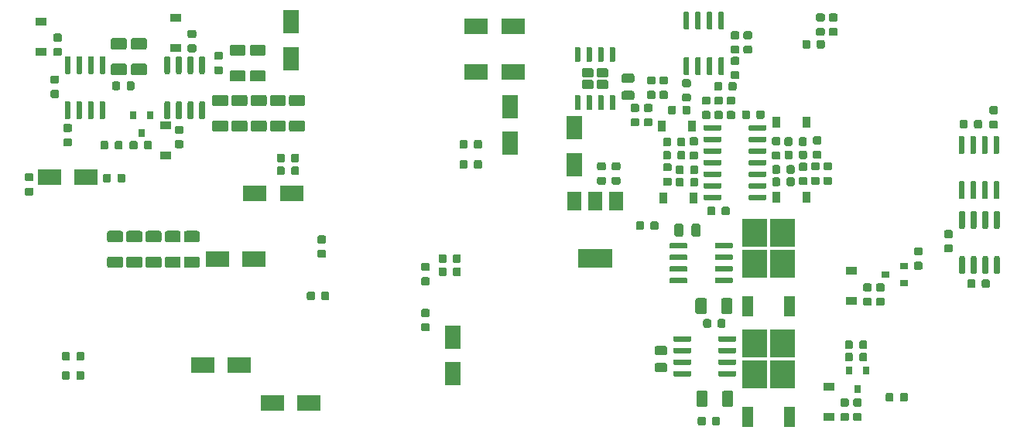
<source format=gbr>
G04 #@! TF.GenerationSoftware,KiCad,Pcbnew,5.1.4+dfsg1-1*
G04 #@! TF.CreationDate,2020-03-15T01:21:55+01:00*
G04 #@! TF.ProjectId,led-multiott,6c65642d-6d75-46c7-9469-6f74742e6b69,rev?*
G04 #@! TF.SameCoordinates,Original*
G04 #@! TF.FileFunction,Paste,Bot*
G04 #@! TF.FilePolarity,Positive*
%FSLAX46Y46*%
G04 Gerber Fmt 4.6, Leading zero omitted, Abs format (unit mm)*
G04 Created by KiCad (PCBNEW 5.1.4+dfsg1-1) date 2020-03-15 01:21:55*
%MOMM*%
%LPD*%
G04 APERTURE LIST*
%ADD10C,0.100000*%
%ADD11C,0.875000*%
%ADD12C,0.600000*%
%ADD13C,0.975000*%
%ADD14R,2.750000X3.050000*%
%ADD15R,1.200000X2.200000*%
%ADD16R,2.500000X1.800000*%
%ADD17R,0.800000X0.900000*%
%ADD18R,1.500000X2.000000*%
%ADD19R,3.800000X2.000000*%
%ADD20C,1.010000*%
%ADD21C,1.250000*%
%ADD22R,0.900000X0.800000*%
%ADD23R,0.900000X1.200000*%
%ADD24R,1.800000X2.500000*%
%ADD25R,1.200000X0.900000*%
G04 APERTURE END LIST*
D10*
G36*
X236452691Y-94626053D02*
G01*
X236473926Y-94629203D01*
X236494750Y-94634419D01*
X236514962Y-94641651D01*
X236534368Y-94650830D01*
X236552781Y-94661866D01*
X236570024Y-94674654D01*
X236585930Y-94689070D01*
X236600346Y-94704976D01*
X236613134Y-94722219D01*
X236624170Y-94740632D01*
X236633349Y-94760038D01*
X236640581Y-94780250D01*
X236645797Y-94801074D01*
X236648947Y-94822309D01*
X236650000Y-94843750D01*
X236650000Y-95356250D01*
X236648947Y-95377691D01*
X236645797Y-95398926D01*
X236640581Y-95419750D01*
X236633349Y-95439962D01*
X236624170Y-95459368D01*
X236613134Y-95477781D01*
X236600346Y-95495024D01*
X236585930Y-95510930D01*
X236570024Y-95525346D01*
X236552781Y-95538134D01*
X236534368Y-95549170D01*
X236514962Y-95558349D01*
X236494750Y-95565581D01*
X236473926Y-95570797D01*
X236452691Y-95573947D01*
X236431250Y-95575000D01*
X235993750Y-95575000D01*
X235972309Y-95573947D01*
X235951074Y-95570797D01*
X235930250Y-95565581D01*
X235910038Y-95558349D01*
X235890632Y-95549170D01*
X235872219Y-95538134D01*
X235854976Y-95525346D01*
X235839070Y-95510930D01*
X235824654Y-95495024D01*
X235811866Y-95477781D01*
X235800830Y-95459368D01*
X235791651Y-95439962D01*
X235784419Y-95419750D01*
X235779203Y-95398926D01*
X235776053Y-95377691D01*
X235775000Y-95356250D01*
X235775000Y-94843750D01*
X235776053Y-94822309D01*
X235779203Y-94801074D01*
X235784419Y-94780250D01*
X235791651Y-94760038D01*
X235800830Y-94740632D01*
X235811866Y-94722219D01*
X235824654Y-94704976D01*
X235839070Y-94689070D01*
X235854976Y-94674654D01*
X235872219Y-94661866D01*
X235890632Y-94650830D01*
X235910038Y-94641651D01*
X235930250Y-94634419D01*
X235951074Y-94629203D01*
X235972309Y-94626053D01*
X235993750Y-94625000D01*
X236431250Y-94625000D01*
X236452691Y-94626053D01*
X236452691Y-94626053D01*
G37*
D11*
X236212500Y-95100000D03*
D10*
G36*
X238027691Y-94626053D02*
G01*
X238048926Y-94629203D01*
X238069750Y-94634419D01*
X238089962Y-94641651D01*
X238109368Y-94650830D01*
X238127781Y-94661866D01*
X238145024Y-94674654D01*
X238160930Y-94689070D01*
X238175346Y-94704976D01*
X238188134Y-94722219D01*
X238199170Y-94740632D01*
X238208349Y-94760038D01*
X238215581Y-94780250D01*
X238220797Y-94801074D01*
X238223947Y-94822309D01*
X238225000Y-94843750D01*
X238225000Y-95356250D01*
X238223947Y-95377691D01*
X238220797Y-95398926D01*
X238215581Y-95419750D01*
X238208349Y-95439962D01*
X238199170Y-95459368D01*
X238188134Y-95477781D01*
X238175346Y-95495024D01*
X238160930Y-95510930D01*
X238145024Y-95525346D01*
X238127781Y-95538134D01*
X238109368Y-95549170D01*
X238089962Y-95558349D01*
X238069750Y-95565581D01*
X238048926Y-95570797D01*
X238027691Y-95573947D01*
X238006250Y-95575000D01*
X237568750Y-95575000D01*
X237547309Y-95573947D01*
X237526074Y-95570797D01*
X237505250Y-95565581D01*
X237485038Y-95558349D01*
X237465632Y-95549170D01*
X237447219Y-95538134D01*
X237429976Y-95525346D01*
X237414070Y-95510930D01*
X237399654Y-95495024D01*
X237386866Y-95477781D01*
X237375830Y-95459368D01*
X237366651Y-95439962D01*
X237359419Y-95419750D01*
X237354203Y-95398926D01*
X237351053Y-95377691D01*
X237350000Y-95356250D01*
X237350000Y-94843750D01*
X237351053Y-94822309D01*
X237354203Y-94801074D01*
X237359419Y-94780250D01*
X237366651Y-94760038D01*
X237375830Y-94740632D01*
X237386866Y-94722219D01*
X237399654Y-94704976D01*
X237414070Y-94689070D01*
X237429976Y-94674654D01*
X237447219Y-94661866D01*
X237465632Y-94650830D01*
X237485038Y-94641651D01*
X237505250Y-94634419D01*
X237526074Y-94629203D01*
X237547309Y-94626053D01*
X237568750Y-94625000D01*
X238006250Y-94625000D01*
X238027691Y-94626053D01*
X238027691Y-94626053D01*
G37*
D11*
X237787500Y-95100000D03*
D10*
G36*
X232002691Y-88876053D02*
G01*
X232023926Y-88879203D01*
X232044750Y-88884419D01*
X232064962Y-88891651D01*
X232084368Y-88900830D01*
X232102781Y-88911866D01*
X232120024Y-88924654D01*
X232135930Y-88939070D01*
X232150346Y-88954976D01*
X232163134Y-88972219D01*
X232174170Y-88990632D01*
X232183349Y-89010038D01*
X232190581Y-89030250D01*
X232195797Y-89051074D01*
X232198947Y-89072309D01*
X232200000Y-89093750D01*
X232200000Y-89606250D01*
X232198947Y-89627691D01*
X232195797Y-89648926D01*
X232190581Y-89669750D01*
X232183349Y-89689962D01*
X232174170Y-89709368D01*
X232163134Y-89727781D01*
X232150346Y-89745024D01*
X232135930Y-89760930D01*
X232120024Y-89775346D01*
X232102781Y-89788134D01*
X232084368Y-89799170D01*
X232064962Y-89808349D01*
X232044750Y-89815581D01*
X232023926Y-89820797D01*
X232002691Y-89823947D01*
X231981250Y-89825000D01*
X231543750Y-89825000D01*
X231522309Y-89823947D01*
X231501074Y-89820797D01*
X231480250Y-89815581D01*
X231460038Y-89808349D01*
X231440632Y-89799170D01*
X231422219Y-89788134D01*
X231404976Y-89775346D01*
X231389070Y-89760930D01*
X231374654Y-89745024D01*
X231361866Y-89727781D01*
X231350830Y-89709368D01*
X231341651Y-89689962D01*
X231334419Y-89669750D01*
X231329203Y-89648926D01*
X231326053Y-89627691D01*
X231325000Y-89606250D01*
X231325000Y-89093750D01*
X231326053Y-89072309D01*
X231329203Y-89051074D01*
X231334419Y-89030250D01*
X231341651Y-89010038D01*
X231350830Y-88990632D01*
X231361866Y-88972219D01*
X231374654Y-88954976D01*
X231389070Y-88939070D01*
X231404976Y-88924654D01*
X231422219Y-88911866D01*
X231440632Y-88900830D01*
X231460038Y-88891651D01*
X231480250Y-88884419D01*
X231501074Y-88879203D01*
X231522309Y-88876053D01*
X231543750Y-88875000D01*
X231981250Y-88875000D01*
X232002691Y-88876053D01*
X232002691Y-88876053D01*
G37*
D11*
X231762500Y-89350000D03*
D10*
G36*
X233577691Y-88876053D02*
G01*
X233598926Y-88879203D01*
X233619750Y-88884419D01*
X233639962Y-88891651D01*
X233659368Y-88900830D01*
X233677781Y-88911866D01*
X233695024Y-88924654D01*
X233710930Y-88939070D01*
X233725346Y-88954976D01*
X233738134Y-88972219D01*
X233749170Y-88990632D01*
X233758349Y-89010038D01*
X233765581Y-89030250D01*
X233770797Y-89051074D01*
X233773947Y-89072309D01*
X233775000Y-89093750D01*
X233775000Y-89606250D01*
X233773947Y-89627691D01*
X233770797Y-89648926D01*
X233765581Y-89669750D01*
X233758349Y-89689962D01*
X233749170Y-89709368D01*
X233738134Y-89727781D01*
X233725346Y-89745024D01*
X233710930Y-89760930D01*
X233695024Y-89775346D01*
X233677781Y-89788134D01*
X233659368Y-89799170D01*
X233639962Y-89808349D01*
X233619750Y-89815581D01*
X233598926Y-89820797D01*
X233577691Y-89823947D01*
X233556250Y-89825000D01*
X233118750Y-89825000D01*
X233097309Y-89823947D01*
X233076074Y-89820797D01*
X233055250Y-89815581D01*
X233035038Y-89808349D01*
X233015632Y-89799170D01*
X232997219Y-89788134D01*
X232979976Y-89775346D01*
X232964070Y-89760930D01*
X232949654Y-89745024D01*
X232936866Y-89727781D01*
X232925830Y-89709368D01*
X232916651Y-89689962D01*
X232909419Y-89669750D01*
X232904203Y-89648926D01*
X232901053Y-89627691D01*
X232900000Y-89606250D01*
X232900000Y-89093750D01*
X232901053Y-89072309D01*
X232904203Y-89051074D01*
X232909419Y-89030250D01*
X232916651Y-89010038D01*
X232925830Y-88990632D01*
X232936866Y-88972219D01*
X232949654Y-88954976D01*
X232964070Y-88939070D01*
X232979976Y-88924654D01*
X232997219Y-88911866D01*
X233015632Y-88900830D01*
X233035038Y-88891651D01*
X233055250Y-88884419D01*
X233076074Y-88879203D01*
X233097309Y-88876053D01*
X233118750Y-88875000D01*
X233556250Y-88875000D01*
X233577691Y-88876053D01*
X233577691Y-88876053D01*
G37*
D11*
X233337500Y-89350000D03*
D10*
G36*
X228927691Y-53076053D02*
G01*
X228948926Y-53079203D01*
X228969750Y-53084419D01*
X228989962Y-53091651D01*
X229009368Y-53100830D01*
X229027781Y-53111866D01*
X229045024Y-53124654D01*
X229060930Y-53139070D01*
X229075346Y-53154976D01*
X229088134Y-53172219D01*
X229099170Y-53190632D01*
X229108349Y-53210038D01*
X229115581Y-53230250D01*
X229120797Y-53251074D01*
X229123947Y-53272309D01*
X229125000Y-53293750D01*
X229125000Y-53731250D01*
X229123947Y-53752691D01*
X229120797Y-53773926D01*
X229115581Y-53794750D01*
X229108349Y-53814962D01*
X229099170Y-53834368D01*
X229088134Y-53852781D01*
X229075346Y-53870024D01*
X229060930Y-53885930D01*
X229045024Y-53900346D01*
X229027781Y-53913134D01*
X229009368Y-53924170D01*
X228989962Y-53933349D01*
X228969750Y-53940581D01*
X228948926Y-53945797D01*
X228927691Y-53948947D01*
X228906250Y-53950000D01*
X228393750Y-53950000D01*
X228372309Y-53948947D01*
X228351074Y-53945797D01*
X228330250Y-53940581D01*
X228310038Y-53933349D01*
X228290632Y-53924170D01*
X228272219Y-53913134D01*
X228254976Y-53900346D01*
X228239070Y-53885930D01*
X228224654Y-53870024D01*
X228211866Y-53852781D01*
X228200830Y-53834368D01*
X228191651Y-53814962D01*
X228184419Y-53794750D01*
X228179203Y-53773926D01*
X228176053Y-53752691D01*
X228175000Y-53731250D01*
X228175000Y-53293750D01*
X228176053Y-53272309D01*
X228179203Y-53251074D01*
X228184419Y-53230250D01*
X228191651Y-53210038D01*
X228200830Y-53190632D01*
X228211866Y-53172219D01*
X228224654Y-53154976D01*
X228239070Y-53139070D01*
X228254976Y-53124654D01*
X228272219Y-53111866D01*
X228290632Y-53100830D01*
X228310038Y-53091651D01*
X228330250Y-53084419D01*
X228351074Y-53079203D01*
X228372309Y-53076053D01*
X228393750Y-53075000D01*
X228906250Y-53075000D01*
X228927691Y-53076053D01*
X228927691Y-53076053D01*
G37*
D11*
X228650000Y-53512500D03*
D10*
G36*
X228927691Y-54651053D02*
G01*
X228948926Y-54654203D01*
X228969750Y-54659419D01*
X228989962Y-54666651D01*
X229009368Y-54675830D01*
X229027781Y-54686866D01*
X229045024Y-54699654D01*
X229060930Y-54714070D01*
X229075346Y-54729976D01*
X229088134Y-54747219D01*
X229099170Y-54765632D01*
X229108349Y-54785038D01*
X229115581Y-54805250D01*
X229120797Y-54826074D01*
X229123947Y-54847309D01*
X229125000Y-54868750D01*
X229125000Y-55306250D01*
X229123947Y-55327691D01*
X229120797Y-55348926D01*
X229115581Y-55369750D01*
X229108349Y-55389962D01*
X229099170Y-55409368D01*
X229088134Y-55427781D01*
X229075346Y-55445024D01*
X229060930Y-55460930D01*
X229045024Y-55475346D01*
X229027781Y-55488134D01*
X229009368Y-55499170D01*
X228989962Y-55508349D01*
X228969750Y-55515581D01*
X228948926Y-55520797D01*
X228927691Y-55523947D01*
X228906250Y-55525000D01*
X228393750Y-55525000D01*
X228372309Y-55523947D01*
X228351074Y-55520797D01*
X228330250Y-55515581D01*
X228310038Y-55508349D01*
X228290632Y-55499170D01*
X228272219Y-55488134D01*
X228254976Y-55475346D01*
X228239070Y-55460930D01*
X228224654Y-55445024D01*
X228211866Y-55427781D01*
X228200830Y-55409368D01*
X228191651Y-55389962D01*
X228184419Y-55369750D01*
X228179203Y-55348926D01*
X228176053Y-55327691D01*
X228175000Y-55306250D01*
X228175000Y-54868750D01*
X228176053Y-54847309D01*
X228179203Y-54826074D01*
X228184419Y-54805250D01*
X228191651Y-54785038D01*
X228200830Y-54765632D01*
X228211866Y-54747219D01*
X228224654Y-54729976D01*
X228239070Y-54714070D01*
X228254976Y-54699654D01*
X228272219Y-54686866D01*
X228290632Y-54675830D01*
X228310038Y-54666651D01*
X228330250Y-54659419D01*
X228351074Y-54654203D01*
X228372309Y-54651053D01*
X228393750Y-54650000D01*
X228906250Y-54650000D01*
X228927691Y-54651053D01*
X228927691Y-54651053D01*
G37*
D11*
X228650000Y-55087500D03*
D10*
G36*
X230327691Y-53076053D02*
G01*
X230348926Y-53079203D01*
X230369750Y-53084419D01*
X230389962Y-53091651D01*
X230409368Y-53100830D01*
X230427781Y-53111866D01*
X230445024Y-53124654D01*
X230460930Y-53139070D01*
X230475346Y-53154976D01*
X230488134Y-53172219D01*
X230499170Y-53190632D01*
X230508349Y-53210038D01*
X230515581Y-53230250D01*
X230520797Y-53251074D01*
X230523947Y-53272309D01*
X230525000Y-53293750D01*
X230525000Y-53731250D01*
X230523947Y-53752691D01*
X230520797Y-53773926D01*
X230515581Y-53794750D01*
X230508349Y-53814962D01*
X230499170Y-53834368D01*
X230488134Y-53852781D01*
X230475346Y-53870024D01*
X230460930Y-53885930D01*
X230445024Y-53900346D01*
X230427781Y-53913134D01*
X230409368Y-53924170D01*
X230389962Y-53933349D01*
X230369750Y-53940581D01*
X230348926Y-53945797D01*
X230327691Y-53948947D01*
X230306250Y-53950000D01*
X229793750Y-53950000D01*
X229772309Y-53948947D01*
X229751074Y-53945797D01*
X229730250Y-53940581D01*
X229710038Y-53933349D01*
X229690632Y-53924170D01*
X229672219Y-53913134D01*
X229654976Y-53900346D01*
X229639070Y-53885930D01*
X229624654Y-53870024D01*
X229611866Y-53852781D01*
X229600830Y-53834368D01*
X229591651Y-53814962D01*
X229584419Y-53794750D01*
X229579203Y-53773926D01*
X229576053Y-53752691D01*
X229575000Y-53731250D01*
X229575000Y-53293750D01*
X229576053Y-53272309D01*
X229579203Y-53251074D01*
X229584419Y-53230250D01*
X229591651Y-53210038D01*
X229600830Y-53190632D01*
X229611866Y-53172219D01*
X229624654Y-53154976D01*
X229639070Y-53139070D01*
X229654976Y-53124654D01*
X229672219Y-53111866D01*
X229690632Y-53100830D01*
X229710038Y-53091651D01*
X229730250Y-53084419D01*
X229751074Y-53079203D01*
X229772309Y-53076053D01*
X229793750Y-53075000D01*
X230306250Y-53075000D01*
X230327691Y-53076053D01*
X230327691Y-53076053D01*
G37*
D11*
X230050000Y-53512500D03*
D10*
G36*
X230327691Y-54651053D02*
G01*
X230348926Y-54654203D01*
X230369750Y-54659419D01*
X230389962Y-54666651D01*
X230409368Y-54675830D01*
X230427781Y-54686866D01*
X230445024Y-54699654D01*
X230460930Y-54714070D01*
X230475346Y-54729976D01*
X230488134Y-54747219D01*
X230499170Y-54765632D01*
X230508349Y-54785038D01*
X230515581Y-54805250D01*
X230520797Y-54826074D01*
X230523947Y-54847309D01*
X230525000Y-54868750D01*
X230525000Y-55306250D01*
X230523947Y-55327691D01*
X230520797Y-55348926D01*
X230515581Y-55369750D01*
X230508349Y-55389962D01*
X230499170Y-55409368D01*
X230488134Y-55427781D01*
X230475346Y-55445024D01*
X230460930Y-55460930D01*
X230445024Y-55475346D01*
X230427781Y-55488134D01*
X230409368Y-55499170D01*
X230389962Y-55508349D01*
X230369750Y-55515581D01*
X230348926Y-55520797D01*
X230327691Y-55523947D01*
X230306250Y-55525000D01*
X229793750Y-55525000D01*
X229772309Y-55523947D01*
X229751074Y-55520797D01*
X229730250Y-55515581D01*
X229710038Y-55508349D01*
X229690632Y-55499170D01*
X229672219Y-55488134D01*
X229654976Y-55475346D01*
X229639070Y-55460930D01*
X229624654Y-55445024D01*
X229611866Y-55427781D01*
X229600830Y-55409368D01*
X229591651Y-55389962D01*
X229584419Y-55369750D01*
X229579203Y-55348926D01*
X229576053Y-55327691D01*
X229575000Y-55306250D01*
X229575000Y-54868750D01*
X229576053Y-54847309D01*
X229579203Y-54826074D01*
X229584419Y-54805250D01*
X229591651Y-54785038D01*
X229600830Y-54765632D01*
X229611866Y-54747219D01*
X229624654Y-54729976D01*
X229639070Y-54714070D01*
X229654976Y-54699654D01*
X229672219Y-54686866D01*
X229690632Y-54675830D01*
X229710038Y-54666651D01*
X229730250Y-54659419D01*
X229751074Y-54654203D01*
X229772309Y-54651053D01*
X229793750Y-54650000D01*
X230306250Y-54650000D01*
X230327691Y-54651053D01*
X230327691Y-54651053D01*
G37*
D11*
X230050000Y-55087500D03*
D10*
G36*
X219577691Y-59401053D02*
G01*
X219598926Y-59404203D01*
X219619750Y-59409419D01*
X219639962Y-59416651D01*
X219659368Y-59425830D01*
X219677781Y-59436866D01*
X219695024Y-59449654D01*
X219710930Y-59464070D01*
X219725346Y-59479976D01*
X219738134Y-59497219D01*
X219749170Y-59515632D01*
X219758349Y-59535038D01*
X219765581Y-59555250D01*
X219770797Y-59576074D01*
X219773947Y-59597309D01*
X219775000Y-59618750D01*
X219775000Y-60056250D01*
X219773947Y-60077691D01*
X219770797Y-60098926D01*
X219765581Y-60119750D01*
X219758349Y-60139962D01*
X219749170Y-60159368D01*
X219738134Y-60177781D01*
X219725346Y-60195024D01*
X219710930Y-60210930D01*
X219695024Y-60225346D01*
X219677781Y-60238134D01*
X219659368Y-60249170D01*
X219639962Y-60258349D01*
X219619750Y-60265581D01*
X219598926Y-60270797D01*
X219577691Y-60273947D01*
X219556250Y-60275000D01*
X219043750Y-60275000D01*
X219022309Y-60273947D01*
X219001074Y-60270797D01*
X218980250Y-60265581D01*
X218960038Y-60258349D01*
X218940632Y-60249170D01*
X218922219Y-60238134D01*
X218904976Y-60225346D01*
X218889070Y-60210930D01*
X218874654Y-60195024D01*
X218861866Y-60177781D01*
X218850830Y-60159368D01*
X218841651Y-60139962D01*
X218834419Y-60119750D01*
X218829203Y-60098926D01*
X218826053Y-60077691D01*
X218825000Y-60056250D01*
X218825000Y-59618750D01*
X218826053Y-59597309D01*
X218829203Y-59576074D01*
X218834419Y-59555250D01*
X218841651Y-59535038D01*
X218850830Y-59515632D01*
X218861866Y-59497219D01*
X218874654Y-59479976D01*
X218889070Y-59464070D01*
X218904976Y-59449654D01*
X218922219Y-59436866D01*
X218940632Y-59425830D01*
X218960038Y-59416651D01*
X218980250Y-59409419D01*
X219001074Y-59404203D01*
X219022309Y-59401053D01*
X219043750Y-59400000D01*
X219556250Y-59400000D01*
X219577691Y-59401053D01*
X219577691Y-59401053D01*
G37*
D11*
X219300000Y-59837500D03*
D10*
G36*
X219577691Y-57826053D02*
G01*
X219598926Y-57829203D01*
X219619750Y-57834419D01*
X219639962Y-57841651D01*
X219659368Y-57850830D01*
X219677781Y-57861866D01*
X219695024Y-57874654D01*
X219710930Y-57889070D01*
X219725346Y-57904976D01*
X219738134Y-57922219D01*
X219749170Y-57940632D01*
X219758349Y-57960038D01*
X219765581Y-57980250D01*
X219770797Y-58001074D01*
X219773947Y-58022309D01*
X219775000Y-58043750D01*
X219775000Y-58481250D01*
X219773947Y-58502691D01*
X219770797Y-58523926D01*
X219765581Y-58544750D01*
X219758349Y-58564962D01*
X219749170Y-58584368D01*
X219738134Y-58602781D01*
X219725346Y-58620024D01*
X219710930Y-58635930D01*
X219695024Y-58650346D01*
X219677781Y-58663134D01*
X219659368Y-58674170D01*
X219639962Y-58683349D01*
X219619750Y-58690581D01*
X219598926Y-58695797D01*
X219577691Y-58698947D01*
X219556250Y-58700000D01*
X219043750Y-58700000D01*
X219022309Y-58698947D01*
X219001074Y-58695797D01*
X218980250Y-58690581D01*
X218960038Y-58683349D01*
X218940632Y-58674170D01*
X218922219Y-58663134D01*
X218904976Y-58650346D01*
X218889070Y-58635930D01*
X218874654Y-58620024D01*
X218861866Y-58602781D01*
X218850830Y-58584368D01*
X218841651Y-58564962D01*
X218834419Y-58544750D01*
X218829203Y-58523926D01*
X218826053Y-58502691D01*
X218825000Y-58481250D01*
X218825000Y-58043750D01*
X218826053Y-58022309D01*
X218829203Y-58001074D01*
X218834419Y-57980250D01*
X218841651Y-57960038D01*
X218850830Y-57940632D01*
X218861866Y-57922219D01*
X218874654Y-57904976D01*
X218889070Y-57889070D01*
X218904976Y-57874654D01*
X218922219Y-57861866D01*
X218940632Y-57850830D01*
X218960038Y-57841651D01*
X218980250Y-57834419D01*
X219001074Y-57829203D01*
X219022309Y-57826053D01*
X219043750Y-57825000D01*
X219556250Y-57825000D01*
X219577691Y-57826053D01*
X219577691Y-57826053D01*
G37*
D11*
X219300000Y-58262500D03*
D10*
G36*
X219577691Y-55026053D02*
G01*
X219598926Y-55029203D01*
X219619750Y-55034419D01*
X219639962Y-55041651D01*
X219659368Y-55050830D01*
X219677781Y-55061866D01*
X219695024Y-55074654D01*
X219710930Y-55089070D01*
X219725346Y-55104976D01*
X219738134Y-55122219D01*
X219749170Y-55140632D01*
X219758349Y-55160038D01*
X219765581Y-55180250D01*
X219770797Y-55201074D01*
X219773947Y-55222309D01*
X219775000Y-55243750D01*
X219775000Y-55681250D01*
X219773947Y-55702691D01*
X219770797Y-55723926D01*
X219765581Y-55744750D01*
X219758349Y-55764962D01*
X219749170Y-55784368D01*
X219738134Y-55802781D01*
X219725346Y-55820024D01*
X219710930Y-55835930D01*
X219695024Y-55850346D01*
X219677781Y-55863134D01*
X219659368Y-55874170D01*
X219639962Y-55883349D01*
X219619750Y-55890581D01*
X219598926Y-55895797D01*
X219577691Y-55898947D01*
X219556250Y-55900000D01*
X219043750Y-55900000D01*
X219022309Y-55898947D01*
X219001074Y-55895797D01*
X218980250Y-55890581D01*
X218960038Y-55883349D01*
X218940632Y-55874170D01*
X218922219Y-55863134D01*
X218904976Y-55850346D01*
X218889070Y-55835930D01*
X218874654Y-55820024D01*
X218861866Y-55802781D01*
X218850830Y-55784368D01*
X218841651Y-55764962D01*
X218834419Y-55744750D01*
X218829203Y-55723926D01*
X218826053Y-55702691D01*
X218825000Y-55681250D01*
X218825000Y-55243750D01*
X218826053Y-55222309D01*
X218829203Y-55201074D01*
X218834419Y-55180250D01*
X218841651Y-55160038D01*
X218850830Y-55140632D01*
X218861866Y-55122219D01*
X218874654Y-55104976D01*
X218889070Y-55089070D01*
X218904976Y-55074654D01*
X218922219Y-55061866D01*
X218940632Y-55050830D01*
X218960038Y-55041651D01*
X218980250Y-55034419D01*
X219001074Y-55029203D01*
X219022309Y-55026053D01*
X219043750Y-55025000D01*
X219556250Y-55025000D01*
X219577691Y-55026053D01*
X219577691Y-55026053D01*
G37*
D11*
X219300000Y-55462500D03*
D10*
G36*
X219577691Y-56601053D02*
G01*
X219598926Y-56604203D01*
X219619750Y-56609419D01*
X219639962Y-56616651D01*
X219659368Y-56625830D01*
X219677781Y-56636866D01*
X219695024Y-56649654D01*
X219710930Y-56664070D01*
X219725346Y-56679976D01*
X219738134Y-56697219D01*
X219749170Y-56715632D01*
X219758349Y-56735038D01*
X219765581Y-56755250D01*
X219770797Y-56776074D01*
X219773947Y-56797309D01*
X219775000Y-56818750D01*
X219775000Y-57256250D01*
X219773947Y-57277691D01*
X219770797Y-57298926D01*
X219765581Y-57319750D01*
X219758349Y-57339962D01*
X219749170Y-57359368D01*
X219738134Y-57377781D01*
X219725346Y-57395024D01*
X219710930Y-57410930D01*
X219695024Y-57425346D01*
X219677781Y-57438134D01*
X219659368Y-57449170D01*
X219639962Y-57458349D01*
X219619750Y-57465581D01*
X219598926Y-57470797D01*
X219577691Y-57473947D01*
X219556250Y-57475000D01*
X219043750Y-57475000D01*
X219022309Y-57473947D01*
X219001074Y-57470797D01*
X218980250Y-57465581D01*
X218960038Y-57458349D01*
X218940632Y-57449170D01*
X218922219Y-57438134D01*
X218904976Y-57425346D01*
X218889070Y-57410930D01*
X218874654Y-57395024D01*
X218861866Y-57377781D01*
X218850830Y-57359368D01*
X218841651Y-57339962D01*
X218834419Y-57319750D01*
X218829203Y-57298926D01*
X218826053Y-57277691D01*
X218825000Y-57256250D01*
X218825000Y-56818750D01*
X218826053Y-56797309D01*
X218829203Y-56776074D01*
X218834419Y-56755250D01*
X218841651Y-56735038D01*
X218850830Y-56715632D01*
X218861866Y-56697219D01*
X218874654Y-56679976D01*
X218889070Y-56664070D01*
X218904976Y-56649654D01*
X218922219Y-56636866D01*
X218940632Y-56625830D01*
X218960038Y-56616651D01*
X218980250Y-56609419D01*
X219001074Y-56604203D01*
X219022309Y-56601053D01*
X219043750Y-56600000D01*
X219556250Y-56600000D01*
X219577691Y-56601053D01*
X219577691Y-56601053D01*
G37*
D11*
X219300000Y-57037500D03*
D10*
G36*
X214159703Y-57850722D02*
G01*
X214174264Y-57852882D01*
X214188543Y-57856459D01*
X214202403Y-57861418D01*
X214215710Y-57867712D01*
X214228336Y-57875280D01*
X214240159Y-57884048D01*
X214251066Y-57893934D01*
X214260952Y-57904841D01*
X214269720Y-57916664D01*
X214277288Y-57929290D01*
X214283582Y-57942597D01*
X214288541Y-57956457D01*
X214292118Y-57970736D01*
X214294278Y-57985297D01*
X214295000Y-58000000D01*
X214295000Y-59650000D01*
X214294278Y-59664703D01*
X214292118Y-59679264D01*
X214288541Y-59693543D01*
X214283582Y-59707403D01*
X214277288Y-59720710D01*
X214269720Y-59733336D01*
X214260952Y-59745159D01*
X214251066Y-59756066D01*
X214240159Y-59765952D01*
X214228336Y-59774720D01*
X214215710Y-59782288D01*
X214202403Y-59788582D01*
X214188543Y-59793541D01*
X214174264Y-59797118D01*
X214159703Y-59799278D01*
X214145000Y-59800000D01*
X213845000Y-59800000D01*
X213830297Y-59799278D01*
X213815736Y-59797118D01*
X213801457Y-59793541D01*
X213787597Y-59788582D01*
X213774290Y-59782288D01*
X213761664Y-59774720D01*
X213749841Y-59765952D01*
X213738934Y-59756066D01*
X213729048Y-59745159D01*
X213720280Y-59733336D01*
X213712712Y-59720710D01*
X213706418Y-59707403D01*
X213701459Y-59693543D01*
X213697882Y-59679264D01*
X213695722Y-59664703D01*
X213695000Y-59650000D01*
X213695000Y-58000000D01*
X213695722Y-57985297D01*
X213697882Y-57970736D01*
X213701459Y-57956457D01*
X213706418Y-57942597D01*
X213712712Y-57929290D01*
X213720280Y-57916664D01*
X213729048Y-57904841D01*
X213738934Y-57893934D01*
X213749841Y-57884048D01*
X213761664Y-57875280D01*
X213774290Y-57867712D01*
X213787597Y-57861418D01*
X213801457Y-57856459D01*
X213815736Y-57852882D01*
X213830297Y-57850722D01*
X213845000Y-57850000D01*
X214145000Y-57850000D01*
X214159703Y-57850722D01*
X214159703Y-57850722D01*
G37*
D12*
X213995000Y-58825000D03*
D10*
G36*
X215429703Y-57850722D02*
G01*
X215444264Y-57852882D01*
X215458543Y-57856459D01*
X215472403Y-57861418D01*
X215485710Y-57867712D01*
X215498336Y-57875280D01*
X215510159Y-57884048D01*
X215521066Y-57893934D01*
X215530952Y-57904841D01*
X215539720Y-57916664D01*
X215547288Y-57929290D01*
X215553582Y-57942597D01*
X215558541Y-57956457D01*
X215562118Y-57970736D01*
X215564278Y-57985297D01*
X215565000Y-58000000D01*
X215565000Y-59650000D01*
X215564278Y-59664703D01*
X215562118Y-59679264D01*
X215558541Y-59693543D01*
X215553582Y-59707403D01*
X215547288Y-59720710D01*
X215539720Y-59733336D01*
X215530952Y-59745159D01*
X215521066Y-59756066D01*
X215510159Y-59765952D01*
X215498336Y-59774720D01*
X215485710Y-59782288D01*
X215472403Y-59788582D01*
X215458543Y-59793541D01*
X215444264Y-59797118D01*
X215429703Y-59799278D01*
X215415000Y-59800000D01*
X215115000Y-59800000D01*
X215100297Y-59799278D01*
X215085736Y-59797118D01*
X215071457Y-59793541D01*
X215057597Y-59788582D01*
X215044290Y-59782288D01*
X215031664Y-59774720D01*
X215019841Y-59765952D01*
X215008934Y-59756066D01*
X214999048Y-59745159D01*
X214990280Y-59733336D01*
X214982712Y-59720710D01*
X214976418Y-59707403D01*
X214971459Y-59693543D01*
X214967882Y-59679264D01*
X214965722Y-59664703D01*
X214965000Y-59650000D01*
X214965000Y-58000000D01*
X214965722Y-57985297D01*
X214967882Y-57970736D01*
X214971459Y-57956457D01*
X214976418Y-57942597D01*
X214982712Y-57929290D01*
X214990280Y-57916664D01*
X214999048Y-57904841D01*
X215008934Y-57893934D01*
X215019841Y-57884048D01*
X215031664Y-57875280D01*
X215044290Y-57867712D01*
X215057597Y-57861418D01*
X215071457Y-57856459D01*
X215085736Y-57852882D01*
X215100297Y-57850722D01*
X215115000Y-57850000D01*
X215415000Y-57850000D01*
X215429703Y-57850722D01*
X215429703Y-57850722D01*
G37*
D12*
X215265000Y-58825000D03*
D10*
G36*
X216699703Y-57850722D02*
G01*
X216714264Y-57852882D01*
X216728543Y-57856459D01*
X216742403Y-57861418D01*
X216755710Y-57867712D01*
X216768336Y-57875280D01*
X216780159Y-57884048D01*
X216791066Y-57893934D01*
X216800952Y-57904841D01*
X216809720Y-57916664D01*
X216817288Y-57929290D01*
X216823582Y-57942597D01*
X216828541Y-57956457D01*
X216832118Y-57970736D01*
X216834278Y-57985297D01*
X216835000Y-58000000D01*
X216835000Y-59650000D01*
X216834278Y-59664703D01*
X216832118Y-59679264D01*
X216828541Y-59693543D01*
X216823582Y-59707403D01*
X216817288Y-59720710D01*
X216809720Y-59733336D01*
X216800952Y-59745159D01*
X216791066Y-59756066D01*
X216780159Y-59765952D01*
X216768336Y-59774720D01*
X216755710Y-59782288D01*
X216742403Y-59788582D01*
X216728543Y-59793541D01*
X216714264Y-59797118D01*
X216699703Y-59799278D01*
X216685000Y-59800000D01*
X216385000Y-59800000D01*
X216370297Y-59799278D01*
X216355736Y-59797118D01*
X216341457Y-59793541D01*
X216327597Y-59788582D01*
X216314290Y-59782288D01*
X216301664Y-59774720D01*
X216289841Y-59765952D01*
X216278934Y-59756066D01*
X216269048Y-59745159D01*
X216260280Y-59733336D01*
X216252712Y-59720710D01*
X216246418Y-59707403D01*
X216241459Y-59693543D01*
X216237882Y-59679264D01*
X216235722Y-59664703D01*
X216235000Y-59650000D01*
X216235000Y-58000000D01*
X216235722Y-57985297D01*
X216237882Y-57970736D01*
X216241459Y-57956457D01*
X216246418Y-57942597D01*
X216252712Y-57929290D01*
X216260280Y-57916664D01*
X216269048Y-57904841D01*
X216278934Y-57893934D01*
X216289841Y-57884048D01*
X216301664Y-57875280D01*
X216314290Y-57867712D01*
X216327597Y-57861418D01*
X216341457Y-57856459D01*
X216355736Y-57852882D01*
X216370297Y-57850722D01*
X216385000Y-57850000D01*
X216685000Y-57850000D01*
X216699703Y-57850722D01*
X216699703Y-57850722D01*
G37*
D12*
X216535000Y-58825000D03*
D10*
G36*
X217969703Y-57850722D02*
G01*
X217984264Y-57852882D01*
X217998543Y-57856459D01*
X218012403Y-57861418D01*
X218025710Y-57867712D01*
X218038336Y-57875280D01*
X218050159Y-57884048D01*
X218061066Y-57893934D01*
X218070952Y-57904841D01*
X218079720Y-57916664D01*
X218087288Y-57929290D01*
X218093582Y-57942597D01*
X218098541Y-57956457D01*
X218102118Y-57970736D01*
X218104278Y-57985297D01*
X218105000Y-58000000D01*
X218105000Y-59650000D01*
X218104278Y-59664703D01*
X218102118Y-59679264D01*
X218098541Y-59693543D01*
X218093582Y-59707403D01*
X218087288Y-59720710D01*
X218079720Y-59733336D01*
X218070952Y-59745159D01*
X218061066Y-59756066D01*
X218050159Y-59765952D01*
X218038336Y-59774720D01*
X218025710Y-59782288D01*
X218012403Y-59788582D01*
X217998543Y-59793541D01*
X217984264Y-59797118D01*
X217969703Y-59799278D01*
X217955000Y-59800000D01*
X217655000Y-59800000D01*
X217640297Y-59799278D01*
X217625736Y-59797118D01*
X217611457Y-59793541D01*
X217597597Y-59788582D01*
X217584290Y-59782288D01*
X217571664Y-59774720D01*
X217559841Y-59765952D01*
X217548934Y-59756066D01*
X217539048Y-59745159D01*
X217530280Y-59733336D01*
X217522712Y-59720710D01*
X217516418Y-59707403D01*
X217511459Y-59693543D01*
X217507882Y-59679264D01*
X217505722Y-59664703D01*
X217505000Y-59650000D01*
X217505000Y-58000000D01*
X217505722Y-57985297D01*
X217507882Y-57970736D01*
X217511459Y-57956457D01*
X217516418Y-57942597D01*
X217522712Y-57929290D01*
X217530280Y-57916664D01*
X217539048Y-57904841D01*
X217548934Y-57893934D01*
X217559841Y-57884048D01*
X217571664Y-57875280D01*
X217584290Y-57867712D01*
X217597597Y-57861418D01*
X217611457Y-57856459D01*
X217625736Y-57852882D01*
X217640297Y-57850722D01*
X217655000Y-57850000D01*
X217955000Y-57850000D01*
X217969703Y-57850722D01*
X217969703Y-57850722D01*
G37*
D12*
X217805000Y-58825000D03*
D10*
G36*
X217969703Y-52900722D02*
G01*
X217984264Y-52902882D01*
X217998543Y-52906459D01*
X218012403Y-52911418D01*
X218025710Y-52917712D01*
X218038336Y-52925280D01*
X218050159Y-52934048D01*
X218061066Y-52943934D01*
X218070952Y-52954841D01*
X218079720Y-52966664D01*
X218087288Y-52979290D01*
X218093582Y-52992597D01*
X218098541Y-53006457D01*
X218102118Y-53020736D01*
X218104278Y-53035297D01*
X218105000Y-53050000D01*
X218105000Y-54700000D01*
X218104278Y-54714703D01*
X218102118Y-54729264D01*
X218098541Y-54743543D01*
X218093582Y-54757403D01*
X218087288Y-54770710D01*
X218079720Y-54783336D01*
X218070952Y-54795159D01*
X218061066Y-54806066D01*
X218050159Y-54815952D01*
X218038336Y-54824720D01*
X218025710Y-54832288D01*
X218012403Y-54838582D01*
X217998543Y-54843541D01*
X217984264Y-54847118D01*
X217969703Y-54849278D01*
X217955000Y-54850000D01*
X217655000Y-54850000D01*
X217640297Y-54849278D01*
X217625736Y-54847118D01*
X217611457Y-54843541D01*
X217597597Y-54838582D01*
X217584290Y-54832288D01*
X217571664Y-54824720D01*
X217559841Y-54815952D01*
X217548934Y-54806066D01*
X217539048Y-54795159D01*
X217530280Y-54783336D01*
X217522712Y-54770710D01*
X217516418Y-54757403D01*
X217511459Y-54743543D01*
X217507882Y-54729264D01*
X217505722Y-54714703D01*
X217505000Y-54700000D01*
X217505000Y-53050000D01*
X217505722Y-53035297D01*
X217507882Y-53020736D01*
X217511459Y-53006457D01*
X217516418Y-52992597D01*
X217522712Y-52979290D01*
X217530280Y-52966664D01*
X217539048Y-52954841D01*
X217548934Y-52943934D01*
X217559841Y-52934048D01*
X217571664Y-52925280D01*
X217584290Y-52917712D01*
X217597597Y-52911418D01*
X217611457Y-52906459D01*
X217625736Y-52902882D01*
X217640297Y-52900722D01*
X217655000Y-52900000D01*
X217955000Y-52900000D01*
X217969703Y-52900722D01*
X217969703Y-52900722D01*
G37*
D12*
X217805000Y-53875000D03*
D10*
G36*
X216699703Y-52900722D02*
G01*
X216714264Y-52902882D01*
X216728543Y-52906459D01*
X216742403Y-52911418D01*
X216755710Y-52917712D01*
X216768336Y-52925280D01*
X216780159Y-52934048D01*
X216791066Y-52943934D01*
X216800952Y-52954841D01*
X216809720Y-52966664D01*
X216817288Y-52979290D01*
X216823582Y-52992597D01*
X216828541Y-53006457D01*
X216832118Y-53020736D01*
X216834278Y-53035297D01*
X216835000Y-53050000D01*
X216835000Y-54700000D01*
X216834278Y-54714703D01*
X216832118Y-54729264D01*
X216828541Y-54743543D01*
X216823582Y-54757403D01*
X216817288Y-54770710D01*
X216809720Y-54783336D01*
X216800952Y-54795159D01*
X216791066Y-54806066D01*
X216780159Y-54815952D01*
X216768336Y-54824720D01*
X216755710Y-54832288D01*
X216742403Y-54838582D01*
X216728543Y-54843541D01*
X216714264Y-54847118D01*
X216699703Y-54849278D01*
X216685000Y-54850000D01*
X216385000Y-54850000D01*
X216370297Y-54849278D01*
X216355736Y-54847118D01*
X216341457Y-54843541D01*
X216327597Y-54838582D01*
X216314290Y-54832288D01*
X216301664Y-54824720D01*
X216289841Y-54815952D01*
X216278934Y-54806066D01*
X216269048Y-54795159D01*
X216260280Y-54783336D01*
X216252712Y-54770710D01*
X216246418Y-54757403D01*
X216241459Y-54743543D01*
X216237882Y-54729264D01*
X216235722Y-54714703D01*
X216235000Y-54700000D01*
X216235000Y-53050000D01*
X216235722Y-53035297D01*
X216237882Y-53020736D01*
X216241459Y-53006457D01*
X216246418Y-52992597D01*
X216252712Y-52979290D01*
X216260280Y-52966664D01*
X216269048Y-52954841D01*
X216278934Y-52943934D01*
X216289841Y-52934048D01*
X216301664Y-52925280D01*
X216314290Y-52917712D01*
X216327597Y-52911418D01*
X216341457Y-52906459D01*
X216355736Y-52902882D01*
X216370297Y-52900722D01*
X216385000Y-52900000D01*
X216685000Y-52900000D01*
X216699703Y-52900722D01*
X216699703Y-52900722D01*
G37*
D12*
X216535000Y-53875000D03*
D10*
G36*
X215429703Y-52900722D02*
G01*
X215444264Y-52902882D01*
X215458543Y-52906459D01*
X215472403Y-52911418D01*
X215485710Y-52917712D01*
X215498336Y-52925280D01*
X215510159Y-52934048D01*
X215521066Y-52943934D01*
X215530952Y-52954841D01*
X215539720Y-52966664D01*
X215547288Y-52979290D01*
X215553582Y-52992597D01*
X215558541Y-53006457D01*
X215562118Y-53020736D01*
X215564278Y-53035297D01*
X215565000Y-53050000D01*
X215565000Y-54700000D01*
X215564278Y-54714703D01*
X215562118Y-54729264D01*
X215558541Y-54743543D01*
X215553582Y-54757403D01*
X215547288Y-54770710D01*
X215539720Y-54783336D01*
X215530952Y-54795159D01*
X215521066Y-54806066D01*
X215510159Y-54815952D01*
X215498336Y-54824720D01*
X215485710Y-54832288D01*
X215472403Y-54838582D01*
X215458543Y-54843541D01*
X215444264Y-54847118D01*
X215429703Y-54849278D01*
X215415000Y-54850000D01*
X215115000Y-54850000D01*
X215100297Y-54849278D01*
X215085736Y-54847118D01*
X215071457Y-54843541D01*
X215057597Y-54838582D01*
X215044290Y-54832288D01*
X215031664Y-54824720D01*
X215019841Y-54815952D01*
X215008934Y-54806066D01*
X214999048Y-54795159D01*
X214990280Y-54783336D01*
X214982712Y-54770710D01*
X214976418Y-54757403D01*
X214971459Y-54743543D01*
X214967882Y-54729264D01*
X214965722Y-54714703D01*
X214965000Y-54700000D01*
X214965000Y-53050000D01*
X214965722Y-53035297D01*
X214967882Y-53020736D01*
X214971459Y-53006457D01*
X214976418Y-52992597D01*
X214982712Y-52979290D01*
X214990280Y-52966664D01*
X214999048Y-52954841D01*
X215008934Y-52943934D01*
X215019841Y-52934048D01*
X215031664Y-52925280D01*
X215044290Y-52917712D01*
X215057597Y-52911418D01*
X215071457Y-52906459D01*
X215085736Y-52902882D01*
X215100297Y-52900722D01*
X215115000Y-52900000D01*
X215415000Y-52900000D01*
X215429703Y-52900722D01*
X215429703Y-52900722D01*
G37*
D12*
X215265000Y-53875000D03*
D10*
G36*
X214159703Y-52900722D02*
G01*
X214174264Y-52902882D01*
X214188543Y-52906459D01*
X214202403Y-52911418D01*
X214215710Y-52917712D01*
X214228336Y-52925280D01*
X214240159Y-52934048D01*
X214251066Y-52943934D01*
X214260952Y-52954841D01*
X214269720Y-52966664D01*
X214277288Y-52979290D01*
X214283582Y-52992597D01*
X214288541Y-53006457D01*
X214292118Y-53020736D01*
X214294278Y-53035297D01*
X214295000Y-53050000D01*
X214295000Y-54700000D01*
X214294278Y-54714703D01*
X214292118Y-54729264D01*
X214288541Y-54743543D01*
X214283582Y-54757403D01*
X214277288Y-54770710D01*
X214269720Y-54783336D01*
X214260952Y-54795159D01*
X214251066Y-54806066D01*
X214240159Y-54815952D01*
X214228336Y-54824720D01*
X214215710Y-54832288D01*
X214202403Y-54838582D01*
X214188543Y-54843541D01*
X214174264Y-54847118D01*
X214159703Y-54849278D01*
X214145000Y-54850000D01*
X213845000Y-54850000D01*
X213830297Y-54849278D01*
X213815736Y-54847118D01*
X213801457Y-54843541D01*
X213787597Y-54838582D01*
X213774290Y-54832288D01*
X213761664Y-54824720D01*
X213749841Y-54815952D01*
X213738934Y-54806066D01*
X213729048Y-54795159D01*
X213720280Y-54783336D01*
X213712712Y-54770710D01*
X213706418Y-54757403D01*
X213701459Y-54743543D01*
X213697882Y-54729264D01*
X213695722Y-54714703D01*
X213695000Y-54700000D01*
X213695000Y-53050000D01*
X213695722Y-53035297D01*
X213697882Y-53020736D01*
X213701459Y-53006457D01*
X213706418Y-52992597D01*
X213712712Y-52979290D01*
X213720280Y-52966664D01*
X213729048Y-52954841D01*
X213738934Y-52943934D01*
X213749841Y-52934048D01*
X213761664Y-52925280D01*
X213774290Y-52917712D01*
X213787597Y-52911418D01*
X213801457Y-52906459D01*
X213815736Y-52902882D01*
X213830297Y-52900722D01*
X213845000Y-52900000D01*
X214145000Y-52900000D01*
X214159703Y-52900722D01*
X214159703Y-52900722D01*
G37*
D12*
X213995000Y-53875000D03*
D10*
G36*
X219277691Y-60576053D02*
G01*
X219298926Y-60579203D01*
X219319750Y-60584419D01*
X219339962Y-60591651D01*
X219359368Y-60600830D01*
X219377781Y-60611866D01*
X219395024Y-60624654D01*
X219410930Y-60639070D01*
X219425346Y-60654976D01*
X219438134Y-60672219D01*
X219449170Y-60690632D01*
X219458349Y-60710038D01*
X219465581Y-60730250D01*
X219470797Y-60751074D01*
X219473947Y-60772309D01*
X219475000Y-60793750D01*
X219475000Y-61306250D01*
X219473947Y-61327691D01*
X219470797Y-61348926D01*
X219465581Y-61369750D01*
X219458349Y-61389962D01*
X219449170Y-61409368D01*
X219438134Y-61427781D01*
X219425346Y-61445024D01*
X219410930Y-61460930D01*
X219395024Y-61475346D01*
X219377781Y-61488134D01*
X219359368Y-61499170D01*
X219339962Y-61508349D01*
X219319750Y-61515581D01*
X219298926Y-61520797D01*
X219277691Y-61523947D01*
X219256250Y-61525000D01*
X218818750Y-61525000D01*
X218797309Y-61523947D01*
X218776074Y-61520797D01*
X218755250Y-61515581D01*
X218735038Y-61508349D01*
X218715632Y-61499170D01*
X218697219Y-61488134D01*
X218679976Y-61475346D01*
X218664070Y-61460930D01*
X218649654Y-61445024D01*
X218636866Y-61427781D01*
X218625830Y-61409368D01*
X218616651Y-61389962D01*
X218609419Y-61369750D01*
X218604203Y-61348926D01*
X218601053Y-61327691D01*
X218600000Y-61306250D01*
X218600000Y-60793750D01*
X218601053Y-60772309D01*
X218604203Y-60751074D01*
X218609419Y-60730250D01*
X218616651Y-60710038D01*
X218625830Y-60690632D01*
X218636866Y-60672219D01*
X218649654Y-60654976D01*
X218664070Y-60639070D01*
X218679976Y-60624654D01*
X218697219Y-60611866D01*
X218715632Y-60600830D01*
X218735038Y-60591651D01*
X218755250Y-60584419D01*
X218776074Y-60579203D01*
X218797309Y-60576053D01*
X218818750Y-60575000D01*
X219256250Y-60575000D01*
X219277691Y-60576053D01*
X219277691Y-60576053D01*
G37*
D11*
X219037500Y-61050000D03*
D10*
G36*
X217702691Y-60576053D02*
G01*
X217723926Y-60579203D01*
X217744750Y-60584419D01*
X217764962Y-60591651D01*
X217784368Y-60600830D01*
X217802781Y-60611866D01*
X217820024Y-60624654D01*
X217835930Y-60639070D01*
X217850346Y-60654976D01*
X217863134Y-60672219D01*
X217874170Y-60690632D01*
X217883349Y-60710038D01*
X217890581Y-60730250D01*
X217895797Y-60751074D01*
X217898947Y-60772309D01*
X217900000Y-60793750D01*
X217900000Y-61306250D01*
X217898947Y-61327691D01*
X217895797Y-61348926D01*
X217890581Y-61369750D01*
X217883349Y-61389962D01*
X217874170Y-61409368D01*
X217863134Y-61427781D01*
X217850346Y-61445024D01*
X217835930Y-61460930D01*
X217820024Y-61475346D01*
X217802781Y-61488134D01*
X217784368Y-61499170D01*
X217764962Y-61508349D01*
X217744750Y-61515581D01*
X217723926Y-61520797D01*
X217702691Y-61523947D01*
X217681250Y-61525000D01*
X217243750Y-61525000D01*
X217222309Y-61523947D01*
X217201074Y-61520797D01*
X217180250Y-61515581D01*
X217160038Y-61508349D01*
X217140632Y-61499170D01*
X217122219Y-61488134D01*
X217104976Y-61475346D01*
X217089070Y-61460930D01*
X217074654Y-61445024D01*
X217061866Y-61427781D01*
X217050830Y-61409368D01*
X217041651Y-61389962D01*
X217034419Y-61369750D01*
X217029203Y-61348926D01*
X217026053Y-61327691D01*
X217025000Y-61306250D01*
X217025000Y-60793750D01*
X217026053Y-60772309D01*
X217029203Y-60751074D01*
X217034419Y-60730250D01*
X217041651Y-60710038D01*
X217050830Y-60690632D01*
X217061866Y-60672219D01*
X217074654Y-60654976D01*
X217089070Y-60639070D01*
X217104976Y-60624654D01*
X217122219Y-60611866D01*
X217140632Y-60600830D01*
X217160038Y-60591651D01*
X217180250Y-60584419D01*
X217201074Y-60579203D01*
X217222309Y-60576053D01*
X217243750Y-60575000D01*
X217681250Y-60575000D01*
X217702691Y-60576053D01*
X217702691Y-60576053D01*
G37*
D11*
X217462500Y-61050000D03*
D10*
G36*
X214277691Y-61851053D02*
G01*
X214298926Y-61854203D01*
X214319750Y-61859419D01*
X214339962Y-61866651D01*
X214359368Y-61875830D01*
X214377781Y-61886866D01*
X214395024Y-61899654D01*
X214410930Y-61914070D01*
X214425346Y-61929976D01*
X214438134Y-61947219D01*
X214449170Y-61965632D01*
X214458349Y-61985038D01*
X214465581Y-62005250D01*
X214470797Y-62026074D01*
X214473947Y-62047309D01*
X214475000Y-62068750D01*
X214475000Y-62506250D01*
X214473947Y-62527691D01*
X214470797Y-62548926D01*
X214465581Y-62569750D01*
X214458349Y-62589962D01*
X214449170Y-62609368D01*
X214438134Y-62627781D01*
X214425346Y-62645024D01*
X214410930Y-62660930D01*
X214395024Y-62675346D01*
X214377781Y-62688134D01*
X214359368Y-62699170D01*
X214339962Y-62708349D01*
X214319750Y-62715581D01*
X214298926Y-62720797D01*
X214277691Y-62723947D01*
X214256250Y-62725000D01*
X213743750Y-62725000D01*
X213722309Y-62723947D01*
X213701074Y-62720797D01*
X213680250Y-62715581D01*
X213660038Y-62708349D01*
X213640632Y-62699170D01*
X213622219Y-62688134D01*
X213604976Y-62675346D01*
X213589070Y-62660930D01*
X213574654Y-62645024D01*
X213561866Y-62627781D01*
X213550830Y-62609368D01*
X213541651Y-62589962D01*
X213534419Y-62569750D01*
X213529203Y-62548926D01*
X213526053Y-62527691D01*
X213525000Y-62506250D01*
X213525000Y-62068750D01*
X213526053Y-62047309D01*
X213529203Y-62026074D01*
X213534419Y-62005250D01*
X213541651Y-61985038D01*
X213550830Y-61965632D01*
X213561866Y-61947219D01*
X213574654Y-61929976D01*
X213589070Y-61914070D01*
X213604976Y-61899654D01*
X213622219Y-61886866D01*
X213640632Y-61875830D01*
X213660038Y-61866651D01*
X213680250Y-61859419D01*
X213701074Y-61854203D01*
X213722309Y-61851053D01*
X213743750Y-61850000D01*
X214256250Y-61850000D01*
X214277691Y-61851053D01*
X214277691Y-61851053D01*
G37*
D11*
X214000000Y-62287500D03*
D10*
G36*
X214277691Y-60276053D02*
G01*
X214298926Y-60279203D01*
X214319750Y-60284419D01*
X214339962Y-60291651D01*
X214359368Y-60300830D01*
X214377781Y-60311866D01*
X214395024Y-60324654D01*
X214410930Y-60339070D01*
X214425346Y-60354976D01*
X214438134Y-60372219D01*
X214449170Y-60390632D01*
X214458349Y-60410038D01*
X214465581Y-60430250D01*
X214470797Y-60451074D01*
X214473947Y-60472309D01*
X214475000Y-60493750D01*
X214475000Y-60931250D01*
X214473947Y-60952691D01*
X214470797Y-60973926D01*
X214465581Y-60994750D01*
X214458349Y-61014962D01*
X214449170Y-61034368D01*
X214438134Y-61052781D01*
X214425346Y-61070024D01*
X214410930Y-61085930D01*
X214395024Y-61100346D01*
X214377781Y-61113134D01*
X214359368Y-61124170D01*
X214339962Y-61133349D01*
X214319750Y-61140581D01*
X214298926Y-61145797D01*
X214277691Y-61148947D01*
X214256250Y-61150000D01*
X213743750Y-61150000D01*
X213722309Y-61148947D01*
X213701074Y-61145797D01*
X213680250Y-61140581D01*
X213660038Y-61133349D01*
X213640632Y-61124170D01*
X213622219Y-61113134D01*
X213604976Y-61100346D01*
X213589070Y-61085930D01*
X213574654Y-61070024D01*
X213561866Y-61052781D01*
X213550830Y-61034368D01*
X213541651Y-61014962D01*
X213534419Y-60994750D01*
X213529203Y-60973926D01*
X213526053Y-60952691D01*
X213525000Y-60931250D01*
X213525000Y-60493750D01*
X213526053Y-60472309D01*
X213529203Y-60451074D01*
X213534419Y-60430250D01*
X213541651Y-60410038D01*
X213550830Y-60390632D01*
X213561866Y-60372219D01*
X213574654Y-60354976D01*
X213589070Y-60339070D01*
X213604976Y-60324654D01*
X213622219Y-60311866D01*
X213640632Y-60300830D01*
X213660038Y-60291651D01*
X213680250Y-60284419D01*
X213701074Y-60279203D01*
X213722309Y-60276053D01*
X213743750Y-60275000D01*
X214256250Y-60275000D01*
X214277691Y-60276053D01*
X214277691Y-60276053D01*
G37*
D11*
X214000000Y-60712500D03*
D10*
G36*
X222327691Y-63676053D02*
G01*
X222348926Y-63679203D01*
X222369750Y-63684419D01*
X222389962Y-63691651D01*
X222409368Y-63700830D01*
X222427781Y-63711866D01*
X222445024Y-63724654D01*
X222460930Y-63739070D01*
X222475346Y-63754976D01*
X222488134Y-63772219D01*
X222499170Y-63790632D01*
X222508349Y-63810038D01*
X222515581Y-63830250D01*
X222520797Y-63851074D01*
X222523947Y-63872309D01*
X222525000Y-63893750D01*
X222525000Y-64406250D01*
X222523947Y-64427691D01*
X222520797Y-64448926D01*
X222515581Y-64469750D01*
X222508349Y-64489962D01*
X222499170Y-64509368D01*
X222488134Y-64527781D01*
X222475346Y-64545024D01*
X222460930Y-64560930D01*
X222445024Y-64575346D01*
X222427781Y-64588134D01*
X222409368Y-64599170D01*
X222389962Y-64608349D01*
X222369750Y-64615581D01*
X222348926Y-64620797D01*
X222327691Y-64623947D01*
X222306250Y-64625000D01*
X221868750Y-64625000D01*
X221847309Y-64623947D01*
X221826074Y-64620797D01*
X221805250Y-64615581D01*
X221785038Y-64608349D01*
X221765632Y-64599170D01*
X221747219Y-64588134D01*
X221729976Y-64575346D01*
X221714070Y-64560930D01*
X221699654Y-64545024D01*
X221686866Y-64527781D01*
X221675830Y-64509368D01*
X221666651Y-64489962D01*
X221659419Y-64469750D01*
X221654203Y-64448926D01*
X221651053Y-64427691D01*
X221650000Y-64406250D01*
X221650000Y-63893750D01*
X221651053Y-63872309D01*
X221654203Y-63851074D01*
X221659419Y-63830250D01*
X221666651Y-63810038D01*
X221675830Y-63790632D01*
X221686866Y-63772219D01*
X221699654Y-63754976D01*
X221714070Y-63739070D01*
X221729976Y-63724654D01*
X221747219Y-63711866D01*
X221765632Y-63700830D01*
X221785038Y-63691651D01*
X221805250Y-63684419D01*
X221826074Y-63679203D01*
X221847309Y-63676053D01*
X221868750Y-63675000D01*
X222306250Y-63675000D01*
X222327691Y-63676053D01*
X222327691Y-63676053D01*
G37*
D11*
X222087500Y-64150000D03*
D10*
G36*
X220752691Y-63676053D02*
G01*
X220773926Y-63679203D01*
X220794750Y-63684419D01*
X220814962Y-63691651D01*
X220834368Y-63700830D01*
X220852781Y-63711866D01*
X220870024Y-63724654D01*
X220885930Y-63739070D01*
X220900346Y-63754976D01*
X220913134Y-63772219D01*
X220924170Y-63790632D01*
X220933349Y-63810038D01*
X220940581Y-63830250D01*
X220945797Y-63851074D01*
X220948947Y-63872309D01*
X220950000Y-63893750D01*
X220950000Y-64406250D01*
X220948947Y-64427691D01*
X220945797Y-64448926D01*
X220940581Y-64469750D01*
X220933349Y-64489962D01*
X220924170Y-64509368D01*
X220913134Y-64527781D01*
X220900346Y-64545024D01*
X220885930Y-64560930D01*
X220870024Y-64575346D01*
X220852781Y-64588134D01*
X220834368Y-64599170D01*
X220814962Y-64608349D01*
X220794750Y-64615581D01*
X220773926Y-64620797D01*
X220752691Y-64623947D01*
X220731250Y-64625000D01*
X220293750Y-64625000D01*
X220272309Y-64623947D01*
X220251074Y-64620797D01*
X220230250Y-64615581D01*
X220210038Y-64608349D01*
X220190632Y-64599170D01*
X220172219Y-64588134D01*
X220154976Y-64575346D01*
X220139070Y-64560930D01*
X220124654Y-64545024D01*
X220111866Y-64527781D01*
X220100830Y-64509368D01*
X220091651Y-64489962D01*
X220084419Y-64469750D01*
X220079203Y-64448926D01*
X220076053Y-64427691D01*
X220075000Y-64406250D01*
X220075000Y-63893750D01*
X220076053Y-63872309D01*
X220079203Y-63851074D01*
X220084419Y-63830250D01*
X220091651Y-63810038D01*
X220100830Y-63790632D01*
X220111866Y-63772219D01*
X220124654Y-63754976D01*
X220139070Y-63739070D01*
X220154976Y-63724654D01*
X220172219Y-63711866D01*
X220190632Y-63700830D01*
X220210038Y-63691651D01*
X220230250Y-63684419D01*
X220251074Y-63679203D01*
X220272309Y-63676053D01*
X220293750Y-63675000D01*
X220731250Y-63675000D01*
X220752691Y-63676053D01*
X220752691Y-63676053D01*
G37*
D11*
X220512500Y-64150000D03*
D10*
G36*
X217777691Y-63751053D02*
G01*
X217798926Y-63754203D01*
X217819750Y-63759419D01*
X217839962Y-63766651D01*
X217859368Y-63775830D01*
X217877781Y-63786866D01*
X217895024Y-63799654D01*
X217910930Y-63814070D01*
X217925346Y-63829976D01*
X217938134Y-63847219D01*
X217949170Y-63865632D01*
X217958349Y-63885038D01*
X217965581Y-63905250D01*
X217970797Y-63926074D01*
X217973947Y-63947309D01*
X217975000Y-63968750D01*
X217975000Y-64406250D01*
X217973947Y-64427691D01*
X217970797Y-64448926D01*
X217965581Y-64469750D01*
X217958349Y-64489962D01*
X217949170Y-64509368D01*
X217938134Y-64527781D01*
X217925346Y-64545024D01*
X217910930Y-64560930D01*
X217895024Y-64575346D01*
X217877781Y-64588134D01*
X217859368Y-64599170D01*
X217839962Y-64608349D01*
X217819750Y-64615581D01*
X217798926Y-64620797D01*
X217777691Y-64623947D01*
X217756250Y-64625000D01*
X217243750Y-64625000D01*
X217222309Y-64623947D01*
X217201074Y-64620797D01*
X217180250Y-64615581D01*
X217160038Y-64608349D01*
X217140632Y-64599170D01*
X217122219Y-64588134D01*
X217104976Y-64575346D01*
X217089070Y-64560930D01*
X217074654Y-64545024D01*
X217061866Y-64527781D01*
X217050830Y-64509368D01*
X217041651Y-64489962D01*
X217034419Y-64469750D01*
X217029203Y-64448926D01*
X217026053Y-64427691D01*
X217025000Y-64406250D01*
X217025000Y-63968750D01*
X217026053Y-63947309D01*
X217029203Y-63926074D01*
X217034419Y-63905250D01*
X217041651Y-63885038D01*
X217050830Y-63865632D01*
X217061866Y-63847219D01*
X217074654Y-63829976D01*
X217089070Y-63814070D01*
X217104976Y-63799654D01*
X217122219Y-63786866D01*
X217140632Y-63775830D01*
X217160038Y-63766651D01*
X217180250Y-63759419D01*
X217201074Y-63754203D01*
X217222309Y-63751053D01*
X217243750Y-63750000D01*
X217756250Y-63750000D01*
X217777691Y-63751053D01*
X217777691Y-63751053D01*
G37*
D11*
X217500000Y-64187500D03*
D10*
G36*
X217777691Y-62176053D02*
G01*
X217798926Y-62179203D01*
X217819750Y-62184419D01*
X217839962Y-62191651D01*
X217859368Y-62200830D01*
X217877781Y-62211866D01*
X217895024Y-62224654D01*
X217910930Y-62239070D01*
X217925346Y-62254976D01*
X217938134Y-62272219D01*
X217949170Y-62290632D01*
X217958349Y-62310038D01*
X217965581Y-62330250D01*
X217970797Y-62351074D01*
X217973947Y-62372309D01*
X217975000Y-62393750D01*
X217975000Y-62831250D01*
X217973947Y-62852691D01*
X217970797Y-62873926D01*
X217965581Y-62894750D01*
X217958349Y-62914962D01*
X217949170Y-62934368D01*
X217938134Y-62952781D01*
X217925346Y-62970024D01*
X217910930Y-62985930D01*
X217895024Y-63000346D01*
X217877781Y-63013134D01*
X217859368Y-63024170D01*
X217839962Y-63033349D01*
X217819750Y-63040581D01*
X217798926Y-63045797D01*
X217777691Y-63048947D01*
X217756250Y-63050000D01*
X217243750Y-63050000D01*
X217222309Y-63048947D01*
X217201074Y-63045797D01*
X217180250Y-63040581D01*
X217160038Y-63033349D01*
X217140632Y-63024170D01*
X217122219Y-63013134D01*
X217104976Y-63000346D01*
X217089070Y-62985930D01*
X217074654Y-62970024D01*
X217061866Y-62952781D01*
X217050830Y-62934368D01*
X217041651Y-62914962D01*
X217034419Y-62894750D01*
X217029203Y-62873926D01*
X217026053Y-62852691D01*
X217025000Y-62831250D01*
X217025000Y-62393750D01*
X217026053Y-62372309D01*
X217029203Y-62351074D01*
X217034419Y-62330250D01*
X217041651Y-62310038D01*
X217050830Y-62290632D01*
X217061866Y-62272219D01*
X217074654Y-62254976D01*
X217089070Y-62239070D01*
X217104976Y-62224654D01*
X217122219Y-62211866D01*
X217140632Y-62200830D01*
X217160038Y-62191651D01*
X217180250Y-62184419D01*
X217201074Y-62179203D01*
X217222309Y-62176053D01*
X217243750Y-62175000D01*
X217756250Y-62175000D01*
X217777691Y-62176053D01*
X217777691Y-62176053D01*
G37*
D11*
X217500000Y-62612500D03*
D10*
G36*
X185727691Y-85426053D02*
G01*
X185748926Y-85429203D01*
X185769750Y-85434419D01*
X185789962Y-85441651D01*
X185809368Y-85450830D01*
X185827781Y-85461866D01*
X185845024Y-85474654D01*
X185860930Y-85489070D01*
X185875346Y-85504976D01*
X185888134Y-85522219D01*
X185899170Y-85540632D01*
X185908349Y-85560038D01*
X185915581Y-85580250D01*
X185920797Y-85601074D01*
X185923947Y-85622309D01*
X185925000Y-85643750D01*
X185925000Y-86081250D01*
X185923947Y-86102691D01*
X185920797Y-86123926D01*
X185915581Y-86144750D01*
X185908349Y-86164962D01*
X185899170Y-86184368D01*
X185888134Y-86202781D01*
X185875346Y-86220024D01*
X185860930Y-86235930D01*
X185845024Y-86250346D01*
X185827781Y-86263134D01*
X185809368Y-86274170D01*
X185789962Y-86283349D01*
X185769750Y-86290581D01*
X185748926Y-86295797D01*
X185727691Y-86298947D01*
X185706250Y-86300000D01*
X185193750Y-86300000D01*
X185172309Y-86298947D01*
X185151074Y-86295797D01*
X185130250Y-86290581D01*
X185110038Y-86283349D01*
X185090632Y-86274170D01*
X185072219Y-86263134D01*
X185054976Y-86250346D01*
X185039070Y-86235930D01*
X185024654Y-86220024D01*
X185011866Y-86202781D01*
X185000830Y-86184368D01*
X184991651Y-86164962D01*
X184984419Y-86144750D01*
X184979203Y-86123926D01*
X184976053Y-86102691D01*
X184975000Y-86081250D01*
X184975000Y-85643750D01*
X184976053Y-85622309D01*
X184979203Y-85601074D01*
X184984419Y-85580250D01*
X184991651Y-85560038D01*
X185000830Y-85540632D01*
X185011866Y-85522219D01*
X185024654Y-85504976D01*
X185039070Y-85489070D01*
X185054976Y-85474654D01*
X185072219Y-85461866D01*
X185090632Y-85450830D01*
X185110038Y-85441651D01*
X185130250Y-85434419D01*
X185151074Y-85429203D01*
X185172309Y-85426053D01*
X185193750Y-85425000D01*
X185706250Y-85425000D01*
X185727691Y-85426053D01*
X185727691Y-85426053D01*
G37*
D11*
X185450000Y-85862500D03*
D10*
G36*
X185727691Y-87001053D02*
G01*
X185748926Y-87004203D01*
X185769750Y-87009419D01*
X185789962Y-87016651D01*
X185809368Y-87025830D01*
X185827781Y-87036866D01*
X185845024Y-87049654D01*
X185860930Y-87064070D01*
X185875346Y-87079976D01*
X185888134Y-87097219D01*
X185899170Y-87115632D01*
X185908349Y-87135038D01*
X185915581Y-87155250D01*
X185920797Y-87176074D01*
X185923947Y-87197309D01*
X185925000Y-87218750D01*
X185925000Y-87656250D01*
X185923947Y-87677691D01*
X185920797Y-87698926D01*
X185915581Y-87719750D01*
X185908349Y-87739962D01*
X185899170Y-87759368D01*
X185888134Y-87777781D01*
X185875346Y-87795024D01*
X185860930Y-87810930D01*
X185845024Y-87825346D01*
X185827781Y-87838134D01*
X185809368Y-87849170D01*
X185789962Y-87858349D01*
X185769750Y-87865581D01*
X185748926Y-87870797D01*
X185727691Y-87873947D01*
X185706250Y-87875000D01*
X185193750Y-87875000D01*
X185172309Y-87873947D01*
X185151074Y-87870797D01*
X185130250Y-87865581D01*
X185110038Y-87858349D01*
X185090632Y-87849170D01*
X185072219Y-87838134D01*
X185054976Y-87825346D01*
X185039070Y-87810930D01*
X185024654Y-87795024D01*
X185011866Y-87777781D01*
X185000830Y-87759368D01*
X184991651Y-87739962D01*
X184984419Y-87719750D01*
X184979203Y-87698926D01*
X184976053Y-87677691D01*
X184975000Y-87656250D01*
X184975000Y-87218750D01*
X184976053Y-87197309D01*
X184979203Y-87176074D01*
X184984419Y-87155250D01*
X184991651Y-87135038D01*
X185000830Y-87115632D01*
X185011866Y-87097219D01*
X185024654Y-87079976D01*
X185039070Y-87064070D01*
X185054976Y-87049654D01*
X185072219Y-87036866D01*
X185090632Y-87025830D01*
X185110038Y-87016651D01*
X185130250Y-87009419D01*
X185151074Y-87004203D01*
X185172309Y-87001053D01*
X185193750Y-87000000D01*
X185706250Y-87000000D01*
X185727691Y-87001053D01*
X185727691Y-87001053D01*
G37*
D11*
X185450000Y-87437500D03*
D10*
G36*
X187552691Y-79426053D02*
G01*
X187573926Y-79429203D01*
X187594750Y-79434419D01*
X187614962Y-79441651D01*
X187634368Y-79450830D01*
X187652781Y-79461866D01*
X187670024Y-79474654D01*
X187685930Y-79489070D01*
X187700346Y-79504976D01*
X187713134Y-79522219D01*
X187724170Y-79540632D01*
X187733349Y-79560038D01*
X187740581Y-79580250D01*
X187745797Y-79601074D01*
X187748947Y-79622309D01*
X187750000Y-79643750D01*
X187750000Y-80156250D01*
X187748947Y-80177691D01*
X187745797Y-80198926D01*
X187740581Y-80219750D01*
X187733349Y-80239962D01*
X187724170Y-80259368D01*
X187713134Y-80277781D01*
X187700346Y-80295024D01*
X187685930Y-80310930D01*
X187670024Y-80325346D01*
X187652781Y-80338134D01*
X187634368Y-80349170D01*
X187614962Y-80358349D01*
X187594750Y-80365581D01*
X187573926Y-80370797D01*
X187552691Y-80373947D01*
X187531250Y-80375000D01*
X187093750Y-80375000D01*
X187072309Y-80373947D01*
X187051074Y-80370797D01*
X187030250Y-80365581D01*
X187010038Y-80358349D01*
X186990632Y-80349170D01*
X186972219Y-80338134D01*
X186954976Y-80325346D01*
X186939070Y-80310930D01*
X186924654Y-80295024D01*
X186911866Y-80277781D01*
X186900830Y-80259368D01*
X186891651Y-80239962D01*
X186884419Y-80219750D01*
X186879203Y-80198926D01*
X186876053Y-80177691D01*
X186875000Y-80156250D01*
X186875000Y-79643750D01*
X186876053Y-79622309D01*
X186879203Y-79601074D01*
X186884419Y-79580250D01*
X186891651Y-79560038D01*
X186900830Y-79540632D01*
X186911866Y-79522219D01*
X186924654Y-79504976D01*
X186939070Y-79489070D01*
X186954976Y-79474654D01*
X186972219Y-79461866D01*
X186990632Y-79450830D01*
X187010038Y-79441651D01*
X187030250Y-79434419D01*
X187051074Y-79429203D01*
X187072309Y-79426053D01*
X187093750Y-79425000D01*
X187531250Y-79425000D01*
X187552691Y-79426053D01*
X187552691Y-79426053D01*
G37*
D11*
X187312500Y-79900000D03*
D10*
G36*
X189127691Y-79426053D02*
G01*
X189148926Y-79429203D01*
X189169750Y-79434419D01*
X189189962Y-79441651D01*
X189209368Y-79450830D01*
X189227781Y-79461866D01*
X189245024Y-79474654D01*
X189260930Y-79489070D01*
X189275346Y-79504976D01*
X189288134Y-79522219D01*
X189299170Y-79540632D01*
X189308349Y-79560038D01*
X189315581Y-79580250D01*
X189320797Y-79601074D01*
X189323947Y-79622309D01*
X189325000Y-79643750D01*
X189325000Y-80156250D01*
X189323947Y-80177691D01*
X189320797Y-80198926D01*
X189315581Y-80219750D01*
X189308349Y-80239962D01*
X189299170Y-80259368D01*
X189288134Y-80277781D01*
X189275346Y-80295024D01*
X189260930Y-80310930D01*
X189245024Y-80325346D01*
X189227781Y-80338134D01*
X189209368Y-80349170D01*
X189189962Y-80358349D01*
X189169750Y-80365581D01*
X189148926Y-80370797D01*
X189127691Y-80373947D01*
X189106250Y-80375000D01*
X188668750Y-80375000D01*
X188647309Y-80373947D01*
X188626074Y-80370797D01*
X188605250Y-80365581D01*
X188585038Y-80358349D01*
X188565632Y-80349170D01*
X188547219Y-80338134D01*
X188529976Y-80325346D01*
X188514070Y-80310930D01*
X188499654Y-80295024D01*
X188486866Y-80277781D01*
X188475830Y-80259368D01*
X188466651Y-80239962D01*
X188459419Y-80219750D01*
X188454203Y-80198926D01*
X188451053Y-80177691D01*
X188450000Y-80156250D01*
X188450000Y-79643750D01*
X188451053Y-79622309D01*
X188454203Y-79601074D01*
X188459419Y-79580250D01*
X188466651Y-79560038D01*
X188475830Y-79540632D01*
X188486866Y-79522219D01*
X188499654Y-79504976D01*
X188514070Y-79489070D01*
X188529976Y-79474654D01*
X188547219Y-79461866D01*
X188565632Y-79450830D01*
X188585038Y-79441651D01*
X188605250Y-79434419D01*
X188626074Y-79429203D01*
X188647309Y-79426053D01*
X188668750Y-79425000D01*
X189106250Y-79425000D01*
X189127691Y-79426053D01*
X189127691Y-79426053D01*
G37*
D11*
X188887500Y-79900000D03*
D10*
G36*
X220977691Y-55026053D02*
G01*
X220998926Y-55029203D01*
X221019750Y-55034419D01*
X221039962Y-55041651D01*
X221059368Y-55050830D01*
X221077781Y-55061866D01*
X221095024Y-55074654D01*
X221110930Y-55089070D01*
X221125346Y-55104976D01*
X221138134Y-55122219D01*
X221149170Y-55140632D01*
X221158349Y-55160038D01*
X221165581Y-55180250D01*
X221170797Y-55201074D01*
X221173947Y-55222309D01*
X221175000Y-55243750D01*
X221175000Y-55681250D01*
X221173947Y-55702691D01*
X221170797Y-55723926D01*
X221165581Y-55744750D01*
X221158349Y-55764962D01*
X221149170Y-55784368D01*
X221138134Y-55802781D01*
X221125346Y-55820024D01*
X221110930Y-55835930D01*
X221095024Y-55850346D01*
X221077781Y-55863134D01*
X221059368Y-55874170D01*
X221039962Y-55883349D01*
X221019750Y-55890581D01*
X220998926Y-55895797D01*
X220977691Y-55898947D01*
X220956250Y-55900000D01*
X220443750Y-55900000D01*
X220422309Y-55898947D01*
X220401074Y-55895797D01*
X220380250Y-55890581D01*
X220360038Y-55883349D01*
X220340632Y-55874170D01*
X220322219Y-55863134D01*
X220304976Y-55850346D01*
X220289070Y-55835930D01*
X220274654Y-55820024D01*
X220261866Y-55802781D01*
X220250830Y-55784368D01*
X220241651Y-55764962D01*
X220234419Y-55744750D01*
X220229203Y-55723926D01*
X220226053Y-55702691D01*
X220225000Y-55681250D01*
X220225000Y-55243750D01*
X220226053Y-55222309D01*
X220229203Y-55201074D01*
X220234419Y-55180250D01*
X220241651Y-55160038D01*
X220250830Y-55140632D01*
X220261866Y-55122219D01*
X220274654Y-55104976D01*
X220289070Y-55089070D01*
X220304976Y-55074654D01*
X220322219Y-55061866D01*
X220340632Y-55050830D01*
X220360038Y-55041651D01*
X220380250Y-55034419D01*
X220401074Y-55029203D01*
X220422309Y-55026053D01*
X220443750Y-55025000D01*
X220956250Y-55025000D01*
X220977691Y-55026053D01*
X220977691Y-55026053D01*
G37*
D11*
X220700000Y-55462500D03*
D10*
G36*
X220977691Y-56601053D02*
G01*
X220998926Y-56604203D01*
X221019750Y-56609419D01*
X221039962Y-56616651D01*
X221059368Y-56625830D01*
X221077781Y-56636866D01*
X221095024Y-56649654D01*
X221110930Y-56664070D01*
X221125346Y-56679976D01*
X221138134Y-56697219D01*
X221149170Y-56715632D01*
X221158349Y-56735038D01*
X221165581Y-56755250D01*
X221170797Y-56776074D01*
X221173947Y-56797309D01*
X221175000Y-56818750D01*
X221175000Y-57256250D01*
X221173947Y-57277691D01*
X221170797Y-57298926D01*
X221165581Y-57319750D01*
X221158349Y-57339962D01*
X221149170Y-57359368D01*
X221138134Y-57377781D01*
X221125346Y-57395024D01*
X221110930Y-57410930D01*
X221095024Y-57425346D01*
X221077781Y-57438134D01*
X221059368Y-57449170D01*
X221039962Y-57458349D01*
X221019750Y-57465581D01*
X220998926Y-57470797D01*
X220977691Y-57473947D01*
X220956250Y-57475000D01*
X220443750Y-57475000D01*
X220422309Y-57473947D01*
X220401074Y-57470797D01*
X220380250Y-57465581D01*
X220360038Y-57458349D01*
X220340632Y-57449170D01*
X220322219Y-57438134D01*
X220304976Y-57425346D01*
X220289070Y-57410930D01*
X220274654Y-57395024D01*
X220261866Y-57377781D01*
X220250830Y-57359368D01*
X220241651Y-57339962D01*
X220234419Y-57319750D01*
X220229203Y-57298926D01*
X220226053Y-57277691D01*
X220225000Y-57256250D01*
X220225000Y-56818750D01*
X220226053Y-56797309D01*
X220229203Y-56776074D01*
X220234419Y-56755250D01*
X220241651Y-56735038D01*
X220250830Y-56715632D01*
X220261866Y-56697219D01*
X220274654Y-56679976D01*
X220289070Y-56664070D01*
X220304976Y-56649654D01*
X220322219Y-56636866D01*
X220340632Y-56625830D01*
X220360038Y-56616651D01*
X220380250Y-56609419D01*
X220401074Y-56604203D01*
X220422309Y-56601053D01*
X220443750Y-56600000D01*
X220956250Y-56600000D01*
X220977691Y-56601053D01*
X220977691Y-56601053D01*
G37*
D11*
X220700000Y-57037500D03*
D10*
G36*
X210427691Y-59976053D02*
G01*
X210448926Y-59979203D01*
X210469750Y-59984419D01*
X210489962Y-59991651D01*
X210509368Y-60000830D01*
X210527781Y-60011866D01*
X210545024Y-60024654D01*
X210560930Y-60039070D01*
X210575346Y-60054976D01*
X210588134Y-60072219D01*
X210599170Y-60090632D01*
X210608349Y-60110038D01*
X210615581Y-60130250D01*
X210620797Y-60151074D01*
X210623947Y-60172309D01*
X210625000Y-60193750D01*
X210625000Y-60631250D01*
X210623947Y-60652691D01*
X210620797Y-60673926D01*
X210615581Y-60694750D01*
X210608349Y-60714962D01*
X210599170Y-60734368D01*
X210588134Y-60752781D01*
X210575346Y-60770024D01*
X210560930Y-60785930D01*
X210545024Y-60800346D01*
X210527781Y-60813134D01*
X210509368Y-60824170D01*
X210489962Y-60833349D01*
X210469750Y-60840581D01*
X210448926Y-60845797D01*
X210427691Y-60848947D01*
X210406250Y-60850000D01*
X209893750Y-60850000D01*
X209872309Y-60848947D01*
X209851074Y-60845797D01*
X209830250Y-60840581D01*
X209810038Y-60833349D01*
X209790632Y-60824170D01*
X209772219Y-60813134D01*
X209754976Y-60800346D01*
X209739070Y-60785930D01*
X209724654Y-60770024D01*
X209711866Y-60752781D01*
X209700830Y-60734368D01*
X209691651Y-60714962D01*
X209684419Y-60694750D01*
X209679203Y-60673926D01*
X209676053Y-60652691D01*
X209675000Y-60631250D01*
X209675000Y-60193750D01*
X209676053Y-60172309D01*
X209679203Y-60151074D01*
X209684419Y-60130250D01*
X209691651Y-60110038D01*
X209700830Y-60090632D01*
X209711866Y-60072219D01*
X209724654Y-60054976D01*
X209739070Y-60039070D01*
X209754976Y-60024654D01*
X209772219Y-60011866D01*
X209790632Y-60000830D01*
X209810038Y-59991651D01*
X209830250Y-59984419D01*
X209851074Y-59979203D01*
X209872309Y-59976053D01*
X209893750Y-59975000D01*
X210406250Y-59975000D01*
X210427691Y-59976053D01*
X210427691Y-59976053D01*
G37*
D11*
X210150000Y-60412500D03*
D10*
G36*
X210427691Y-61551053D02*
G01*
X210448926Y-61554203D01*
X210469750Y-61559419D01*
X210489962Y-61566651D01*
X210509368Y-61575830D01*
X210527781Y-61586866D01*
X210545024Y-61599654D01*
X210560930Y-61614070D01*
X210575346Y-61629976D01*
X210588134Y-61647219D01*
X210599170Y-61665632D01*
X210608349Y-61685038D01*
X210615581Y-61705250D01*
X210620797Y-61726074D01*
X210623947Y-61747309D01*
X210625000Y-61768750D01*
X210625000Y-62206250D01*
X210623947Y-62227691D01*
X210620797Y-62248926D01*
X210615581Y-62269750D01*
X210608349Y-62289962D01*
X210599170Y-62309368D01*
X210588134Y-62327781D01*
X210575346Y-62345024D01*
X210560930Y-62360930D01*
X210545024Y-62375346D01*
X210527781Y-62388134D01*
X210509368Y-62399170D01*
X210489962Y-62408349D01*
X210469750Y-62415581D01*
X210448926Y-62420797D01*
X210427691Y-62423947D01*
X210406250Y-62425000D01*
X209893750Y-62425000D01*
X209872309Y-62423947D01*
X209851074Y-62420797D01*
X209830250Y-62415581D01*
X209810038Y-62408349D01*
X209790632Y-62399170D01*
X209772219Y-62388134D01*
X209754976Y-62375346D01*
X209739070Y-62360930D01*
X209724654Y-62345024D01*
X209711866Y-62327781D01*
X209700830Y-62309368D01*
X209691651Y-62289962D01*
X209684419Y-62269750D01*
X209679203Y-62248926D01*
X209676053Y-62227691D01*
X209675000Y-62206250D01*
X209675000Y-61768750D01*
X209676053Y-61747309D01*
X209679203Y-61726074D01*
X209684419Y-61705250D01*
X209691651Y-61685038D01*
X209700830Y-61665632D01*
X209711866Y-61647219D01*
X209724654Y-61629976D01*
X209739070Y-61614070D01*
X209754976Y-61599654D01*
X209772219Y-61586866D01*
X209790632Y-61575830D01*
X209810038Y-61566651D01*
X209830250Y-61559419D01*
X209851074Y-61554203D01*
X209872309Y-61551053D01*
X209893750Y-61550000D01*
X210406250Y-61550000D01*
X210427691Y-61551053D01*
X210427691Y-61551053D01*
G37*
D11*
X210150000Y-61987500D03*
D10*
G36*
X208627691Y-62976053D02*
G01*
X208648926Y-62979203D01*
X208669750Y-62984419D01*
X208689962Y-62991651D01*
X208709368Y-63000830D01*
X208727781Y-63011866D01*
X208745024Y-63024654D01*
X208760930Y-63039070D01*
X208775346Y-63054976D01*
X208788134Y-63072219D01*
X208799170Y-63090632D01*
X208808349Y-63110038D01*
X208815581Y-63130250D01*
X208820797Y-63151074D01*
X208823947Y-63172309D01*
X208825000Y-63193750D01*
X208825000Y-63631250D01*
X208823947Y-63652691D01*
X208820797Y-63673926D01*
X208815581Y-63694750D01*
X208808349Y-63714962D01*
X208799170Y-63734368D01*
X208788134Y-63752781D01*
X208775346Y-63770024D01*
X208760930Y-63785930D01*
X208745024Y-63800346D01*
X208727781Y-63813134D01*
X208709368Y-63824170D01*
X208689962Y-63833349D01*
X208669750Y-63840581D01*
X208648926Y-63845797D01*
X208627691Y-63848947D01*
X208606250Y-63850000D01*
X208093750Y-63850000D01*
X208072309Y-63848947D01*
X208051074Y-63845797D01*
X208030250Y-63840581D01*
X208010038Y-63833349D01*
X207990632Y-63824170D01*
X207972219Y-63813134D01*
X207954976Y-63800346D01*
X207939070Y-63785930D01*
X207924654Y-63770024D01*
X207911866Y-63752781D01*
X207900830Y-63734368D01*
X207891651Y-63714962D01*
X207884419Y-63694750D01*
X207879203Y-63673926D01*
X207876053Y-63652691D01*
X207875000Y-63631250D01*
X207875000Y-63193750D01*
X207876053Y-63172309D01*
X207879203Y-63151074D01*
X207884419Y-63130250D01*
X207891651Y-63110038D01*
X207900830Y-63090632D01*
X207911866Y-63072219D01*
X207924654Y-63054976D01*
X207939070Y-63039070D01*
X207954976Y-63024654D01*
X207972219Y-63011866D01*
X207990632Y-63000830D01*
X208010038Y-62991651D01*
X208030250Y-62984419D01*
X208051074Y-62979203D01*
X208072309Y-62976053D01*
X208093750Y-62975000D01*
X208606250Y-62975000D01*
X208627691Y-62976053D01*
X208627691Y-62976053D01*
G37*
D11*
X208350000Y-63412500D03*
D10*
G36*
X208627691Y-64551053D02*
G01*
X208648926Y-64554203D01*
X208669750Y-64559419D01*
X208689962Y-64566651D01*
X208709368Y-64575830D01*
X208727781Y-64586866D01*
X208745024Y-64599654D01*
X208760930Y-64614070D01*
X208775346Y-64629976D01*
X208788134Y-64647219D01*
X208799170Y-64665632D01*
X208808349Y-64685038D01*
X208815581Y-64705250D01*
X208820797Y-64726074D01*
X208823947Y-64747309D01*
X208825000Y-64768750D01*
X208825000Y-65206250D01*
X208823947Y-65227691D01*
X208820797Y-65248926D01*
X208815581Y-65269750D01*
X208808349Y-65289962D01*
X208799170Y-65309368D01*
X208788134Y-65327781D01*
X208775346Y-65345024D01*
X208760930Y-65360930D01*
X208745024Y-65375346D01*
X208727781Y-65388134D01*
X208709368Y-65399170D01*
X208689962Y-65408349D01*
X208669750Y-65415581D01*
X208648926Y-65420797D01*
X208627691Y-65423947D01*
X208606250Y-65425000D01*
X208093750Y-65425000D01*
X208072309Y-65423947D01*
X208051074Y-65420797D01*
X208030250Y-65415581D01*
X208010038Y-65408349D01*
X207990632Y-65399170D01*
X207972219Y-65388134D01*
X207954976Y-65375346D01*
X207939070Y-65360930D01*
X207924654Y-65345024D01*
X207911866Y-65327781D01*
X207900830Y-65309368D01*
X207891651Y-65289962D01*
X207884419Y-65269750D01*
X207879203Y-65248926D01*
X207876053Y-65227691D01*
X207875000Y-65206250D01*
X207875000Y-64768750D01*
X207876053Y-64747309D01*
X207879203Y-64726074D01*
X207884419Y-64705250D01*
X207891651Y-64685038D01*
X207900830Y-64665632D01*
X207911866Y-64647219D01*
X207924654Y-64629976D01*
X207939070Y-64614070D01*
X207954976Y-64599654D01*
X207972219Y-64586866D01*
X207990632Y-64575830D01*
X208010038Y-64566651D01*
X208030250Y-64559419D01*
X208051074Y-64554203D01*
X208072309Y-64551053D01*
X208093750Y-64550000D01*
X208606250Y-64550000D01*
X208627691Y-64551053D01*
X208627691Y-64551053D01*
G37*
D11*
X208350000Y-64987500D03*
D10*
G36*
X187552691Y-80876053D02*
G01*
X187573926Y-80879203D01*
X187594750Y-80884419D01*
X187614962Y-80891651D01*
X187634368Y-80900830D01*
X187652781Y-80911866D01*
X187670024Y-80924654D01*
X187685930Y-80939070D01*
X187700346Y-80954976D01*
X187713134Y-80972219D01*
X187724170Y-80990632D01*
X187733349Y-81010038D01*
X187740581Y-81030250D01*
X187745797Y-81051074D01*
X187748947Y-81072309D01*
X187750000Y-81093750D01*
X187750000Y-81606250D01*
X187748947Y-81627691D01*
X187745797Y-81648926D01*
X187740581Y-81669750D01*
X187733349Y-81689962D01*
X187724170Y-81709368D01*
X187713134Y-81727781D01*
X187700346Y-81745024D01*
X187685930Y-81760930D01*
X187670024Y-81775346D01*
X187652781Y-81788134D01*
X187634368Y-81799170D01*
X187614962Y-81808349D01*
X187594750Y-81815581D01*
X187573926Y-81820797D01*
X187552691Y-81823947D01*
X187531250Y-81825000D01*
X187093750Y-81825000D01*
X187072309Y-81823947D01*
X187051074Y-81820797D01*
X187030250Y-81815581D01*
X187010038Y-81808349D01*
X186990632Y-81799170D01*
X186972219Y-81788134D01*
X186954976Y-81775346D01*
X186939070Y-81760930D01*
X186924654Y-81745024D01*
X186911866Y-81727781D01*
X186900830Y-81709368D01*
X186891651Y-81689962D01*
X186884419Y-81669750D01*
X186879203Y-81648926D01*
X186876053Y-81627691D01*
X186875000Y-81606250D01*
X186875000Y-81093750D01*
X186876053Y-81072309D01*
X186879203Y-81051074D01*
X186884419Y-81030250D01*
X186891651Y-81010038D01*
X186900830Y-80990632D01*
X186911866Y-80972219D01*
X186924654Y-80954976D01*
X186939070Y-80939070D01*
X186954976Y-80924654D01*
X186972219Y-80911866D01*
X186990632Y-80900830D01*
X187010038Y-80891651D01*
X187030250Y-80884419D01*
X187051074Y-80879203D01*
X187072309Y-80876053D01*
X187093750Y-80875000D01*
X187531250Y-80875000D01*
X187552691Y-80876053D01*
X187552691Y-80876053D01*
G37*
D11*
X187312500Y-81350000D03*
D10*
G36*
X189127691Y-80876053D02*
G01*
X189148926Y-80879203D01*
X189169750Y-80884419D01*
X189189962Y-80891651D01*
X189209368Y-80900830D01*
X189227781Y-80911866D01*
X189245024Y-80924654D01*
X189260930Y-80939070D01*
X189275346Y-80954976D01*
X189288134Y-80972219D01*
X189299170Y-80990632D01*
X189308349Y-81010038D01*
X189315581Y-81030250D01*
X189320797Y-81051074D01*
X189323947Y-81072309D01*
X189325000Y-81093750D01*
X189325000Y-81606250D01*
X189323947Y-81627691D01*
X189320797Y-81648926D01*
X189315581Y-81669750D01*
X189308349Y-81689962D01*
X189299170Y-81709368D01*
X189288134Y-81727781D01*
X189275346Y-81745024D01*
X189260930Y-81760930D01*
X189245024Y-81775346D01*
X189227781Y-81788134D01*
X189209368Y-81799170D01*
X189189962Y-81808349D01*
X189169750Y-81815581D01*
X189148926Y-81820797D01*
X189127691Y-81823947D01*
X189106250Y-81825000D01*
X188668750Y-81825000D01*
X188647309Y-81823947D01*
X188626074Y-81820797D01*
X188605250Y-81815581D01*
X188585038Y-81808349D01*
X188565632Y-81799170D01*
X188547219Y-81788134D01*
X188529976Y-81775346D01*
X188514070Y-81760930D01*
X188499654Y-81745024D01*
X188486866Y-81727781D01*
X188475830Y-81709368D01*
X188466651Y-81689962D01*
X188459419Y-81669750D01*
X188454203Y-81648926D01*
X188451053Y-81627691D01*
X188450000Y-81606250D01*
X188450000Y-81093750D01*
X188451053Y-81072309D01*
X188454203Y-81051074D01*
X188459419Y-81030250D01*
X188466651Y-81010038D01*
X188475830Y-80990632D01*
X188486866Y-80972219D01*
X188499654Y-80954976D01*
X188514070Y-80939070D01*
X188529976Y-80924654D01*
X188547219Y-80911866D01*
X188565632Y-80900830D01*
X188585038Y-80891651D01*
X188605250Y-80884419D01*
X188626074Y-80879203D01*
X188647309Y-80876053D01*
X188668750Y-80875000D01*
X189106250Y-80875000D01*
X189127691Y-80876053D01*
X189127691Y-80876053D01*
G37*
D11*
X188887500Y-81350000D03*
D10*
G36*
X185727691Y-80376053D02*
G01*
X185748926Y-80379203D01*
X185769750Y-80384419D01*
X185789962Y-80391651D01*
X185809368Y-80400830D01*
X185827781Y-80411866D01*
X185845024Y-80424654D01*
X185860930Y-80439070D01*
X185875346Y-80454976D01*
X185888134Y-80472219D01*
X185899170Y-80490632D01*
X185908349Y-80510038D01*
X185915581Y-80530250D01*
X185920797Y-80551074D01*
X185923947Y-80572309D01*
X185925000Y-80593750D01*
X185925000Y-81031250D01*
X185923947Y-81052691D01*
X185920797Y-81073926D01*
X185915581Y-81094750D01*
X185908349Y-81114962D01*
X185899170Y-81134368D01*
X185888134Y-81152781D01*
X185875346Y-81170024D01*
X185860930Y-81185930D01*
X185845024Y-81200346D01*
X185827781Y-81213134D01*
X185809368Y-81224170D01*
X185789962Y-81233349D01*
X185769750Y-81240581D01*
X185748926Y-81245797D01*
X185727691Y-81248947D01*
X185706250Y-81250000D01*
X185193750Y-81250000D01*
X185172309Y-81248947D01*
X185151074Y-81245797D01*
X185130250Y-81240581D01*
X185110038Y-81233349D01*
X185090632Y-81224170D01*
X185072219Y-81213134D01*
X185054976Y-81200346D01*
X185039070Y-81185930D01*
X185024654Y-81170024D01*
X185011866Y-81152781D01*
X185000830Y-81134368D01*
X184991651Y-81114962D01*
X184984419Y-81094750D01*
X184979203Y-81073926D01*
X184976053Y-81052691D01*
X184975000Y-81031250D01*
X184975000Y-80593750D01*
X184976053Y-80572309D01*
X184979203Y-80551074D01*
X184984419Y-80530250D01*
X184991651Y-80510038D01*
X185000830Y-80490632D01*
X185011866Y-80472219D01*
X185024654Y-80454976D01*
X185039070Y-80439070D01*
X185054976Y-80424654D01*
X185072219Y-80411866D01*
X185090632Y-80400830D01*
X185110038Y-80391651D01*
X185130250Y-80384419D01*
X185151074Y-80379203D01*
X185172309Y-80376053D01*
X185193750Y-80375000D01*
X185706250Y-80375000D01*
X185727691Y-80376053D01*
X185727691Y-80376053D01*
G37*
D11*
X185450000Y-80812500D03*
D10*
G36*
X185727691Y-81951053D02*
G01*
X185748926Y-81954203D01*
X185769750Y-81959419D01*
X185789962Y-81966651D01*
X185809368Y-81975830D01*
X185827781Y-81986866D01*
X185845024Y-81999654D01*
X185860930Y-82014070D01*
X185875346Y-82029976D01*
X185888134Y-82047219D01*
X185899170Y-82065632D01*
X185908349Y-82085038D01*
X185915581Y-82105250D01*
X185920797Y-82126074D01*
X185923947Y-82147309D01*
X185925000Y-82168750D01*
X185925000Y-82606250D01*
X185923947Y-82627691D01*
X185920797Y-82648926D01*
X185915581Y-82669750D01*
X185908349Y-82689962D01*
X185899170Y-82709368D01*
X185888134Y-82727781D01*
X185875346Y-82745024D01*
X185860930Y-82760930D01*
X185845024Y-82775346D01*
X185827781Y-82788134D01*
X185809368Y-82799170D01*
X185789962Y-82808349D01*
X185769750Y-82815581D01*
X185748926Y-82820797D01*
X185727691Y-82823947D01*
X185706250Y-82825000D01*
X185193750Y-82825000D01*
X185172309Y-82823947D01*
X185151074Y-82820797D01*
X185130250Y-82815581D01*
X185110038Y-82808349D01*
X185090632Y-82799170D01*
X185072219Y-82788134D01*
X185054976Y-82775346D01*
X185039070Y-82760930D01*
X185024654Y-82745024D01*
X185011866Y-82727781D01*
X185000830Y-82709368D01*
X184991651Y-82689962D01*
X184984419Y-82669750D01*
X184979203Y-82648926D01*
X184976053Y-82627691D01*
X184975000Y-82606250D01*
X184975000Y-82168750D01*
X184976053Y-82147309D01*
X184979203Y-82126074D01*
X184984419Y-82105250D01*
X184991651Y-82085038D01*
X185000830Y-82065632D01*
X185011866Y-82047219D01*
X185024654Y-82029976D01*
X185039070Y-82014070D01*
X185054976Y-81999654D01*
X185072219Y-81986866D01*
X185090632Y-81975830D01*
X185110038Y-81966651D01*
X185130250Y-81959419D01*
X185151074Y-81954203D01*
X185172309Y-81951053D01*
X185193750Y-81950000D01*
X185706250Y-81950000D01*
X185727691Y-81951053D01*
X185727691Y-81951053D01*
G37*
D11*
X185450000Y-82387500D03*
D10*
G36*
X211777691Y-59976053D02*
G01*
X211798926Y-59979203D01*
X211819750Y-59984419D01*
X211839962Y-59991651D01*
X211859368Y-60000830D01*
X211877781Y-60011866D01*
X211895024Y-60024654D01*
X211910930Y-60039070D01*
X211925346Y-60054976D01*
X211938134Y-60072219D01*
X211949170Y-60090632D01*
X211958349Y-60110038D01*
X211965581Y-60130250D01*
X211970797Y-60151074D01*
X211973947Y-60172309D01*
X211975000Y-60193750D01*
X211975000Y-60631250D01*
X211973947Y-60652691D01*
X211970797Y-60673926D01*
X211965581Y-60694750D01*
X211958349Y-60714962D01*
X211949170Y-60734368D01*
X211938134Y-60752781D01*
X211925346Y-60770024D01*
X211910930Y-60785930D01*
X211895024Y-60800346D01*
X211877781Y-60813134D01*
X211859368Y-60824170D01*
X211839962Y-60833349D01*
X211819750Y-60840581D01*
X211798926Y-60845797D01*
X211777691Y-60848947D01*
X211756250Y-60850000D01*
X211243750Y-60850000D01*
X211222309Y-60848947D01*
X211201074Y-60845797D01*
X211180250Y-60840581D01*
X211160038Y-60833349D01*
X211140632Y-60824170D01*
X211122219Y-60813134D01*
X211104976Y-60800346D01*
X211089070Y-60785930D01*
X211074654Y-60770024D01*
X211061866Y-60752781D01*
X211050830Y-60734368D01*
X211041651Y-60714962D01*
X211034419Y-60694750D01*
X211029203Y-60673926D01*
X211026053Y-60652691D01*
X211025000Y-60631250D01*
X211025000Y-60193750D01*
X211026053Y-60172309D01*
X211029203Y-60151074D01*
X211034419Y-60130250D01*
X211041651Y-60110038D01*
X211050830Y-60090632D01*
X211061866Y-60072219D01*
X211074654Y-60054976D01*
X211089070Y-60039070D01*
X211104976Y-60024654D01*
X211122219Y-60011866D01*
X211140632Y-60000830D01*
X211160038Y-59991651D01*
X211180250Y-59984419D01*
X211201074Y-59979203D01*
X211222309Y-59976053D01*
X211243750Y-59975000D01*
X211756250Y-59975000D01*
X211777691Y-59976053D01*
X211777691Y-59976053D01*
G37*
D11*
X211500000Y-60412500D03*
D10*
G36*
X211777691Y-61551053D02*
G01*
X211798926Y-61554203D01*
X211819750Y-61559419D01*
X211839962Y-61566651D01*
X211859368Y-61575830D01*
X211877781Y-61586866D01*
X211895024Y-61599654D01*
X211910930Y-61614070D01*
X211925346Y-61629976D01*
X211938134Y-61647219D01*
X211949170Y-61665632D01*
X211958349Y-61685038D01*
X211965581Y-61705250D01*
X211970797Y-61726074D01*
X211973947Y-61747309D01*
X211975000Y-61768750D01*
X211975000Y-62206250D01*
X211973947Y-62227691D01*
X211970797Y-62248926D01*
X211965581Y-62269750D01*
X211958349Y-62289962D01*
X211949170Y-62309368D01*
X211938134Y-62327781D01*
X211925346Y-62345024D01*
X211910930Y-62360930D01*
X211895024Y-62375346D01*
X211877781Y-62388134D01*
X211859368Y-62399170D01*
X211839962Y-62408349D01*
X211819750Y-62415581D01*
X211798926Y-62420797D01*
X211777691Y-62423947D01*
X211756250Y-62425000D01*
X211243750Y-62425000D01*
X211222309Y-62423947D01*
X211201074Y-62420797D01*
X211180250Y-62415581D01*
X211160038Y-62408349D01*
X211140632Y-62399170D01*
X211122219Y-62388134D01*
X211104976Y-62375346D01*
X211089070Y-62360930D01*
X211074654Y-62345024D01*
X211061866Y-62327781D01*
X211050830Y-62309368D01*
X211041651Y-62289962D01*
X211034419Y-62269750D01*
X211029203Y-62248926D01*
X211026053Y-62227691D01*
X211025000Y-62206250D01*
X211025000Y-61768750D01*
X211026053Y-61747309D01*
X211029203Y-61726074D01*
X211034419Y-61705250D01*
X211041651Y-61685038D01*
X211050830Y-61665632D01*
X211061866Y-61647219D01*
X211074654Y-61629976D01*
X211089070Y-61614070D01*
X211104976Y-61599654D01*
X211122219Y-61586866D01*
X211140632Y-61575830D01*
X211160038Y-61566651D01*
X211180250Y-61559419D01*
X211201074Y-61554203D01*
X211222309Y-61551053D01*
X211243750Y-61550000D01*
X211756250Y-61550000D01*
X211777691Y-61551053D01*
X211777691Y-61551053D01*
G37*
D11*
X211500000Y-61987500D03*
D10*
G36*
X209152691Y-75826053D02*
G01*
X209173926Y-75829203D01*
X209194750Y-75834419D01*
X209214962Y-75841651D01*
X209234368Y-75850830D01*
X209252781Y-75861866D01*
X209270024Y-75874654D01*
X209285930Y-75889070D01*
X209300346Y-75904976D01*
X209313134Y-75922219D01*
X209324170Y-75940632D01*
X209333349Y-75960038D01*
X209340581Y-75980250D01*
X209345797Y-76001074D01*
X209348947Y-76022309D01*
X209350000Y-76043750D01*
X209350000Y-76556250D01*
X209348947Y-76577691D01*
X209345797Y-76598926D01*
X209340581Y-76619750D01*
X209333349Y-76639962D01*
X209324170Y-76659368D01*
X209313134Y-76677781D01*
X209300346Y-76695024D01*
X209285930Y-76710930D01*
X209270024Y-76725346D01*
X209252781Y-76738134D01*
X209234368Y-76749170D01*
X209214962Y-76758349D01*
X209194750Y-76765581D01*
X209173926Y-76770797D01*
X209152691Y-76773947D01*
X209131250Y-76775000D01*
X208693750Y-76775000D01*
X208672309Y-76773947D01*
X208651074Y-76770797D01*
X208630250Y-76765581D01*
X208610038Y-76758349D01*
X208590632Y-76749170D01*
X208572219Y-76738134D01*
X208554976Y-76725346D01*
X208539070Y-76710930D01*
X208524654Y-76695024D01*
X208511866Y-76677781D01*
X208500830Y-76659368D01*
X208491651Y-76639962D01*
X208484419Y-76619750D01*
X208479203Y-76598926D01*
X208476053Y-76577691D01*
X208475000Y-76556250D01*
X208475000Y-76043750D01*
X208476053Y-76022309D01*
X208479203Y-76001074D01*
X208484419Y-75980250D01*
X208491651Y-75960038D01*
X208500830Y-75940632D01*
X208511866Y-75922219D01*
X208524654Y-75904976D01*
X208539070Y-75889070D01*
X208554976Y-75874654D01*
X208572219Y-75861866D01*
X208590632Y-75850830D01*
X208610038Y-75841651D01*
X208630250Y-75834419D01*
X208651074Y-75829203D01*
X208672309Y-75826053D01*
X208693750Y-75825000D01*
X209131250Y-75825000D01*
X209152691Y-75826053D01*
X209152691Y-75826053D01*
G37*
D11*
X208912500Y-76300000D03*
D10*
G36*
X210727691Y-75826053D02*
G01*
X210748926Y-75829203D01*
X210769750Y-75834419D01*
X210789962Y-75841651D01*
X210809368Y-75850830D01*
X210827781Y-75861866D01*
X210845024Y-75874654D01*
X210860930Y-75889070D01*
X210875346Y-75904976D01*
X210888134Y-75922219D01*
X210899170Y-75940632D01*
X210908349Y-75960038D01*
X210915581Y-75980250D01*
X210920797Y-76001074D01*
X210923947Y-76022309D01*
X210925000Y-76043750D01*
X210925000Y-76556250D01*
X210923947Y-76577691D01*
X210920797Y-76598926D01*
X210915581Y-76619750D01*
X210908349Y-76639962D01*
X210899170Y-76659368D01*
X210888134Y-76677781D01*
X210875346Y-76695024D01*
X210860930Y-76710930D01*
X210845024Y-76725346D01*
X210827781Y-76738134D01*
X210809368Y-76749170D01*
X210789962Y-76758349D01*
X210769750Y-76765581D01*
X210748926Y-76770797D01*
X210727691Y-76773947D01*
X210706250Y-76775000D01*
X210268750Y-76775000D01*
X210247309Y-76773947D01*
X210226074Y-76770797D01*
X210205250Y-76765581D01*
X210185038Y-76758349D01*
X210165632Y-76749170D01*
X210147219Y-76738134D01*
X210129976Y-76725346D01*
X210114070Y-76710930D01*
X210099654Y-76695024D01*
X210086866Y-76677781D01*
X210075830Y-76659368D01*
X210066651Y-76639962D01*
X210059419Y-76619750D01*
X210054203Y-76598926D01*
X210051053Y-76577691D01*
X210050000Y-76556250D01*
X210050000Y-76043750D01*
X210051053Y-76022309D01*
X210054203Y-76001074D01*
X210059419Y-75980250D01*
X210066651Y-75960038D01*
X210075830Y-75940632D01*
X210086866Y-75922219D01*
X210099654Y-75904976D01*
X210114070Y-75889070D01*
X210129976Y-75874654D01*
X210147219Y-75861866D01*
X210165632Y-75850830D01*
X210185038Y-75841651D01*
X210205250Y-75834419D01*
X210226074Y-75829203D01*
X210247309Y-75826053D01*
X210268750Y-75825000D01*
X210706250Y-75825000D01*
X210727691Y-75826053D01*
X210727691Y-75826053D01*
G37*
D11*
X210487500Y-76300000D03*
D10*
G36*
X227352691Y-55976053D02*
G01*
X227373926Y-55979203D01*
X227394750Y-55984419D01*
X227414962Y-55991651D01*
X227434368Y-56000830D01*
X227452781Y-56011866D01*
X227470024Y-56024654D01*
X227485930Y-56039070D01*
X227500346Y-56054976D01*
X227513134Y-56072219D01*
X227524170Y-56090632D01*
X227533349Y-56110038D01*
X227540581Y-56130250D01*
X227545797Y-56151074D01*
X227548947Y-56172309D01*
X227550000Y-56193750D01*
X227550000Y-56706250D01*
X227548947Y-56727691D01*
X227545797Y-56748926D01*
X227540581Y-56769750D01*
X227533349Y-56789962D01*
X227524170Y-56809368D01*
X227513134Y-56827781D01*
X227500346Y-56845024D01*
X227485930Y-56860930D01*
X227470024Y-56875346D01*
X227452781Y-56888134D01*
X227434368Y-56899170D01*
X227414962Y-56908349D01*
X227394750Y-56915581D01*
X227373926Y-56920797D01*
X227352691Y-56923947D01*
X227331250Y-56925000D01*
X226893750Y-56925000D01*
X226872309Y-56923947D01*
X226851074Y-56920797D01*
X226830250Y-56915581D01*
X226810038Y-56908349D01*
X226790632Y-56899170D01*
X226772219Y-56888134D01*
X226754976Y-56875346D01*
X226739070Y-56860930D01*
X226724654Y-56845024D01*
X226711866Y-56827781D01*
X226700830Y-56809368D01*
X226691651Y-56789962D01*
X226684419Y-56769750D01*
X226679203Y-56748926D01*
X226676053Y-56727691D01*
X226675000Y-56706250D01*
X226675000Y-56193750D01*
X226676053Y-56172309D01*
X226679203Y-56151074D01*
X226684419Y-56130250D01*
X226691651Y-56110038D01*
X226700830Y-56090632D01*
X226711866Y-56072219D01*
X226724654Y-56054976D01*
X226739070Y-56039070D01*
X226754976Y-56024654D01*
X226772219Y-56011866D01*
X226790632Y-56000830D01*
X226810038Y-55991651D01*
X226830250Y-55984419D01*
X226851074Y-55979203D01*
X226872309Y-55976053D01*
X226893750Y-55975000D01*
X227331250Y-55975000D01*
X227352691Y-55976053D01*
X227352691Y-55976053D01*
G37*
D11*
X227112500Y-56450000D03*
D10*
G36*
X228927691Y-55976053D02*
G01*
X228948926Y-55979203D01*
X228969750Y-55984419D01*
X228989962Y-55991651D01*
X229009368Y-56000830D01*
X229027781Y-56011866D01*
X229045024Y-56024654D01*
X229060930Y-56039070D01*
X229075346Y-56054976D01*
X229088134Y-56072219D01*
X229099170Y-56090632D01*
X229108349Y-56110038D01*
X229115581Y-56130250D01*
X229120797Y-56151074D01*
X229123947Y-56172309D01*
X229125000Y-56193750D01*
X229125000Y-56706250D01*
X229123947Y-56727691D01*
X229120797Y-56748926D01*
X229115581Y-56769750D01*
X229108349Y-56789962D01*
X229099170Y-56809368D01*
X229088134Y-56827781D01*
X229075346Y-56845024D01*
X229060930Y-56860930D01*
X229045024Y-56875346D01*
X229027781Y-56888134D01*
X229009368Y-56899170D01*
X228989962Y-56908349D01*
X228969750Y-56915581D01*
X228948926Y-56920797D01*
X228927691Y-56923947D01*
X228906250Y-56925000D01*
X228468750Y-56925000D01*
X228447309Y-56923947D01*
X228426074Y-56920797D01*
X228405250Y-56915581D01*
X228385038Y-56908349D01*
X228365632Y-56899170D01*
X228347219Y-56888134D01*
X228329976Y-56875346D01*
X228314070Y-56860930D01*
X228299654Y-56845024D01*
X228286866Y-56827781D01*
X228275830Y-56809368D01*
X228266651Y-56789962D01*
X228259419Y-56769750D01*
X228254203Y-56748926D01*
X228251053Y-56727691D01*
X228250000Y-56706250D01*
X228250000Y-56193750D01*
X228251053Y-56172309D01*
X228254203Y-56151074D01*
X228259419Y-56130250D01*
X228266651Y-56110038D01*
X228275830Y-56090632D01*
X228286866Y-56072219D01*
X228299654Y-56054976D01*
X228314070Y-56039070D01*
X228329976Y-56024654D01*
X228347219Y-56011866D01*
X228365632Y-56000830D01*
X228385038Y-55991651D01*
X228405250Y-55984419D01*
X228426074Y-55979203D01*
X228447309Y-55976053D01*
X228468750Y-55975000D01*
X228906250Y-55975000D01*
X228927691Y-55976053D01*
X228927691Y-55976053D01*
G37*
D11*
X228687500Y-56450000D03*
D10*
G36*
X248119703Y-74700722D02*
G01*
X248134264Y-74702882D01*
X248148543Y-74706459D01*
X248162403Y-74711418D01*
X248175710Y-74717712D01*
X248188336Y-74725280D01*
X248200159Y-74734048D01*
X248211066Y-74743934D01*
X248220952Y-74754841D01*
X248229720Y-74766664D01*
X248237288Y-74779290D01*
X248243582Y-74792597D01*
X248248541Y-74806457D01*
X248252118Y-74820736D01*
X248254278Y-74835297D01*
X248255000Y-74850000D01*
X248255000Y-76500000D01*
X248254278Y-76514703D01*
X248252118Y-76529264D01*
X248248541Y-76543543D01*
X248243582Y-76557403D01*
X248237288Y-76570710D01*
X248229720Y-76583336D01*
X248220952Y-76595159D01*
X248211066Y-76606066D01*
X248200159Y-76615952D01*
X248188336Y-76624720D01*
X248175710Y-76632288D01*
X248162403Y-76638582D01*
X248148543Y-76643541D01*
X248134264Y-76647118D01*
X248119703Y-76649278D01*
X248105000Y-76650000D01*
X247805000Y-76650000D01*
X247790297Y-76649278D01*
X247775736Y-76647118D01*
X247761457Y-76643541D01*
X247747597Y-76638582D01*
X247734290Y-76632288D01*
X247721664Y-76624720D01*
X247709841Y-76615952D01*
X247698934Y-76606066D01*
X247689048Y-76595159D01*
X247680280Y-76583336D01*
X247672712Y-76570710D01*
X247666418Y-76557403D01*
X247661459Y-76543543D01*
X247657882Y-76529264D01*
X247655722Y-76514703D01*
X247655000Y-76500000D01*
X247655000Y-74850000D01*
X247655722Y-74835297D01*
X247657882Y-74820736D01*
X247661459Y-74806457D01*
X247666418Y-74792597D01*
X247672712Y-74779290D01*
X247680280Y-74766664D01*
X247689048Y-74754841D01*
X247698934Y-74743934D01*
X247709841Y-74734048D01*
X247721664Y-74725280D01*
X247734290Y-74717712D01*
X247747597Y-74711418D01*
X247761457Y-74706459D01*
X247775736Y-74702882D01*
X247790297Y-74700722D01*
X247805000Y-74700000D01*
X248105000Y-74700000D01*
X248119703Y-74700722D01*
X248119703Y-74700722D01*
G37*
D12*
X247955000Y-75675000D03*
D10*
G36*
X246849703Y-74700722D02*
G01*
X246864264Y-74702882D01*
X246878543Y-74706459D01*
X246892403Y-74711418D01*
X246905710Y-74717712D01*
X246918336Y-74725280D01*
X246930159Y-74734048D01*
X246941066Y-74743934D01*
X246950952Y-74754841D01*
X246959720Y-74766664D01*
X246967288Y-74779290D01*
X246973582Y-74792597D01*
X246978541Y-74806457D01*
X246982118Y-74820736D01*
X246984278Y-74835297D01*
X246985000Y-74850000D01*
X246985000Y-76500000D01*
X246984278Y-76514703D01*
X246982118Y-76529264D01*
X246978541Y-76543543D01*
X246973582Y-76557403D01*
X246967288Y-76570710D01*
X246959720Y-76583336D01*
X246950952Y-76595159D01*
X246941066Y-76606066D01*
X246930159Y-76615952D01*
X246918336Y-76624720D01*
X246905710Y-76632288D01*
X246892403Y-76638582D01*
X246878543Y-76643541D01*
X246864264Y-76647118D01*
X246849703Y-76649278D01*
X246835000Y-76650000D01*
X246535000Y-76650000D01*
X246520297Y-76649278D01*
X246505736Y-76647118D01*
X246491457Y-76643541D01*
X246477597Y-76638582D01*
X246464290Y-76632288D01*
X246451664Y-76624720D01*
X246439841Y-76615952D01*
X246428934Y-76606066D01*
X246419048Y-76595159D01*
X246410280Y-76583336D01*
X246402712Y-76570710D01*
X246396418Y-76557403D01*
X246391459Y-76543543D01*
X246387882Y-76529264D01*
X246385722Y-76514703D01*
X246385000Y-76500000D01*
X246385000Y-74850000D01*
X246385722Y-74835297D01*
X246387882Y-74820736D01*
X246391459Y-74806457D01*
X246396418Y-74792597D01*
X246402712Y-74779290D01*
X246410280Y-74766664D01*
X246419048Y-74754841D01*
X246428934Y-74743934D01*
X246439841Y-74734048D01*
X246451664Y-74725280D01*
X246464290Y-74717712D01*
X246477597Y-74711418D01*
X246491457Y-74706459D01*
X246505736Y-74702882D01*
X246520297Y-74700722D01*
X246535000Y-74700000D01*
X246835000Y-74700000D01*
X246849703Y-74700722D01*
X246849703Y-74700722D01*
G37*
D12*
X246685000Y-75675000D03*
D10*
G36*
X245579703Y-74700722D02*
G01*
X245594264Y-74702882D01*
X245608543Y-74706459D01*
X245622403Y-74711418D01*
X245635710Y-74717712D01*
X245648336Y-74725280D01*
X245660159Y-74734048D01*
X245671066Y-74743934D01*
X245680952Y-74754841D01*
X245689720Y-74766664D01*
X245697288Y-74779290D01*
X245703582Y-74792597D01*
X245708541Y-74806457D01*
X245712118Y-74820736D01*
X245714278Y-74835297D01*
X245715000Y-74850000D01*
X245715000Y-76500000D01*
X245714278Y-76514703D01*
X245712118Y-76529264D01*
X245708541Y-76543543D01*
X245703582Y-76557403D01*
X245697288Y-76570710D01*
X245689720Y-76583336D01*
X245680952Y-76595159D01*
X245671066Y-76606066D01*
X245660159Y-76615952D01*
X245648336Y-76624720D01*
X245635710Y-76632288D01*
X245622403Y-76638582D01*
X245608543Y-76643541D01*
X245594264Y-76647118D01*
X245579703Y-76649278D01*
X245565000Y-76650000D01*
X245265000Y-76650000D01*
X245250297Y-76649278D01*
X245235736Y-76647118D01*
X245221457Y-76643541D01*
X245207597Y-76638582D01*
X245194290Y-76632288D01*
X245181664Y-76624720D01*
X245169841Y-76615952D01*
X245158934Y-76606066D01*
X245149048Y-76595159D01*
X245140280Y-76583336D01*
X245132712Y-76570710D01*
X245126418Y-76557403D01*
X245121459Y-76543543D01*
X245117882Y-76529264D01*
X245115722Y-76514703D01*
X245115000Y-76500000D01*
X245115000Y-74850000D01*
X245115722Y-74835297D01*
X245117882Y-74820736D01*
X245121459Y-74806457D01*
X245126418Y-74792597D01*
X245132712Y-74779290D01*
X245140280Y-74766664D01*
X245149048Y-74754841D01*
X245158934Y-74743934D01*
X245169841Y-74734048D01*
X245181664Y-74725280D01*
X245194290Y-74717712D01*
X245207597Y-74711418D01*
X245221457Y-74706459D01*
X245235736Y-74702882D01*
X245250297Y-74700722D01*
X245265000Y-74700000D01*
X245565000Y-74700000D01*
X245579703Y-74700722D01*
X245579703Y-74700722D01*
G37*
D12*
X245415000Y-75675000D03*
D10*
G36*
X244309703Y-74700722D02*
G01*
X244324264Y-74702882D01*
X244338543Y-74706459D01*
X244352403Y-74711418D01*
X244365710Y-74717712D01*
X244378336Y-74725280D01*
X244390159Y-74734048D01*
X244401066Y-74743934D01*
X244410952Y-74754841D01*
X244419720Y-74766664D01*
X244427288Y-74779290D01*
X244433582Y-74792597D01*
X244438541Y-74806457D01*
X244442118Y-74820736D01*
X244444278Y-74835297D01*
X244445000Y-74850000D01*
X244445000Y-76500000D01*
X244444278Y-76514703D01*
X244442118Y-76529264D01*
X244438541Y-76543543D01*
X244433582Y-76557403D01*
X244427288Y-76570710D01*
X244419720Y-76583336D01*
X244410952Y-76595159D01*
X244401066Y-76606066D01*
X244390159Y-76615952D01*
X244378336Y-76624720D01*
X244365710Y-76632288D01*
X244352403Y-76638582D01*
X244338543Y-76643541D01*
X244324264Y-76647118D01*
X244309703Y-76649278D01*
X244295000Y-76650000D01*
X243995000Y-76650000D01*
X243980297Y-76649278D01*
X243965736Y-76647118D01*
X243951457Y-76643541D01*
X243937597Y-76638582D01*
X243924290Y-76632288D01*
X243911664Y-76624720D01*
X243899841Y-76615952D01*
X243888934Y-76606066D01*
X243879048Y-76595159D01*
X243870280Y-76583336D01*
X243862712Y-76570710D01*
X243856418Y-76557403D01*
X243851459Y-76543543D01*
X243847882Y-76529264D01*
X243845722Y-76514703D01*
X243845000Y-76500000D01*
X243845000Y-74850000D01*
X243845722Y-74835297D01*
X243847882Y-74820736D01*
X243851459Y-74806457D01*
X243856418Y-74792597D01*
X243862712Y-74779290D01*
X243870280Y-74766664D01*
X243879048Y-74754841D01*
X243888934Y-74743934D01*
X243899841Y-74734048D01*
X243911664Y-74725280D01*
X243924290Y-74717712D01*
X243937597Y-74711418D01*
X243951457Y-74706459D01*
X243965736Y-74702882D01*
X243980297Y-74700722D01*
X243995000Y-74700000D01*
X244295000Y-74700000D01*
X244309703Y-74700722D01*
X244309703Y-74700722D01*
G37*
D12*
X244145000Y-75675000D03*
D10*
G36*
X244309703Y-79650722D02*
G01*
X244324264Y-79652882D01*
X244338543Y-79656459D01*
X244352403Y-79661418D01*
X244365710Y-79667712D01*
X244378336Y-79675280D01*
X244390159Y-79684048D01*
X244401066Y-79693934D01*
X244410952Y-79704841D01*
X244419720Y-79716664D01*
X244427288Y-79729290D01*
X244433582Y-79742597D01*
X244438541Y-79756457D01*
X244442118Y-79770736D01*
X244444278Y-79785297D01*
X244445000Y-79800000D01*
X244445000Y-81450000D01*
X244444278Y-81464703D01*
X244442118Y-81479264D01*
X244438541Y-81493543D01*
X244433582Y-81507403D01*
X244427288Y-81520710D01*
X244419720Y-81533336D01*
X244410952Y-81545159D01*
X244401066Y-81556066D01*
X244390159Y-81565952D01*
X244378336Y-81574720D01*
X244365710Y-81582288D01*
X244352403Y-81588582D01*
X244338543Y-81593541D01*
X244324264Y-81597118D01*
X244309703Y-81599278D01*
X244295000Y-81600000D01*
X243995000Y-81600000D01*
X243980297Y-81599278D01*
X243965736Y-81597118D01*
X243951457Y-81593541D01*
X243937597Y-81588582D01*
X243924290Y-81582288D01*
X243911664Y-81574720D01*
X243899841Y-81565952D01*
X243888934Y-81556066D01*
X243879048Y-81545159D01*
X243870280Y-81533336D01*
X243862712Y-81520710D01*
X243856418Y-81507403D01*
X243851459Y-81493543D01*
X243847882Y-81479264D01*
X243845722Y-81464703D01*
X243845000Y-81450000D01*
X243845000Y-79800000D01*
X243845722Y-79785297D01*
X243847882Y-79770736D01*
X243851459Y-79756457D01*
X243856418Y-79742597D01*
X243862712Y-79729290D01*
X243870280Y-79716664D01*
X243879048Y-79704841D01*
X243888934Y-79693934D01*
X243899841Y-79684048D01*
X243911664Y-79675280D01*
X243924290Y-79667712D01*
X243937597Y-79661418D01*
X243951457Y-79656459D01*
X243965736Y-79652882D01*
X243980297Y-79650722D01*
X243995000Y-79650000D01*
X244295000Y-79650000D01*
X244309703Y-79650722D01*
X244309703Y-79650722D01*
G37*
D12*
X244145000Y-80625000D03*
D10*
G36*
X245579703Y-79650722D02*
G01*
X245594264Y-79652882D01*
X245608543Y-79656459D01*
X245622403Y-79661418D01*
X245635710Y-79667712D01*
X245648336Y-79675280D01*
X245660159Y-79684048D01*
X245671066Y-79693934D01*
X245680952Y-79704841D01*
X245689720Y-79716664D01*
X245697288Y-79729290D01*
X245703582Y-79742597D01*
X245708541Y-79756457D01*
X245712118Y-79770736D01*
X245714278Y-79785297D01*
X245715000Y-79800000D01*
X245715000Y-81450000D01*
X245714278Y-81464703D01*
X245712118Y-81479264D01*
X245708541Y-81493543D01*
X245703582Y-81507403D01*
X245697288Y-81520710D01*
X245689720Y-81533336D01*
X245680952Y-81545159D01*
X245671066Y-81556066D01*
X245660159Y-81565952D01*
X245648336Y-81574720D01*
X245635710Y-81582288D01*
X245622403Y-81588582D01*
X245608543Y-81593541D01*
X245594264Y-81597118D01*
X245579703Y-81599278D01*
X245565000Y-81600000D01*
X245265000Y-81600000D01*
X245250297Y-81599278D01*
X245235736Y-81597118D01*
X245221457Y-81593541D01*
X245207597Y-81588582D01*
X245194290Y-81582288D01*
X245181664Y-81574720D01*
X245169841Y-81565952D01*
X245158934Y-81556066D01*
X245149048Y-81545159D01*
X245140280Y-81533336D01*
X245132712Y-81520710D01*
X245126418Y-81507403D01*
X245121459Y-81493543D01*
X245117882Y-81479264D01*
X245115722Y-81464703D01*
X245115000Y-81450000D01*
X245115000Y-79800000D01*
X245115722Y-79785297D01*
X245117882Y-79770736D01*
X245121459Y-79756457D01*
X245126418Y-79742597D01*
X245132712Y-79729290D01*
X245140280Y-79716664D01*
X245149048Y-79704841D01*
X245158934Y-79693934D01*
X245169841Y-79684048D01*
X245181664Y-79675280D01*
X245194290Y-79667712D01*
X245207597Y-79661418D01*
X245221457Y-79656459D01*
X245235736Y-79652882D01*
X245250297Y-79650722D01*
X245265000Y-79650000D01*
X245565000Y-79650000D01*
X245579703Y-79650722D01*
X245579703Y-79650722D01*
G37*
D12*
X245415000Y-80625000D03*
D10*
G36*
X246849703Y-79650722D02*
G01*
X246864264Y-79652882D01*
X246878543Y-79656459D01*
X246892403Y-79661418D01*
X246905710Y-79667712D01*
X246918336Y-79675280D01*
X246930159Y-79684048D01*
X246941066Y-79693934D01*
X246950952Y-79704841D01*
X246959720Y-79716664D01*
X246967288Y-79729290D01*
X246973582Y-79742597D01*
X246978541Y-79756457D01*
X246982118Y-79770736D01*
X246984278Y-79785297D01*
X246985000Y-79800000D01*
X246985000Y-81450000D01*
X246984278Y-81464703D01*
X246982118Y-81479264D01*
X246978541Y-81493543D01*
X246973582Y-81507403D01*
X246967288Y-81520710D01*
X246959720Y-81533336D01*
X246950952Y-81545159D01*
X246941066Y-81556066D01*
X246930159Y-81565952D01*
X246918336Y-81574720D01*
X246905710Y-81582288D01*
X246892403Y-81588582D01*
X246878543Y-81593541D01*
X246864264Y-81597118D01*
X246849703Y-81599278D01*
X246835000Y-81600000D01*
X246535000Y-81600000D01*
X246520297Y-81599278D01*
X246505736Y-81597118D01*
X246491457Y-81593541D01*
X246477597Y-81588582D01*
X246464290Y-81582288D01*
X246451664Y-81574720D01*
X246439841Y-81565952D01*
X246428934Y-81556066D01*
X246419048Y-81545159D01*
X246410280Y-81533336D01*
X246402712Y-81520710D01*
X246396418Y-81507403D01*
X246391459Y-81493543D01*
X246387882Y-81479264D01*
X246385722Y-81464703D01*
X246385000Y-81450000D01*
X246385000Y-79800000D01*
X246385722Y-79785297D01*
X246387882Y-79770736D01*
X246391459Y-79756457D01*
X246396418Y-79742597D01*
X246402712Y-79729290D01*
X246410280Y-79716664D01*
X246419048Y-79704841D01*
X246428934Y-79693934D01*
X246439841Y-79684048D01*
X246451664Y-79675280D01*
X246464290Y-79667712D01*
X246477597Y-79661418D01*
X246491457Y-79656459D01*
X246505736Y-79652882D01*
X246520297Y-79650722D01*
X246535000Y-79650000D01*
X246835000Y-79650000D01*
X246849703Y-79650722D01*
X246849703Y-79650722D01*
G37*
D12*
X246685000Y-80625000D03*
D10*
G36*
X248119703Y-79650722D02*
G01*
X248134264Y-79652882D01*
X248148543Y-79656459D01*
X248162403Y-79661418D01*
X248175710Y-79667712D01*
X248188336Y-79675280D01*
X248200159Y-79684048D01*
X248211066Y-79693934D01*
X248220952Y-79704841D01*
X248229720Y-79716664D01*
X248237288Y-79729290D01*
X248243582Y-79742597D01*
X248248541Y-79756457D01*
X248252118Y-79770736D01*
X248254278Y-79785297D01*
X248255000Y-79800000D01*
X248255000Y-81450000D01*
X248254278Y-81464703D01*
X248252118Y-81479264D01*
X248248541Y-81493543D01*
X248243582Y-81507403D01*
X248237288Y-81520710D01*
X248229720Y-81533336D01*
X248220952Y-81545159D01*
X248211066Y-81556066D01*
X248200159Y-81565952D01*
X248188336Y-81574720D01*
X248175710Y-81582288D01*
X248162403Y-81588582D01*
X248148543Y-81593541D01*
X248134264Y-81597118D01*
X248119703Y-81599278D01*
X248105000Y-81600000D01*
X247805000Y-81600000D01*
X247790297Y-81599278D01*
X247775736Y-81597118D01*
X247761457Y-81593541D01*
X247747597Y-81588582D01*
X247734290Y-81582288D01*
X247721664Y-81574720D01*
X247709841Y-81565952D01*
X247698934Y-81556066D01*
X247689048Y-81545159D01*
X247680280Y-81533336D01*
X247672712Y-81520710D01*
X247666418Y-81507403D01*
X247661459Y-81493543D01*
X247657882Y-81479264D01*
X247655722Y-81464703D01*
X247655000Y-81450000D01*
X247655000Y-79800000D01*
X247655722Y-79785297D01*
X247657882Y-79770736D01*
X247661459Y-79756457D01*
X247666418Y-79742597D01*
X247672712Y-79729290D01*
X247680280Y-79716664D01*
X247689048Y-79704841D01*
X247698934Y-79693934D01*
X247709841Y-79684048D01*
X247721664Y-79675280D01*
X247734290Y-79667712D01*
X247747597Y-79661418D01*
X247761457Y-79656459D01*
X247775736Y-79652882D01*
X247790297Y-79650722D01*
X247805000Y-79650000D01*
X248105000Y-79650000D01*
X248119703Y-79650722D01*
X248119703Y-79650722D01*
G37*
D12*
X247955000Y-80625000D03*
D10*
G36*
X248069703Y-66500722D02*
G01*
X248084264Y-66502882D01*
X248098543Y-66506459D01*
X248112403Y-66511418D01*
X248125710Y-66517712D01*
X248138336Y-66525280D01*
X248150159Y-66534048D01*
X248161066Y-66543934D01*
X248170952Y-66554841D01*
X248179720Y-66566664D01*
X248187288Y-66579290D01*
X248193582Y-66592597D01*
X248198541Y-66606457D01*
X248202118Y-66620736D01*
X248204278Y-66635297D01*
X248205000Y-66650000D01*
X248205000Y-68300000D01*
X248204278Y-68314703D01*
X248202118Y-68329264D01*
X248198541Y-68343543D01*
X248193582Y-68357403D01*
X248187288Y-68370710D01*
X248179720Y-68383336D01*
X248170952Y-68395159D01*
X248161066Y-68406066D01*
X248150159Y-68415952D01*
X248138336Y-68424720D01*
X248125710Y-68432288D01*
X248112403Y-68438582D01*
X248098543Y-68443541D01*
X248084264Y-68447118D01*
X248069703Y-68449278D01*
X248055000Y-68450000D01*
X247755000Y-68450000D01*
X247740297Y-68449278D01*
X247725736Y-68447118D01*
X247711457Y-68443541D01*
X247697597Y-68438582D01*
X247684290Y-68432288D01*
X247671664Y-68424720D01*
X247659841Y-68415952D01*
X247648934Y-68406066D01*
X247639048Y-68395159D01*
X247630280Y-68383336D01*
X247622712Y-68370710D01*
X247616418Y-68357403D01*
X247611459Y-68343543D01*
X247607882Y-68329264D01*
X247605722Y-68314703D01*
X247605000Y-68300000D01*
X247605000Y-66650000D01*
X247605722Y-66635297D01*
X247607882Y-66620736D01*
X247611459Y-66606457D01*
X247616418Y-66592597D01*
X247622712Y-66579290D01*
X247630280Y-66566664D01*
X247639048Y-66554841D01*
X247648934Y-66543934D01*
X247659841Y-66534048D01*
X247671664Y-66525280D01*
X247684290Y-66517712D01*
X247697597Y-66511418D01*
X247711457Y-66506459D01*
X247725736Y-66502882D01*
X247740297Y-66500722D01*
X247755000Y-66500000D01*
X248055000Y-66500000D01*
X248069703Y-66500722D01*
X248069703Y-66500722D01*
G37*
D12*
X247905000Y-67475000D03*
D10*
G36*
X246799703Y-66500722D02*
G01*
X246814264Y-66502882D01*
X246828543Y-66506459D01*
X246842403Y-66511418D01*
X246855710Y-66517712D01*
X246868336Y-66525280D01*
X246880159Y-66534048D01*
X246891066Y-66543934D01*
X246900952Y-66554841D01*
X246909720Y-66566664D01*
X246917288Y-66579290D01*
X246923582Y-66592597D01*
X246928541Y-66606457D01*
X246932118Y-66620736D01*
X246934278Y-66635297D01*
X246935000Y-66650000D01*
X246935000Y-68300000D01*
X246934278Y-68314703D01*
X246932118Y-68329264D01*
X246928541Y-68343543D01*
X246923582Y-68357403D01*
X246917288Y-68370710D01*
X246909720Y-68383336D01*
X246900952Y-68395159D01*
X246891066Y-68406066D01*
X246880159Y-68415952D01*
X246868336Y-68424720D01*
X246855710Y-68432288D01*
X246842403Y-68438582D01*
X246828543Y-68443541D01*
X246814264Y-68447118D01*
X246799703Y-68449278D01*
X246785000Y-68450000D01*
X246485000Y-68450000D01*
X246470297Y-68449278D01*
X246455736Y-68447118D01*
X246441457Y-68443541D01*
X246427597Y-68438582D01*
X246414290Y-68432288D01*
X246401664Y-68424720D01*
X246389841Y-68415952D01*
X246378934Y-68406066D01*
X246369048Y-68395159D01*
X246360280Y-68383336D01*
X246352712Y-68370710D01*
X246346418Y-68357403D01*
X246341459Y-68343543D01*
X246337882Y-68329264D01*
X246335722Y-68314703D01*
X246335000Y-68300000D01*
X246335000Y-66650000D01*
X246335722Y-66635297D01*
X246337882Y-66620736D01*
X246341459Y-66606457D01*
X246346418Y-66592597D01*
X246352712Y-66579290D01*
X246360280Y-66566664D01*
X246369048Y-66554841D01*
X246378934Y-66543934D01*
X246389841Y-66534048D01*
X246401664Y-66525280D01*
X246414290Y-66517712D01*
X246427597Y-66511418D01*
X246441457Y-66506459D01*
X246455736Y-66502882D01*
X246470297Y-66500722D01*
X246485000Y-66500000D01*
X246785000Y-66500000D01*
X246799703Y-66500722D01*
X246799703Y-66500722D01*
G37*
D12*
X246635000Y-67475000D03*
D10*
G36*
X245529703Y-66500722D02*
G01*
X245544264Y-66502882D01*
X245558543Y-66506459D01*
X245572403Y-66511418D01*
X245585710Y-66517712D01*
X245598336Y-66525280D01*
X245610159Y-66534048D01*
X245621066Y-66543934D01*
X245630952Y-66554841D01*
X245639720Y-66566664D01*
X245647288Y-66579290D01*
X245653582Y-66592597D01*
X245658541Y-66606457D01*
X245662118Y-66620736D01*
X245664278Y-66635297D01*
X245665000Y-66650000D01*
X245665000Y-68300000D01*
X245664278Y-68314703D01*
X245662118Y-68329264D01*
X245658541Y-68343543D01*
X245653582Y-68357403D01*
X245647288Y-68370710D01*
X245639720Y-68383336D01*
X245630952Y-68395159D01*
X245621066Y-68406066D01*
X245610159Y-68415952D01*
X245598336Y-68424720D01*
X245585710Y-68432288D01*
X245572403Y-68438582D01*
X245558543Y-68443541D01*
X245544264Y-68447118D01*
X245529703Y-68449278D01*
X245515000Y-68450000D01*
X245215000Y-68450000D01*
X245200297Y-68449278D01*
X245185736Y-68447118D01*
X245171457Y-68443541D01*
X245157597Y-68438582D01*
X245144290Y-68432288D01*
X245131664Y-68424720D01*
X245119841Y-68415952D01*
X245108934Y-68406066D01*
X245099048Y-68395159D01*
X245090280Y-68383336D01*
X245082712Y-68370710D01*
X245076418Y-68357403D01*
X245071459Y-68343543D01*
X245067882Y-68329264D01*
X245065722Y-68314703D01*
X245065000Y-68300000D01*
X245065000Y-66650000D01*
X245065722Y-66635297D01*
X245067882Y-66620736D01*
X245071459Y-66606457D01*
X245076418Y-66592597D01*
X245082712Y-66579290D01*
X245090280Y-66566664D01*
X245099048Y-66554841D01*
X245108934Y-66543934D01*
X245119841Y-66534048D01*
X245131664Y-66525280D01*
X245144290Y-66517712D01*
X245157597Y-66511418D01*
X245171457Y-66506459D01*
X245185736Y-66502882D01*
X245200297Y-66500722D01*
X245215000Y-66500000D01*
X245515000Y-66500000D01*
X245529703Y-66500722D01*
X245529703Y-66500722D01*
G37*
D12*
X245365000Y-67475000D03*
D10*
G36*
X244259703Y-66500722D02*
G01*
X244274264Y-66502882D01*
X244288543Y-66506459D01*
X244302403Y-66511418D01*
X244315710Y-66517712D01*
X244328336Y-66525280D01*
X244340159Y-66534048D01*
X244351066Y-66543934D01*
X244360952Y-66554841D01*
X244369720Y-66566664D01*
X244377288Y-66579290D01*
X244383582Y-66592597D01*
X244388541Y-66606457D01*
X244392118Y-66620736D01*
X244394278Y-66635297D01*
X244395000Y-66650000D01*
X244395000Y-68300000D01*
X244394278Y-68314703D01*
X244392118Y-68329264D01*
X244388541Y-68343543D01*
X244383582Y-68357403D01*
X244377288Y-68370710D01*
X244369720Y-68383336D01*
X244360952Y-68395159D01*
X244351066Y-68406066D01*
X244340159Y-68415952D01*
X244328336Y-68424720D01*
X244315710Y-68432288D01*
X244302403Y-68438582D01*
X244288543Y-68443541D01*
X244274264Y-68447118D01*
X244259703Y-68449278D01*
X244245000Y-68450000D01*
X243945000Y-68450000D01*
X243930297Y-68449278D01*
X243915736Y-68447118D01*
X243901457Y-68443541D01*
X243887597Y-68438582D01*
X243874290Y-68432288D01*
X243861664Y-68424720D01*
X243849841Y-68415952D01*
X243838934Y-68406066D01*
X243829048Y-68395159D01*
X243820280Y-68383336D01*
X243812712Y-68370710D01*
X243806418Y-68357403D01*
X243801459Y-68343543D01*
X243797882Y-68329264D01*
X243795722Y-68314703D01*
X243795000Y-68300000D01*
X243795000Y-66650000D01*
X243795722Y-66635297D01*
X243797882Y-66620736D01*
X243801459Y-66606457D01*
X243806418Y-66592597D01*
X243812712Y-66579290D01*
X243820280Y-66566664D01*
X243829048Y-66554841D01*
X243838934Y-66543934D01*
X243849841Y-66534048D01*
X243861664Y-66525280D01*
X243874290Y-66517712D01*
X243887597Y-66511418D01*
X243901457Y-66506459D01*
X243915736Y-66502882D01*
X243930297Y-66500722D01*
X243945000Y-66500000D01*
X244245000Y-66500000D01*
X244259703Y-66500722D01*
X244259703Y-66500722D01*
G37*
D12*
X244095000Y-67475000D03*
D10*
G36*
X244259703Y-71450722D02*
G01*
X244274264Y-71452882D01*
X244288543Y-71456459D01*
X244302403Y-71461418D01*
X244315710Y-71467712D01*
X244328336Y-71475280D01*
X244340159Y-71484048D01*
X244351066Y-71493934D01*
X244360952Y-71504841D01*
X244369720Y-71516664D01*
X244377288Y-71529290D01*
X244383582Y-71542597D01*
X244388541Y-71556457D01*
X244392118Y-71570736D01*
X244394278Y-71585297D01*
X244395000Y-71600000D01*
X244395000Y-73250000D01*
X244394278Y-73264703D01*
X244392118Y-73279264D01*
X244388541Y-73293543D01*
X244383582Y-73307403D01*
X244377288Y-73320710D01*
X244369720Y-73333336D01*
X244360952Y-73345159D01*
X244351066Y-73356066D01*
X244340159Y-73365952D01*
X244328336Y-73374720D01*
X244315710Y-73382288D01*
X244302403Y-73388582D01*
X244288543Y-73393541D01*
X244274264Y-73397118D01*
X244259703Y-73399278D01*
X244245000Y-73400000D01*
X243945000Y-73400000D01*
X243930297Y-73399278D01*
X243915736Y-73397118D01*
X243901457Y-73393541D01*
X243887597Y-73388582D01*
X243874290Y-73382288D01*
X243861664Y-73374720D01*
X243849841Y-73365952D01*
X243838934Y-73356066D01*
X243829048Y-73345159D01*
X243820280Y-73333336D01*
X243812712Y-73320710D01*
X243806418Y-73307403D01*
X243801459Y-73293543D01*
X243797882Y-73279264D01*
X243795722Y-73264703D01*
X243795000Y-73250000D01*
X243795000Y-71600000D01*
X243795722Y-71585297D01*
X243797882Y-71570736D01*
X243801459Y-71556457D01*
X243806418Y-71542597D01*
X243812712Y-71529290D01*
X243820280Y-71516664D01*
X243829048Y-71504841D01*
X243838934Y-71493934D01*
X243849841Y-71484048D01*
X243861664Y-71475280D01*
X243874290Y-71467712D01*
X243887597Y-71461418D01*
X243901457Y-71456459D01*
X243915736Y-71452882D01*
X243930297Y-71450722D01*
X243945000Y-71450000D01*
X244245000Y-71450000D01*
X244259703Y-71450722D01*
X244259703Y-71450722D01*
G37*
D12*
X244095000Y-72425000D03*
D10*
G36*
X245529703Y-71450722D02*
G01*
X245544264Y-71452882D01*
X245558543Y-71456459D01*
X245572403Y-71461418D01*
X245585710Y-71467712D01*
X245598336Y-71475280D01*
X245610159Y-71484048D01*
X245621066Y-71493934D01*
X245630952Y-71504841D01*
X245639720Y-71516664D01*
X245647288Y-71529290D01*
X245653582Y-71542597D01*
X245658541Y-71556457D01*
X245662118Y-71570736D01*
X245664278Y-71585297D01*
X245665000Y-71600000D01*
X245665000Y-73250000D01*
X245664278Y-73264703D01*
X245662118Y-73279264D01*
X245658541Y-73293543D01*
X245653582Y-73307403D01*
X245647288Y-73320710D01*
X245639720Y-73333336D01*
X245630952Y-73345159D01*
X245621066Y-73356066D01*
X245610159Y-73365952D01*
X245598336Y-73374720D01*
X245585710Y-73382288D01*
X245572403Y-73388582D01*
X245558543Y-73393541D01*
X245544264Y-73397118D01*
X245529703Y-73399278D01*
X245515000Y-73400000D01*
X245215000Y-73400000D01*
X245200297Y-73399278D01*
X245185736Y-73397118D01*
X245171457Y-73393541D01*
X245157597Y-73388582D01*
X245144290Y-73382288D01*
X245131664Y-73374720D01*
X245119841Y-73365952D01*
X245108934Y-73356066D01*
X245099048Y-73345159D01*
X245090280Y-73333336D01*
X245082712Y-73320710D01*
X245076418Y-73307403D01*
X245071459Y-73293543D01*
X245067882Y-73279264D01*
X245065722Y-73264703D01*
X245065000Y-73250000D01*
X245065000Y-71600000D01*
X245065722Y-71585297D01*
X245067882Y-71570736D01*
X245071459Y-71556457D01*
X245076418Y-71542597D01*
X245082712Y-71529290D01*
X245090280Y-71516664D01*
X245099048Y-71504841D01*
X245108934Y-71493934D01*
X245119841Y-71484048D01*
X245131664Y-71475280D01*
X245144290Y-71467712D01*
X245157597Y-71461418D01*
X245171457Y-71456459D01*
X245185736Y-71452882D01*
X245200297Y-71450722D01*
X245215000Y-71450000D01*
X245515000Y-71450000D01*
X245529703Y-71450722D01*
X245529703Y-71450722D01*
G37*
D12*
X245365000Y-72425000D03*
D10*
G36*
X246799703Y-71450722D02*
G01*
X246814264Y-71452882D01*
X246828543Y-71456459D01*
X246842403Y-71461418D01*
X246855710Y-71467712D01*
X246868336Y-71475280D01*
X246880159Y-71484048D01*
X246891066Y-71493934D01*
X246900952Y-71504841D01*
X246909720Y-71516664D01*
X246917288Y-71529290D01*
X246923582Y-71542597D01*
X246928541Y-71556457D01*
X246932118Y-71570736D01*
X246934278Y-71585297D01*
X246935000Y-71600000D01*
X246935000Y-73250000D01*
X246934278Y-73264703D01*
X246932118Y-73279264D01*
X246928541Y-73293543D01*
X246923582Y-73307403D01*
X246917288Y-73320710D01*
X246909720Y-73333336D01*
X246900952Y-73345159D01*
X246891066Y-73356066D01*
X246880159Y-73365952D01*
X246868336Y-73374720D01*
X246855710Y-73382288D01*
X246842403Y-73388582D01*
X246828543Y-73393541D01*
X246814264Y-73397118D01*
X246799703Y-73399278D01*
X246785000Y-73400000D01*
X246485000Y-73400000D01*
X246470297Y-73399278D01*
X246455736Y-73397118D01*
X246441457Y-73393541D01*
X246427597Y-73388582D01*
X246414290Y-73382288D01*
X246401664Y-73374720D01*
X246389841Y-73365952D01*
X246378934Y-73356066D01*
X246369048Y-73345159D01*
X246360280Y-73333336D01*
X246352712Y-73320710D01*
X246346418Y-73307403D01*
X246341459Y-73293543D01*
X246337882Y-73279264D01*
X246335722Y-73264703D01*
X246335000Y-73250000D01*
X246335000Y-71600000D01*
X246335722Y-71585297D01*
X246337882Y-71570736D01*
X246341459Y-71556457D01*
X246346418Y-71542597D01*
X246352712Y-71529290D01*
X246360280Y-71516664D01*
X246369048Y-71504841D01*
X246378934Y-71493934D01*
X246389841Y-71484048D01*
X246401664Y-71475280D01*
X246414290Y-71467712D01*
X246427597Y-71461418D01*
X246441457Y-71456459D01*
X246455736Y-71452882D01*
X246470297Y-71450722D01*
X246485000Y-71450000D01*
X246785000Y-71450000D01*
X246799703Y-71450722D01*
X246799703Y-71450722D01*
G37*
D12*
X246635000Y-72425000D03*
D10*
G36*
X248069703Y-71450722D02*
G01*
X248084264Y-71452882D01*
X248098543Y-71456459D01*
X248112403Y-71461418D01*
X248125710Y-71467712D01*
X248138336Y-71475280D01*
X248150159Y-71484048D01*
X248161066Y-71493934D01*
X248170952Y-71504841D01*
X248179720Y-71516664D01*
X248187288Y-71529290D01*
X248193582Y-71542597D01*
X248198541Y-71556457D01*
X248202118Y-71570736D01*
X248204278Y-71585297D01*
X248205000Y-71600000D01*
X248205000Y-73250000D01*
X248204278Y-73264703D01*
X248202118Y-73279264D01*
X248198541Y-73293543D01*
X248193582Y-73307403D01*
X248187288Y-73320710D01*
X248179720Y-73333336D01*
X248170952Y-73345159D01*
X248161066Y-73356066D01*
X248150159Y-73365952D01*
X248138336Y-73374720D01*
X248125710Y-73382288D01*
X248112403Y-73388582D01*
X248098543Y-73393541D01*
X248084264Y-73397118D01*
X248069703Y-73399278D01*
X248055000Y-73400000D01*
X247755000Y-73400000D01*
X247740297Y-73399278D01*
X247725736Y-73397118D01*
X247711457Y-73393541D01*
X247697597Y-73388582D01*
X247684290Y-73382288D01*
X247671664Y-73374720D01*
X247659841Y-73365952D01*
X247648934Y-73356066D01*
X247639048Y-73345159D01*
X247630280Y-73333336D01*
X247622712Y-73320710D01*
X247616418Y-73307403D01*
X247611459Y-73293543D01*
X247607882Y-73279264D01*
X247605722Y-73264703D01*
X247605000Y-73250000D01*
X247605000Y-71600000D01*
X247605722Y-71585297D01*
X247607882Y-71570736D01*
X247611459Y-71556457D01*
X247616418Y-71542597D01*
X247622712Y-71529290D01*
X247630280Y-71516664D01*
X247639048Y-71504841D01*
X247648934Y-71493934D01*
X247659841Y-71484048D01*
X247671664Y-71475280D01*
X247684290Y-71467712D01*
X247697597Y-71461418D01*
X247711457Y-71456459D01*
X247725736Y-71452882D01*
X247740297Y-71450722D01*
X247755000Y-71450000D01*
X248055000Y-71450000D01*
X248069703Y-71450722D01*
X248069703Y-71450722D01*
G37*
D12*
X247905000Y-72425000D03*
D10*
G36*
X242927691Y-78363552D02*
G01*
X242948926Y-78366702D01*
X242969750Y-78371918D01*
X242989962Y-78379150D01*
X243009368Y-78388329D01*
X243027781Y-78399365D01*
X243045024Y-78412153D01*
X243060930Y-78426569D01*
X243075346Y-78442475D01*
X243088134Y-78459718D01*
X243099170Y-78478131D01*
X243108349Y-78497537D01*
X243115581Y-78517749D01*
X243120797Y-78538573D01*
X243123947Y-78559808D01*
X243125000Y-78581249D01*
X243125000Y-79018749D01*
X243123947Y-79040190D01*
X243120797Y-79061425D01*
X243115581Y-79082249D01*
X243108349Y-79102461D01*
X243099170Y-79121867D01*
X243088134Y-79140280D01*
X243075346Y-79157523D01*
X243060930Y-79173429D01*
X243045024Y-79187845D01*
X243027781Y-79200633D01*
X243009368Y-79211669D01*
X242989962Y-79220848D01*
X242969750Y-79228080D01*
X242948926Y-79233296D01*
X242927691Y-79236446D01*
X242906250Y-79237499D01*
X242393750Y-79237499D01*
X242372309Y-79236446D01*
X242351074Y-79233296D01*
X242330250Y-79228080D01*
X242310038Y-79220848D01*
X242290632Y-79211669D01*
X242272219Y-79200633D01*
X242254976Y-79187845D01*
X242239070Y-79173429D01*
X242224654Y-79157523D01*
X242211866Y-79140280D01*
X242200830Y-79121867D01*
X242191651Y-79102461D01*
X242184419Y-79082249D01*
X242179203Y-79061425D01*
X242176053Y-79040190D01*
X242175000Y-79018749D01*
X242175000Y-78581249D01*
X242176053Y-78559808D01*
X242179203Y-78538573D01*
X242184419Y-78517749D01*
X242191651Y-78497537D01*
X242200830Y-78478131D01*
X242211866Y-78459718D01*
X242224654Y-78442475D01*
X242239070Y-78426569D01*
X242254976Y-78412153D01*
X242272219Y-78399365D01*
X242290632Y-78388329D01*
X242310038Y-78379150D01*
X242330250Y-78371918D01*
X242351074Y-78366702D01*
X242372309Y-78363552D01*
X242393750Y-78362499D01*
X242906250Y-78362499D01*
X242927691Y-78363552D01*
X242927691Y-78363552D01*
G37*
D11*
X242650000Y-78799999D03*
D10*
G36*
X242927691Y-76788552D02*
G01*
X242948926Y-76791702D01*
X242969750Y-76796918D01*
X242989962Y-76804150D01*
X243009368Y-76813329D01*
X243027781Y-76824365D01*
X243045024Y-76837153D01*
X243060930Y-76851569D01*
X243075346Y-76867475D01*
X243088134Y-76884718D01*
X243099170Y-76903131D01*
X243108349Y-76922537D01*
X243115581Y-76942749D01*
X243120797Y-76963573D01*
X243123947Y-76984808D01*
X243125000Y-77006249D01*
X243125000Y-77443749D01*
X243123947Y-77465190D01*
X243120797Y-77486425D01*
X243115581Y-77507249D01*
X243108349Y-77527461D01*
X243099170Y-77546867D01*
X243088134Y-77565280D01*
X243075346Y-77582523D01*
X243060930Y-77598429D01*
X243045024Y-77612845D01*
X243027781Y-77625633D01*
X243009368Y-77636669D01*
X242989962Y-77645848D01*
X242969750Y-77653080D01*
X242948926Y-77658296D01*
X242927691Y-77661446D01*
X242906250Y-77662499D01*
X242393750Y-77662499D01*
X242372309Y-77661446D01*
X242351074Y-77658296D01*
X242330250Y-77653080D01*
X242310038Y-77645848D01*
X242290632Y-77636669D01*
X242272219Y-77625633D01*
X242254976Y-77612845D01*
X242239070Y-77598429D01*
X242224654Y-77582523D01*
X242211866Y-77565280D01*
X242200830Y-77546867D01*
X242191651Y-77527461D01*
X242184419Y-77507249D01*
X242179203Y-77486425D01*
X242176053Y-77465190D01*
X242175000Y-77443749D01*
X242175000Y-77006249D01*
X242176053Y-76984808D01*
X242179203Y-76963573D01*
X242184419Y-76942749D01*
X242191651Y-76922537D01*
X242200830Y-76903131D01*
X242211866Y-76884718D01*
X242224654Y-76867475D01*
X242239070Y-76851569D01*
X242254976Y-76837153D01*
X242272219Y-76824365D01*
X242290632Y-76813329D01*
X242310038Y-76804150D01*
X242330250Y-76796918D01*
X242351074Y-76791702D01*
X242372309Y-76788552D01*
X242393750Y-76787499D01*
X242906250Y-76787499D01*
X242927691Y-76788552D01*
X242927691Y-76788552D01*
G37*
D11*
X242650000Y-77224999D03*
D10*
G36*
X244552691Y-64726053D02*
G01*
X244573926Y-64729203D01*
X244594750Y-64734419D01*
X244614962Y-64741651D01*
X244634368Y-64750830D01*
X244652781Y-64761866D01*
X244670024Y-64774654D01*
X244685930Y-64789070D01*
X244700346Y-64804976D01*
X244713134Y-64822219D01*
X244724170Y-64840632D01*
X244733349Y-64860038D01*
X244740581Y-64880250D01*
X244745797Y-64901074D01*
X244748947Y-64922309D01*
X244750000Y-64943750D01*
X244750000Y-65456250D01*
X244748947Y-65477691D01*
X244745797Y-65498926D01*
X244740581Y-65519750D01*
X244733349Y-65539962D01*
X244724170Y-65559368D01*
X244713134Y-65577781D01*
X244700346Y-65595024D01*
X244685930Y-65610930D01*
X244670024Y-65625346D01*
X244652781Y-65638134D01*
X244634368Y-65649170D01*
X244614962Y-65658349D01*
X244594750Y-65665581D01*
X244573926Y-65670797D01*
X244552691Y-65673947D01*
X244531250Y-65675000D01*
X244093750Y-65675000D01*
X244072309Y-65673947D01*
X244051074Y-65670797D01*
X244030250Y-65665581D01*
X244010038Y-65658349D01*
X243990632Y-65649170D01*
X243972219Y-65638134D01*
X243954976Y-65625346D01*
X243939070Y-65610930D01*
X243924654Y-65595024D01*
X243911866Y-65577781D01*
X243900830Y-65559368D01*
X243891651Y-65539962D01*
X243884419Y-65519750D01*
X243879203Y-65498926D01*
X243876053Y-65477691D01*
X243875000Y-65456250D01*
X243875000Y-64943750D01*
X243876053Y-64922309D01*
X243879203Y-64901074D01*
X243884419Y-64880250D01*
X243891651Y-64860038D01*
X243900830Y-64840632D01*
X243911866Y-64822219D01*
X243924654Y-64804976D01*
X243939070Y-64789070D01*
X243954976Y-64774654D01*
X243972219Y-64761866D01*
X243990632Y-64750830D01*
X244010038Y-64741651D01*
X244030250Y-64734419D01*
X244051074Y-64729203D01*
X244072309Y-64726053D01*
X244093750Y-64725000D01*
X244531250Y-64725000D01*
X244552691Y-64726053D01*
X244552691Y-64726053D01*
G37*
D11*
X244312500Y-65200000D03*
D10*
G36*
X246127691Y-64726053D02*
G01*
X246148926Y-64729203D01*
X246169750Y-64734419D01*
X246189962Y-64741651D01*
X246209368Y-64750830D01*
X246227781Y-64761866D01*
X246245024Y-64774654D01*
X246260930Y-64789070D01*
X246275346Y-64804976D01*
X246288134Y-64822219D01*
X246299170Y-64840632D01*
X246308349Y-64860038D01*
X246315581Y-64880250D01*
X246320797Y-64901074D01*
X246323947Y-64922309D01*
X246325000Y-64943750D01*
X246325000Y-65456250D01*
X246323947Y-65477691D01*
X246320797Y-65498926D01*
X246315581Y-65519750D01*
X246308349Y-65539962D01*
X246299170Y-65559368D01*
X246288134Y-65577781D01*
X246275346Y-65595024D01*
X246260930Y-65610930D01*
X246245024Y-65625346D01*
X246227781Y-65638134D01*
X246209368Y-65649170D01*
X246189962Y-65658349D01*
X246169750Y-65665581D01*
X246148926Y-65670797D01*
X246127691Y-65673947D01*
X246106250Y-65675000D01*
X245668750Y-65675000D01*
X245647309Y-65673947D01*
X245626074Y-65670797D01*
X245605250Y-65665581D01*
X245585038Y-65658349D01*
X245565632Y-65649170D01*
X245547219Y-65638134D01*
X245529976Y-65625346D01*
X245514070Y-65610930D01*
X245499654Y-65595024D01*
X245486866Y-65577781D01*
X245475830Y-65559368D01*
X245466651Y-65539962D01*
X245459419Y-65519750D01*
X245454203Y-65498926D01*
X245451053Y-65477691D01*
X245450000Y-65456250D01*
X245450000Y-64943750D01*
X245451053Y-64922309D01*
X245454203Y-64901074D01*
X245459419Y-64880250D01*
X245466651Y-64860038D01*
X245475830Y-64840632D01*
X245486866Y-64822219D01*
X245499654Y-64804976D01*
X245514070Y-64789070D01*
X245529976Y-64774654D01*
X245547219Y-64761866D01*
X245565632Y-64750830D01*
X245585038Y-64741651D01*
X245605250Y-64734419D01*
X245626074Y-64729203D01*
X245647309Y-64726053D01*
X245668750Y-64725000D01*
X246106250Y-64725000D01*
X246127691Y-64726053D01*
X246127691Y-64726053D01*
G37*
D11*
X245887500Y-65200000D03*
D10*
G36*
X215077691Y-69726053D02*
G01*
X215098926Y-69729203D01*
X215119750Y-69734419D01*
X215139962Y-69741651D01*
X215159368Y-69750830D01*
X215177781Y-69761866D01*
X215195024Y-69774654D01*
X215210930Y-69789070D01*
X215225346Y-69804976D01*
X215238134Y-69822219D01*
X215249170Y-69840632D01*
X215258349Y-69860038D01*
X215265581Y-69880250D01*
X215270797Y-69901074D01*
X215273947Y-69922309D01*
X215275000Y-69943750D01*
X215275000Y-70456250D01*
X215273947Y-70477691D01*
X215270797Y-70498926D01*
X215265581Y-70519750D01*
X215258349Y-70539962D01*
X215249170Y-70559368D01*
X215238134Y-70577781D01*
X215225346Y-70595024D01*
X215210930Y-70610930D01*
X215195024Y-70625346D01*
X215177781Y-70638134D01*
X215159368Y-70649170D01*
X215139962Y-70658349D01*
X215119750Y-70665581D01*
X215098926Y-70670797D01*
X215077691Y-70673947D01*
X215056250Y-70675000D01*
X214618750Y-70675000D01*
X214597309Y-70673947D01*
X214576074Y-70670797D01*
X214555250Y-70665581D01*
X214535038Y-70658349D01*
X214515632Y-70649170D01*
X214497219Y-70638134D01*
X214479976Y-70625346D01*
X214464070Y-70610930D01*
X214449654Y-70595024D01*
X214436866Y-70577781D01*
X214425830Y-70559368D01*
X214416651Y-70539962D01*
X214409419Y-70519750D01*
X214404203Y-70498926D01*
X214401053Y-70477691D01*
X214400000Y-70456250D01*
X214400000Y-69943750D01*
X214401053Y-69922309D01*
X214404203Y-69901074D01*
X214409419Y-69880250D01*
X214416651Y-69860038D01*
X214425830Y-69840632D01*
X214436866Y-69822219D01*
X214449654Y-69804976D01*
X214464070Y-69789070D01*
X214479976Y-69774654D01*
X214497219Y-69761866D01*
X214515632Y-69750830D01*
X214535038Y-69741651D01*
X214555250Y-69734419D01*
X214576074Y-69729203D01*
X214597309Y-69726053D01*
X214618750Y-69725000D01*
X215056250Y-69725000D01*
X215077691Y-69726053D01*
X215077691Y-69726053D01*
G37*
D11*
X214837500Y-70200000D03*
D10*
G36*
X213502691Y-69726053D02*
G01*
X213523926Y-69729203D01*
X213544750Y-69734419D01*
X213564962Y-69741651D01*
X213584368Y-69750830D01*
X213602781Y-69761866D01*
X213620024Y-69774654D01*
X213635930Y-69789070D01*
X213650346Y-69804976D01*
X213663134Y-69822219D01*
X213674170Y-69840632D01*
X213683349Y-69860038D01*
X213690581Y-69880250D01*
X213695797Y-69901074D01*
X213698947Y-69922309D01*
X213700000Y-69943750D01*
X213700000Y-70456250D01*
X213698947Y-70477691D01*
X213695797Y-70498926D01*
X213690581Y-70519750D01*
X213683349Y-70539962D01*
X213674170Y-70559368D01*
X213663134Y-70577781D01*
X213650346Y-70595024D01*
X213635930Y-70610930D01*
X213620024Y-70625346D01*
X213602781Y-70638134D01*
X213584368Y-70649170D01*
X213564962Y-70658349D01*
X213544750Y-70665581D01*
X213523926Y-70670797D01*
X213502691Y-70673947D01*
X213481250Y-70675000D01*
X213043750Y-70675000D01*
X213022309Y-70673947D01*
X213001074Y-70670797D01*
X212980250Y-70665581D01*
X212960038Y-70658349D01*
X212940632Y-70649170D01*
X212922219Y-70638134D01*
X212904976Y-70625346D01*
X212889070Y-70610930D01*
X212874654Y-70595024D01*
X212861866Y-70577781D01*
X212850830Y-70559368D01*
X212841651Y-70539962D01*
X212834419Y-70519750D01*
X212829203Y-70498926D01*
X212826053Y-70477691D01*
X212825000Y-70456250D01*
X212825000Y-69943750D01*
X212826053Y-69922309D01*
X212829203Y-69901074D01*
X212834419Y-69880250D01*
X212841651Y-69860038D01*
X212850830Y-69840632D01*
X212861866Y-69822219D01*
X212874654Y-69804976D01*
X212889070Y-69789070D01*
X212904976Y-69774654D01*
X212922219Y-69761866D01*
X212940632Y-69750830D01*
X212960038Y-69741651D01*
X212980250Y-69734419D01*
X213001074Y-69729203D01*
X213022309Y-69726053D01*
X213043750Y-69725000D01*
X213481250Y-69725000D01*
X213502691Y-69726053D01*
X213502691Y-69726053D01*
G37*
D11*
X213262500Y-70200000D03*
D10*
G36*
X227027691Y-71001053D02*
G01*
X227048926Y-71004203D01*
X227069750Y-71009419D01*
X227089962Y-71016651D01*
X227109368Y-71025830D01*
X227127781Y-71036866D01*
X227145024Y-71049654D01*
X227160930Y-71064070D01*
X227175346Y-71079976D01*
X227188134Y-71097219D01*
X227199170Y-71115632D01*
X227208349Y-71135038D01*
X227215581Y-71155250D01*
X227220797Y-71176074D01*
X227223947Y-71197309D01*
X227225000Y-71218750D01*
X227225000Y-71656250D01*
X227223947Y-71677691D01*
X227220797Y-71698926D01*
X227215581Y-71719750D01*
X227208349Y-71739962D01*
X227199170Y-71759368D01*
X227188134Y-71777781D01*
X227175346Y-71795024D01*
X227160930Y-71810930D01*
X227145024Y-71825346D01*
X227127781Y-71838134D01*
X227109368Y-71849170D01*
X227089962Y-71858349D01*
X227069750Y-71865581D01*
X227048926Y-71870797D01*
X227027691Y-71873947D01*
X227006250Y-71875000D01*
X226493750Y-71875000D01*
X226472309Y-71873947D01*
X226451074Y-71870797D01*
X226430250Y-71865581D01*
X226410038Y-71858349D01*
X226390632Y-71849170D01*
X226372219Y-71838134D01*
X226354976Y-71825346D01*
X226339070Y-71810930D01*
X226324654Y-71795024D01*
X226311866Y-71777781D01*
X226300830Y-71759368D01*
X226291651Y-71739962D01*
X226284419Y-71719750D01*
X226279203Y-71698926D01*
X226276053Y-71677691D01*
X226275000Y-71656250D01*
X226275000Y-71218750D01*
X226276053Y-71197309D01*
X226279203Y-71176074D01*
X226284419Y-71155250D01*
X226291651Y-71135038D01*
X226300830Y-71115632D01*
X226311866Y-71097219D01*
X226324654Y-71079976D01*
X226339070Y-71064070D01*
X226354976Y-71049654D01*
X226372219Y-71036866D01*
X226390632Y-71025830D01*
X226410038Y-71016651D01*
X226430250Y-71009419D01*
X226451074Y-71004203D01*
X226472309Y-71001053D01*
X226493750Y-71000000D01*
X227006250Y-71000000D01*
X227027691Y-71001053D01*
X227027691Y-71001053D01*
G37*
D11*
X226750000Y-71437500D03*
D10*
G36*
X227027691Y-69426053D02*
G01*
X227048926Y-69429203D01*
X227069750Y-69434419D01*
X227089962Y-69441651D01*
X227109368Y-69450830D01*
X227127781Y-69461866D01*
X227145024Y-69474654D01*
X227160930Y-69489070D01*
X227175346Y-69504976D01*
X227188134Y-69522219D01*
X227199170Y-69540632D01*
X227208349Y-69560038D01*
X227215581Y-69580250D01*
X227220797Y-69601074D01*
X227223947Y-69622309D01*
X227225000Y-69643750D01*
X227225000Y-70081250D01*
X227223947Y-70102691D01*
X227220797Y-70123926D01*
X227215581Y-70144750D01*
X227208349Y-70164962D01*
X227199170Y-70184368D01*
X227188134Y-70202781D01*
X227175346Y-70220024D01*
X227160930Y-70235930D01*
X227145024Y-70250346D01*
X227127781Y-70263134D01*
X227109368Y-70274170D01*
X227089962Y-70283349D01*
X227069750Y-70290581D01*
X227048926Y-70295797D01*
X227027691Y-70298947D01*
X227006250Y-70300000D01*
X226493750Y-70300000D01*
X226472309Y-70298947D01*
X226451074Y-70295797D01*
X226430250Y-70290581D01*
X226410038Y-70283349D01*
X226390632Y-70274170D01*
X226372219Y-70263134D01*
X226354976Y-70250346D01*
X226339070Y-70235930D01*
X226324654Y-70220024D01*
X226311866Y-70202781D01*
X226300830Y-70184368D01*
X226291651Y-70164962D01*
X226284419Y-70144750D01*
X226279203Y-70123926D01*
X226276053Y-70102691D01*
X226275000Y-70081250D01*
X226275000Y-69643750D01*
X226276053Y-69622309D01*
X226279203Y-69601074D01*
X226284419Y-69580250D01*
X226291651Y-69560038D01*
X226300830Y-69540632D01*
X226311866Y-69522219D01*
X226324654Y-69504976D01*
X226339070Y-69489070D01*
X226354976Y-69474654D01*
X226372219Y-69461866D01*
X226390632Y-69450830D01*
X226410038Y-69441651D01*
X226430250Y-69434419D01*
X226451074Y-69429203D01*
X226472309Y-69426053D01*
X226493750Y-69425000D01*
X227006250Y-69425000D01*
X227027691Y-69426053D01*
X227027691Y-69426053D01*
G37*
D11*
X226750000Y-69862500D03*
D10*
G36*
X212177691Y-69476053D02*
G01*
X212198926Y-69479203D01*
X212219750Y-69484419D01*
X212239962Y-69491651D01*
X212259368Y-69500830D01*
X212277781Y-69511866D01*
X212295024Y-69524654D01*
X212310930Y-69539070D01*
X212325346Y-69554976D01*
X212338134Y-69572219D01*
X212349170Y-69590632D01*
X212358349Y-69610038D01*
X212365581Y-69630250D01*
X212370797Y-69651074D01*
X212373947Y-69672309D01*
X212375000Y-69693750D01*
X212375000Y-70131250D01*
X212373947Y-70152691D01*
X212370797Y-70173926D01*
X212365581Y-70194750D01*
X212358349Y-70214962D01*
X212349170Y-70234368D01*
X212338134Y-70252781D01*
X212325346Y-70270024D01*
X212310930Y-70285930D01*
X212295024Y-70300346D01*
X212277781Y-70313134D01*
X212259368Y-70324170D01*
X212239962Y-70333349D01*
X212219750Y-70340581D01*
X212198926Y-70345797D01*
X212177691Y-70348947D01*
X212156250Y-70350000D01*
X211643750Y-70350000D01*
X211622309Y-70348947D01*
X211601074Y-70345797D01*
X211580250Y-70340581D01*
X211560038Y-70333349D01*
X211540632Y-70324170D01*
X211522219Y-70313134D01*
X211504976Y-70300346D01*
X211489070Y-70285930D01*
X211474654Y-70270024D01*
X211461866Y-70252781D01*
X211450830Y-70234368D01*
X211441651Y-70214962D01*
X211434419Y-70194750D01*
X211429203Y-70173926D01*
X211426053Y-70152691D01*
X211425000Y-70131250D01*
X211425000Y-69693750D01*
X211426053Y-69672309D01*
X211429203Y-69651074D01*
X211434419Y-69630250D01*
X211441651Y-69610038D01*
X211450830Y-69590632D01*
X211461866Y-69572219D01*
X211474654Y-69554976D01*
X211489070Y-69539070D01*
X211504976Y-69524654D01*
X211522219Y-69511866D01*
X211540632Y-69500830D01*
X211560038Y-69491651D01*
X211580250Y-69484419D01*
X211601074Y-69479203D01*
X211622309Y-69476053D01*
X211643750Y-69475000D01*
X212156250Y-69475000D01*
X212177691Y-69476053D01*
X212177691Y-69476053D01*
G37*
D11*
X211900000Y-69912500D03*
D10*
G36*
X212177691Y-71051053D02*
G01*
X212198926Y-71054203D01*
X212219750Y-71059419D01*
X212239962Y-71066651D01*
X212259368Y-71075830D01*
X212277781Y-71086866D01*
X212295024Y-71099654D01*
X212310930Y-71114070D01*
X212325346Y-71129976D01*
X212338134Y-71147219D01*
X212349170Y-71165632D01*
X212358349Y-71185038D01*
X212365581Y-71205250D01*
X212370797Y-71226074D01*
X212373947Y-71247309D01*
X212375000Y-71268750D01*
X212375000Y-71706250D01*
X212373947Y-71727691D01*
X212370797Y-71748926D01*
X212365581Y-71769750D01*
X212358349Y-71789962D01*
X212349170Y-71809368D01*
X212338134Y-71827781D01*
X212325346Y-71845024D01*
X212310930Y-71860930D01*
X212295024Y-71875346D01*
X212277781Y-71888134D01*
X212259368Y-71899170D01*
X212239962Y-71908349D01*
X212219750Y-71915581D01*
X212198926Y-71920797D01*
X212177691Y-71923947D01*
X212156250Y-71925000D01*
X211643750Y-71925000D01*
X211622309Y-71923947D01*
X211601074Y-71920797D01*
X211580250Y-71915581D01*
X211560038Y-71908349D01*
X211540632Y-71899170D01*
X211522219Y-71888134D01*
X211504976Y-71875346D01*
X211489070Y-71860930D01*
X211474654Y-71845024D01*
X211461866Y-71827781D01*
X211450830Y-71809368D01*
X211441651Y-71789962D01*
X211434419Y-71769750D01*
X211429203Y-71748926D01*
X211426053Y-71727691D01*
X211425000Y-71706250D01*
X211425000Y-71268750D01*
X211426053Y-71247309D01*
X211429203Y-71226074D01*
X211434419Y-71205250D01*
X211441651Y-71185038D01*
X211450830Y-71165632D01*
X211461866Y-71147219D01*
X211474654Y-71129976D01*
X211489070Y-71114070D01*
X211504976Y-71099654D01*
X211522219Y-71086866D01*
X211540632Y-71075830D01*
X211560038Y-71066651D01*
X211580250Y-71059419D01*
X211601074Y-71054203D01*
X211622309Y-71051053D01*
X211643750Y-71050000D01*
X212156250Y-71050000D01*
X212177691Y-71051053D01*
X212177691Y-71051053D01*
G37*
D11*
X211900000Y-71487500D03*
D10*
G36*
X208080142Y-59676174D02*
G01*
X208103803Y-59679684D01*
X208127007Y-59685496D01*
X208149529Y-59693554D01*
X208171153Y-59703782D01*
X208191670Y-59716079D01*
X208210883Y-59730329D01*
X208228607Y-59746393D01*
X208244671Y-59764117D01*
X208258921Y-59783330D01*
X208271218Y-59803847D01*
X208281446Y-59825471D01*
X208289504Y-59847993D01*
X208295316Y-59871197D01*
X208298826Y-59894858D01*
X208300000Y-59918750D01*
X208300000Y-60406250D01*
X208298826Y-60430142D01*
X208295316Y-60453803D01*
X208289504Y-60477007D01*
X208281446Y-60499529D01*
X208271218Y-60521153D01*
X208258921Y-60541670D01*
X208244671Y-60560883D01*
X208228607Y-60578607D01*
X208210883Y-60594671D01*
X208191670Y-60608921D01*
X208171153Y-60621218D01*
X208149529Y-60631446D01*
X208127007Y-60639504D01*
X208103803Y-60645316D01*
X208080142Y-60648826D01*
X208056250Y-60650000D01*
X207143750Y-60650000D01*
X207119858Y-60648826D01*
X207096197Y-60645316D01*
X207072993Y-60639504D01*
X207050471Y-60631446D01*
X207028847Y-60621218D01*
X207008330Y-60608921D01*
X206989117Y-60594671D01*
X206971393Y-60578607D01*
X206955329Y-60560883D01*
X206941079Y-60541670D01*
X206928782Y-60521153D01*
X206918554Y-60499529D01*
X206910496Y-60477007D01*
X206904684Y-60453803D01*
X206901174Y-60430142D01*
X206900000Y-60406250D01*
X206900000Y-59918750D01*
X206901174Y-59894858D01*
X206904684Y-59871197D01*
X206910496Y-59847993D01*
X206918554Y-59825471D01*
X206928782Y-59803847D01*
X206941079Y-59783330D01*
X206955329Y-59764117D01*
X206971393Y-59746393D01*
X206989117Y-59730329D01*
X207008330Y-59716079D01*
X207028847Y-59703782D01*
X207050471Y-59693554D01*
X207072993Y-59685496D01*
X207096197Y-59679684D01*
X207119858Y-59676174D01*
X207143750Y-59675000D01*
X208056250Y-59675000D01*
X208080142Y-59676174D01*
X208080142Y-59676174D01*
G37*
D13*
X207600000Y-60162500D03*
D10*
G36*
X208080142Y-61551174D02*
G01*
X208103803Y-61554684D01*
X208127007Y-61560496D01*
X208149529Y-61568554D01*
X208171153Y-61578782D01*
X208191670Y-61591079D01*
X208210883Y-61605329D01*
X208228607Y-61621393D01*
X208244671Y-61639117D01*
X208258921Y-61658330D01*
X208271218Y-61678847D01*
X208281446Y-61700471D01*
X208289504Y-61722993D01*
X208295316Y-61746197D01*
X208298826Y-61769858D01*
X208300000Y-61793750D01*
X208300000Y-62281250D01*
X208298826Y-62305142D01*
X208295316Y-62328803D01*
X208289504Y-62352007D01*
X208281446Y-62374529D01*
X208271218Y-62396153D01*
X208258921Y-62416670D01*
X208244671Y-62435883D01*
X208228607Y-62453607D01*
X208210883Y-62469671D01*
X208191670Y-62483921D01*
X208171153Y-62496218D01*
X208149529Y-62506446D01*
X208127007Y-62514504D01*
X208103803Y-62520316D01*
X208080142Y-62523826D01*
X208056250Y-62525000D01*
X207143750Y-62525000D01*
X207119858Y-62523826D01*
X207096197Y-62520316D01*
X207072993Y-62514504D01*
X207050471Y-62506446D01*
X207028847Y-62496218D01*
X207008330Y-62483921D01*
X206989117Y-62469671D01*
X206971393Y-62453607D01*
X206955329Y-62435883D01*
X206941079Y-62416670D01*
X206928782Y-62396153D01*
X206918554Y-62374529D01*
X206910496Y-62352007D01*
X206904684Y-62328803D01*
X206901174Y-62305142D01*
X206900000Y-62281250D01*
X206900000Y-61793750D01*
X206901174Y-61769858D01*
X206904684Y-61746197D01*
X206910496Y-61722993D01*
X206918554Y-61700471D01*
X206928782Y-61678847D01*
X206941079Y-61658330D01*
X206955329Y-61639117D01*
X206971393Y-61621393D01*
X206989117Y-61605329D01*
X207008330Y-61591079D01*
X207028847Y-61578782D01*
X207050471Y-61568554D01*
X207072993Y-61560496D01*
X207096197Y-61554684D01*
X207119858Y-61551174D01*
X207143750Y-61550000D01*
X208056250Y-61550000D01*
X208080142Y-61551174D01*
X208080142Y-61551174D01*
G37*
D13*
X207600000Y-62037500D03*
D10*
G36*
X174727691Y-83526053D02*
G01*
X174748926Y-83529203D01*
X174769750Y-83534419D01*
X174789962Y-83541651D01*
X174809368Y-83550830D01*
X174827781Y-83561866D01*
X174845024Y-83574654D01*
X174860930Y-83589070D01*
X174875346Y-83604976D01*
X174888134Y-83622219D01*
X174899170Y-83640632D01*
X174908349Y-83660038D01*
X174915581Y-83680250D01*
X174920797Y-83701074D01*
X174923947Y-83722309D01*
X174925000Y-83743750D01*
X174925000Y-84256250D01*
X174923947Y-84277691D01*
X174920797Y-84298926D01*
X174915581Y-84319750D01*
X174908349Y-84339962D01*
X174899170Y-84359368D01*
X174888134Y-84377781D01*
X174875346Y-84395024D01*
X174860930Y-84410930D01*
X174845024Y-84425346D01*
X174827781Y-84438134D01*
X174809368Y-84449170D01*
X174789962Y-84458349D01*
X174769750Y-84465581D01*
X174748926Y-84470797D01*
X174727691Y-84473947D01*
X174706250Y-84475000D01*
X174268750Y-84475000D01*
X174247309Y-84473947D01*
X174226074Y-84470797D01*
X174205250Y-84465581D01*
X174185038Y-84458349D01*
X174165632Y-84449170D01*
X174147219Y-84438134D01*
X174129976Y-84425346D01*
X174114070Y-84410930D01*
X174099654Y-84395024D01*
X174086866Y-84377781D01*
X174075830Y-84359368D01*
X174066651Y-84339962D01*
X174059419Y-84319750D01*
X174054203Y-84298926D01*
X174051053Y-84277691D01*
X174050000Y-84256250D01*
X174050000Y-83743750D01*
X174051053Y-83722309D01*
X174054203Y-83701074D01*
X174059419Y-83680250D01*
X174066651Y-83660038D01*
X174075830Y-83640632D01*
X174086866Y-83622219D01*
X174099654Y-83604976D01*
X174114070Y-83589070D01*
X174129976Y-83574654D01*
X174147219Y-83561866D01*
X174165632Y-83550830D01*
X174185038Y-83541651D01*
X174205250Y-83534419D01*
X174226074Y-83529203D01*
X174247309Y-83526053D01*
X174268750Y-83525000D01*
X174706250Y-83525000D01*
X174727691Y-83526053D01*
X174727691Y-83526053D01*
G37*
D11*
X174487500Y-84000000D03*
D10*
G36*
X173152691Y-83526053D02*
G01*
X173173926Y-83529203D01*
X173194750Y-83534419D01*
X173214962Y-83541651D01*
X173234368Y-83550830D01*
X173252781Y-83561866D01*
X173270024Y-83574654D01*
X173285930Y-83589070D01*
X173300346Y-83604976D01*
X173313134Y-83622219D01*
X173324170Y-83640632D01*
X173333349Y-83660038D01*
X173340581Y-83680250D01*
X173345797Y-83701074D01*
X173348947Y-83722309D01*
X173350000Y-83743750D01*
X173350000Y-84256250D01*
X173348947Y-84277691D01*
X173345797Y-84298926D01*
X173340581Y-84319750D01*
X173333349Y-84339962D01*
X173324170Y-84359368D01*
X173313134Y-84377781D01*
X173300346Y-84395024D01*
X173285930Y-84410930D01*
X173270024Y-84425346D01*
X173252781Y-84438134D01*
X173234368Y-84449170D01*
X173214962Y-84458349D01*
X173194750Y-84465581D01*
X173173926Y-84470797D01*
X173152691Y-84473947D01*
X173131250Y-84475000D01*
X172693750Y-84475000D01*
X172672309Y-84473947D01*
X172651074Y-84470797D01*
X172630250Y-84465581D01*
X172610038Y-84458349D01*
X172590632Y-84449170D01*
X172572219Y-84438134D01*
X172554976Y-84425346D01*
X172539070Y-84410930D01*
X172524654Y-84395024D01*
X172511866Y-84377781D01*
X172500830Y-84359368D01*
X172491651Y-84339962D01*
X172484419Y-84319750D01*
X172479203Y-84298926D01*
X172476053Y-84277691D01*
X172475000Y-84256250D01*
X172475000Y-83743750D01*
X172476053Y-83722309D01*
X172479203Y-83701074D01*
X172484419Y-83680250D01*
X172491651Y-83660038D01*
X172500830Y-83640632D01*
X172511866Y-83622219D01*
X172524654Y-83604976D01*
X172539070Y-83589070D01*
X172554976Y-83574654D01*
X172572219Y-83561866D01*
X172590632Y-83550830D01*
X172610038Y-83541651D01*
X172630250Y-83534419D01*
X172651074Y-83529203D01*
X172672309Y-83526053D01*
X172693750Y-83525000D01*
X173131250Y-83525000D01*
X173152691Y-83526053D01*
X173152691Y-83526053D01*
G37*
D11*
X172912500Y-84000000D03*
D10*
G36*
X174377691Y-77376053D02*
G01*
X174398926Y-77379203D01*
X174419750Y-77384419D01*
X174439962Y-77391651D01*
X174459368Y-77400830D01*
X174477781Y-77411866D01*
X174495024Y-77424654D01*
X174510930Y-77439070D01*
X174525346Y-77454976D01*
X174538134Y-77472219D01*
X174549170Y-77490632D01*
X174558349Y-77510038D01*
X174565581Y-77530250D01*
X174570797Y-77551074D01*
X174573947Y-77572309D01*
X174575000Y-77593750D01*
X174575000Y-78031250D01*
X174573947Y-78052691D01*
X174570797Y-78073926D01*
X174565581Y-78094750D01*
X174558349Y-78114962D01*
X174549170Y-78134368D01*
X174538134Y-78152781D01*
X174525346Y-78170024D01*
X174510930Y-78185930D01*
X174495024Y-78200346D01*
X174477781Y-78213134D01*
X174459368Y-78224170D01*
X174439962Y-78233349D01*
X174419750Y-78240581D01*
X174398926Y-78245797D01*
X174377691Y-78248947D01*
X174356250Y-78250000D01*
X173843750Y-78250000D01*
X173822309Y-78248947D01*
X173801074Y-78245797D01*
X173780250Y-78240581D01*
X173760038Y-78233349D01*
X173740632Y-78224170D01*
X173722219Y-78213134D01*
X173704976Y-78200346D01*
X173689070Y-78185930D01*
X173674654Y-78170024D01*
X173661866Y-78152781D01*
X173650830Y-78134368D01*
X173641651Y-78114962D01*
X173634419Y-78094750D01*
X173629203Y-78073926D01*
X173626053Y-78052691D01*
X173625000Y-78031250D01*
X173625000Y-77593750D01*
X173626053Y-77572309D01*
X173629203Y-77551074D01*
X173634419Y-77530250D01*
X173641651Y-77510038D01*
X173650830Y-77490632D01*
X173661866Y-77472219D01*
X173674654Y-77454976D01*
X173689070Y-77439070D01*
X173704976Y-77424654D01*
X173722219Y-77411866D01*
X173740632Y-77400830D01*
X173760038Y-77391651D01*
X173780250Y-77384419D01*
X173801074Y-77379203D01*
X173822309Y-77376053D01*
X173843750Y-77375000D01*
X174356250Y-77375000D01*
X174377691Y-77376053D01*
X174377691Y-77376053D01*
G37*
D11*
X174100000Y-77812500D03*
D10*
G36*
X174377691Y-78951053D02*
G01*
X174398926Y-78954203D01*
X174419750Y-78959419D01*
X174439962Y-78966651D01*
X174459368Y-78975830D01*
X174477781Y-78986866D01*
X174495024Y-78999654D01*
X174510930Y-79014070D01*
X174525346Y-79029976D01*
X174538134Y-79047219D01*
X174549170Y-79065632D01*
X174558349Y-79085038D01*
X174565581Y-79105250D01*
X174570797Y-79126074D01*
X174573947Y-79147309D01*
X174575000Y-79168750D01*
X174575000Y-79606250D01*
X174573947Y-79627691D01*
X174570797Y-79648926D01*
X174565581Y-79669750D01*
X174558349Y-79689962D01*
X174549170Y-79709368D01*
X174538134Y-79727781D01*
X174525346Y-79745024D01*
X174510930Y-79760930D01*
X174495024Y-79775346D01*
X174477781Y-79788134D01*
X174459368Y-79799170D01*
X174439962Y-79808349D01*
X174419750Y-79815581D01*
X174398926Y-79820797D01*
X174377691Y-79823947D01*
X174356250Y-79825000D01*
X173843750Y-79825000D01*
X173822309Y-79823947D01*
X173801074Y-79820797D01*
X173780250Y-79815581D01*
X173760038Y-79808349D01*
X173740632Y-79799170D01*
X173722219Y-79788134D01*
X173704976Y-79775346D01*
X173689070Y-79760930D01*
X173674654Y-79745024D01*
X173661866Y-79727781D01*
X173650830Y-79709368D01*
X173641651Y-79689962D01*
X173634419Y-79669750D01*
X173629203Y-79648926D01*
X173626053Y-79627691D01*
X173625000Y-79606250D01*
X173625000Y-79168750D01*
X173626053Y-79147309D01*
X173629203Y-79126074D01*
X173634419Y-79105250D01*
X173641651Y-79085038D01*
X173650830Y-79065632D01*
X173661866Y-79047219D01*
X173674654Y-79029976D01*
X173689070Y-79014070D01*
X173704976Y-78999654D01*
X173722219Y-78986866D01*
X173740632Y-78975830D01*
X173760038Y-78966651D01*
X173780250Y-78959419D01*
X173801074Y-78954203D01*
X173822309Y-78951053D01*
X173843750Y-78950000D01*
X174356250Y-78950000D01*
X174377691Y-78951053D01*
X174377691Y-78951053D01*
G37*
D11*
X174100000Y-79387500D03*
D14*
X221475000Y-92575000D03*
X224525000Y-89225000D03*
X224525000Y-92575000D03*
X221475000Y-89225000D03*
D15*
X220720000Y-97200000D03*
X225280000Y-97200000D03*
D14*
X221475000Y-80475000D03*
X224525000Y-77125000D03*
X224525000Y-80475000D03*
X221475000Y-77125000D03*
D15*
X220720000Y-85100000D03*
X225280000Y-85100000D03*
D10*
G36*
X147927691Y-92226053D02*
G01*
X147948926Y-92229203D01*
X147969750Y-92234419D01*
X147989962Y-92241651D01*
X148009368Y-92250830D01*
X148027781Y-92261866D01*
X148045024Y-92274654D01*
X148060930Y-92289070D01*
X148075346Y-92304976D01*
X148088134Y-92322219D01*
X148099170Y-92340632D01*
X148108349Y-92360038D01*
X148115581Y-92380250D01*
X148120797Y-92401074D01*
X148123947Y-92422309D01*
X148125000Y-92443750D01*
X148125000Y-92956250D01*
X148123947Y-92977691D01*
X148120797Y-92998926D01*
X148115581Y-93019750D01*
X148108349Y-93039962D01*
X148099170Y-93059368D01*
X148088134Y-93077781D01*
X148075346Y-93095024D01*
X148060930Y-93110930D01*
X148045024Y-93125346D01*
X148027781Y-93138134D01*
X148009368Y-93149170D01*
X147989962Y-93158349D01*
X147969750Y-93165581D01*
X147948926Y-93170797D01*
X147927691Y-93173947D01*
X147906250Y-93175000D01*
X147468750Y-93175000D01*
X147447309Y-93173947D01*
X147426074Y-93170797D01*
X147405250Y-93165581D01*
X147385038Y-93158349D01*
X147365632Y-93149170D01*
X147347219Y-93138134D01*
X147329976Y-93125346D01*
X147314070Y-93110930D01*
X147299654Y-93095024D01*
X147286866Y-93077781D01*
X147275830Y-93059368D01*
X147266651Y-93039962D01*
X147259419Y-93019750D01*
X147254203Y-92998926D01*
X147251053Y-92977691D01*
X147250000Y-92956250D01*
X147250000Y-92443750D01*
X147251053Y-92422309D01*
X147254203Y-92401074D01*
X147259419Y-92380250D01*
X147266651Y-92360038D01*
X147275830Y-92340632D01*
X147286866Y-92322219D01*
X147299654Y-92304976D01*
X147314070Y-92289070D01*
X147329976Y-92274654D01*
X147347219Y-92261866D01*
X147365632Y-92250830D01*
X147385038Y-92241651D01*
X147405250Y-92234419D01*
X147426074Y-92229203D01*
X147447309Y-92226053D01*
X147468750Y-92225000D01*
X147906250Y-92225000D01*
X147927691Y-92226053D01*
X147927691Y-92226053D01*
G37*
D11*
X147687500Y-92700000D03*
D10*
G36*
X146352691Y-92226053D02*
G01*
X146373926Y-92229203D01*
X146394750Y-92234419D01*
X146414962Y-92241651D01*
X146434368Y-92250830D01*
X146452781Y-92261866D01*
X146470024Y-92274654D01*
X146485930Y-92289070D01*
X146500346Y-92304976D01*
X146513134Y-92322219D01*
X146524170Y-92340632D01*
X146533349Y-92360038D01*
X146540581Y-92380250D01*
X146545797Y-92401074D01*
X146548947Y-92422309D01*
X146550000Y-92443750D01*
X146550000Y-92956250D01*
X146548947Y-92977691D01*
X146545797Y-92998926D01*
X146540581Y-93019750D01*
X146533349Y-93039962D01*
X146524170Y-93059368D01*
X146513134Y-93077781D01*
X146500346Y-93095024D01*
X146485930Y-93110930D01*
X146470024Y-93125346D01*
X146452781Y-93138134D01*
X146434368Y-93149170D01*
X146414962Y-93158349D01*
X146394750Y-93165581D01*
X146373926Y-93170797D01*
X146352691Y-93173947D01*
X146331250Y-93175000D01*
X145893750Y-93175000D01*
X145872309Y-93173947D01*
X145851074Y-93170797D01*
X145830250Y-93165581D01*
X145810038Y-93158349D01*
X145790632Y-93149170D01*
X145772219Y-93138134D01*
X145754976Y-93125346D01*
X145739070Y-93110930D01*
X145724654Y-93095024D01*
X145711866Y-93077781D01*
X145700830Y-93059368D01*
X145691651Y-93039962D01*
X145684419Y-93019750D01*
X145679203Y-92998926D01*
X145676053Y-92977691D01*
X145675000Y-92956250D01*
X145675000Y-92443750D01*
X145676053Y-92422309D01*
X145679203Y-92401074D01*
X145684419Y-92380250D01*
X145691651Y-92360038D01*
X145700830Y-92340632D01*
X145711866Y-92322219D01*
X145724654Y-92304976D01*
X145739070Y-92289070D01*
X145754976Y-92274654D01*
X145772219Y-92261866D01*
X145790632Y-92250830D01*
X145810038Y-92241651D01*
X145830250Y-92234419D01*
X145851074Y-92229203D01*
X145872309Y-92226053D01*
X145893750Y-92225000D01*
X146331250Y-92225000D01*
X146352691Y-92226053D01*
X146352691Y-92226053D01*
G37*
D11*
X146112500Y-92700000D03*
D10*
G36*
X189852691Y-69126053D02*
G01*
X189873926Y-69129203D01*
X189894750Y-69134419D01*
X189914962Y-69141651D01*
X189934368Y-69150830D01*
X189952781Y-69161866D01*
X189970024Y-69174654D01*
X189985930Y-69189070D01*
X190000346Y-69204976D01*
X190013134Y-69222219D01*
X190024170Y-69240632D01*
X190033349Y-69260038D01*
X190040581Y-69280250D01*
X190045797Y-69301074D01*
X190048947Y-69322309D01*
X190050000Y-69343750D01*
X190050000Y-69856250D01*
X190048947Y-69877691D01*
X190045797Y-69898926D01*
X190040581Y-69919750D01*
X190033349Y-69939962D01*
X190024170Y-69959368D01*
X190013134Y-69977781D01*
X190000346Y-69995024D01*
X189985930Y-70010930D01*
X189970024Y-70025346D01*
X189952781Y-70038134D01*
X189934368Y-70049170D01*
X189914962Y-70058349D01*
X189894750Y-70065581D01*
X189873926Y-70070797D01*
X189852691Y-70073947D01*
X189831250Y-70075000D01*
X189393750Y-70075000D01*
X189372309Y-70073947D01*
X189351074Y-70070797D01*
X189330250Y-70065581D01*
X189310038Y-70058349D01*
X189290632Y-70049170D01*
X189272219Y-70038134D01*
X189254976Y-70025346D01*
X189239070Y-70010930D01*
X189224654Y-69995024D01*
X189211866Y-69977781D01*
X189200830Y-69959368D01*
X189191651Y-69939962D01*
X189184419Y-69919750D01*
X189179203Y-69898926D01*
X189176053Y-69877691D01*
X189175000Y-69856250D01*
X189175000Y-69343750D01*
X189176053Y-69322309D01*
X189179203Y-69301074D01*
X189184419Y-69280250D01*
X189191651Y-69260038D01*
X189200830Y-69240632D01*
X189211866Y-69222219D01*
X189224654Y-69204976D01*
X189239070Y-69189070D01*
X189254976Y-69174654D01*
X189272219Y-69161866D01*
X189290632Y-69150830D01*
X189310038Y-69141651D01*
X189330250Y-69134419D01*
X189351074Y-69129203D01*
X189372309Y-69126053D01*
X189393750Y-69125000D01*
X189831250Y-69125000D01*
X189852691Y-69126053D01*
X189852691Y-69126053D01*
G37*
D11*
X189612500Y-69600000D03*
D10*
G36*
X191427691Y-69126053D02*
G01*
X191448926Y-69129203D01*
X191469750Y-69134419D01*
X191489962Y-69141651D01*
X191509368Y-69150830D01*
X191527781Y-69161866D01*
X191545024Y-69174654D01*
X191560930Y-69189070D01*
X191575346Y-69204976D01*
X191588134Y-69222219D01*
X191599170Y-69240632D01*
X191608349Y-69260038D01*
X191615581Y-69280250D01*
X191620797Y-69301074D01*
X191623947Y-69322309D01*
X191625000Y-69343750D01*
X191625000Y-69856250D01*
X191623947Y-69877691D01*
X191620797Y-69898926D01*
X191615581Y-69919750D01*
X191608349Y-69939962D01*
X191599170Y-69959368D01*
X191588134Y-69977781D01*
X191575346Y-69995024D01*
X191560930Y-70010930D01*
X191545024Y-70025346D01*
X191527781Y-70038134D01*
X191509368Y-70049170D01*
X191489962Y-70058349D01*
X191469750Y-70065581D01*
X191448926Y-70070797D01*
X191427691Y-70073947D01*
X191406250Y-70075000D01*
X190968750Y-70075000D01*
X190947309Y-70073947D01*
X190926074Y-70070797D01*
X190905250Y-70065581D01*
X190885038Y-70058349D01*
X190865632Y-70049170D01*
X190847219Y-70038134D01*
X190829976Y-70025346D01*
X190814070Y-70010930D01*
X190799654Y-69995024D01*
X190786866Y-69977781D01*
X190775830Y-69959368D01*
X190766651Y-69939962D01*
X190759419Y-69919750D01*
X190754203Y-69898926D01*
X190751053Y-69877691D01*
X190750000Y-69856250D01*
X190750000Y-69343750D01*
X190751053Y-69322309D01*
X190754203Y-69301074D01*
X190759419Y-69280250D01*
X190766651Y-69260038D01*
X190775830Y-69240632D01*
X190786866Y-69222219D01*
X190799654Y-69204976D01*
X190814070Y-69189070D01*
X190829976Y-69174654D01*
X190847219Y-69161866D01*
X190865632Y-69150830D01*
X190885038Y-69141651D01*
X190905250Y-69134419D01*
X190926074Y-69129203D01*
X190947309Y-69126053D01*
X190968750Y-69125000D01*
X191406250Y-69125000D01*
X191427691Y-69126053D01*
X191427691Y-69126053D01*
G37*
D11*
X191187500Y-69600000D03*
D16*
X168700000Y-95700000D03*
X172700000Y-95700000D03*
X191000000Y-54500000D03*
X195000000Y-54500000D03*
D10*
G36*
X145177691Y-59876053D02*
G01*
X145198926Y-59879203D01*
X145219750Y-59884419D01*
X145239962Y-59891651D01*
X145259368Y-59900830D01*
X145277781Y-59911866D01*
X145295024Y-59924654D01*
X145310930Y-59939070D01*
X145325346Y-59954976D01*
X145338134Y-59972219D01*
X145349170Y-59990632D01*
X145358349Y-60010038D01*
X145365581Y-60030250D01*
X145370797Y-60051074D01*
X145373947Y-60072309D01*
X145375000Y-60093750D01*
X145375000Y-60531250D01*
X145373947Y-60552691D01*
X145370797Y-60573926D01*
X145365581Y-60594750D01*
X145358349Y-60614962D01*
X145349170Y-60634368D01*
X145338134Y-60652781D01*
X145325346Y-60670024D01*
X145310930Y-60685930D01*
X145295024Y-60700346D01*
X145277781Y-60713134D01*
X145259368Y-60724170D01*
X145239962Y-60733349D01*
X145219750Y-60740581D01*
X145198926Y-60745797D01*
X145177691Y-60748947D01*
X145156250Y-60750000D01*
X144643750Y-60750000D01*
X144622309Y-60748947D01*
X144601074Y-60745797D01*
X144580250Y-60740581D01*
X144560038Y-60733349D01*
X144540632Y-60724170D01*
X144522219Y-60713134D01*
X144504976Y-60700346D01*
X144489070Y-60685930D01*
X144474654Y-60670024D01*
X144461866Y-60652781D01*
X144450830Y-60634368D01*
X144441651Y-60614962D01*
X144434419Y-60594750D01*
X144429203Y-60573926D01*
X144426053Y-60552691D01*
X144425000Y-60531250D01*
X144425000Y-60093750D01*
X144426053Y-60072309D01*
X144429203Y-60051074D01*
X144434419Y-60030250D01*
X144441651Y-60010038D01*
X144450830Y-59990632D01*
X144461866Y-59972219D01*
X144474654Y-59954976D01*
X144489070Y-59939070D01*
X144504976Y-59924654D01*
X144522219Y-59911866D01*
X144540632Y-59900830D01*
X144560038Y-59891651D01*
X144580250Y-59884419D01*
X144601074Y-59879203D01*
X144622309Y-59876053D01*
X144643750Y-59875000D01*
X145156250Y-59875000D01*
X145177691Y-59876053D01*
X145177691Y-59876053D01*
G37*
D11*
X144900000Y-60312500D03*
D10*
G36*
X145177691Y-61451053D02*
G01*
X145198926Y-61454203D01*
X145219750Y-61459419D01*
X145239962Y-61466651D01*
X145259368Y-61475830D01*
X145277781Y-61486866D01*
X145295024Y-61499654D01*
X145310930Y-61514070D01*
X145325346Y-61529976D01*
X145338134Y-61547219D01*
X145349170Y-61565632D01*
X145358349Y-61585038D01*
X145365581Y-61605250D01*
X145370797Y-61626074D01*
X145373947Y-61647309D01*
X145375000Y-61668750D01*
X145375000Y-62106250D01*
X145373947Y-62127691D01*
X145370797Y-62148926D01*
X145365581Y-62169750D01*
X145358349Y-62189962D01*
X145349170Y-62209368D01*
X145338134Y-62227781D01*
X145325346Y-62245024D01*
X145310930Y-62260930D01*
X145295024Y-62275346D01*
X145277781Y-62288134D01*
X145259368Y-62299170D01*
X145239962Y-62308349D01*
X145219750Y-62315581D01*
X145198926Y-62320797D01*
X145177691Y-62323947D01*
X145156250Y-62325000D01*
X144643750Y-62325000D01*
X144622309Y-62323947D01*
X144601074Y-62320797D01*
X144580250Y-62315581D01*
X144560038Y-62308349D01*
X144540632Y-62299170D01*
X144522219Y-62288134D01*
X144504976Y-62275346D01*
X144489070Y-62260930D01*
X144474654Y-62245024D01*
X144461866Y-62227781D01*
X144450830Y-62209368D01*
X144441651Y-62189962D01*
X144434419Y-62169750D01*
X144429203Y-62148926D01*
X144426053Y-62127691D01*
X144425000Y-62106250D01*
X144425000Y-61668750D01*
X144426053Y-61647309D01*
X144429203Y-61626074D01*
X144434419Y-61605250D01*
X144441651Y-61585038D01*
X144450830Y-61565632D01*
X144461866Y-61547219D01*
X144474654Y-61529976D01*
X144489070Y-61514070D01*
X144504976Y-61499654D01*
X144522219Y-61486866D01*
X144540632Y-61475830D01*
X144560038Y-61466651D01*
X144580250Y-61459419D01*
X144601074Y-61454203D01*
X144622309Y-61451053D01*
X144643750Y-61450000D01*
X145156250Y-61450000D01*
X145177691Y-61451053D01*
X145177691Y-61451053D01*
G37*
D11*
X144900000Y-61887500D03*
D10*
G36*
X153752691Y-67026053D02*
G01*
X153773926Y-67029203D01*
X153794750Y-67034419D01*
X153814962Y-67041651D01*
X153834368Y-67050830D01*
X153852781Y-67061866D01*
X153870024Y-67074654D01*
X153885930Y-67089070D01*
X153900346Y-67104976D01*
X153913134Y-67122219D01*
X153924170Y-67140632D01*
X153933349Y-67160038D01*
X153940581Y-67180250D01*
X153945797Y-67201074D01*
X153948947Y-67222309D01*
X153950000Y-67243750D01*
X153950000Y-67756250D01*
X153948947Y-67777691D01*
X153945797Y-67798926D01*
X153940581Y-67819750D01*
X153933349Y-67839962D01*
X153924170Y-67859368D01*
X153913134Y-67877781D01*
X153900346Y-67895024D01*
X153885930Y-67910930D01*
X153870024Y-67925346D01*
X153852781Y-67938134D01*
X153834368Y-67949170D01*
X153814962Y-67958349D01*
X153794750Y-67965581D01*
X153773926Y-67970797D01*
X153752691Y-67973947D01*
X153731250Y-67975000D01*
X153293750Y-67975000D01*
X153272309Y-67973947D01*
X153251074Y-67970797D01*
X153230250Y-67965581D01*
X153210038Y-67958349D01*
X153190632Y-67949170D01*
X153172219Y-67938134D01*
X153154976Y-67925346D01*
X153139070Y-67910930D01*
X153124654Y-67895024D01*
X153111866Y-67877781D01*
X153100830Y-67859368D01*
X153091651Y-67839962D01*
X153084419Y-67819750D01*
X153079203Y-67798926D01*
X153076053Y-67777691D01*
X153075000Y-67756250D01*
X153075000Y-67243750D01*
X153076053Y-67222309D01*
X153079203Y-67201074D01*
X153084419Y-67180250D01*
X153091651Y-67160038D01*
X153100830Y-67140632D01*
X153111866Y-67122219D01*
X153124654Y-67104976D01*
X153139070Y-67089070D01*
X153154976Y-67074654D01*
X153172219Y-67061866D01*
X153190632Y-67050830D01*
X153210038Y-67041651D01*
X153230250Y-67034419D01*
X153251074Y-67029203D01*
X153272309Y-67026053D01*
X153293750Y-67025000D01*
X153731250Y-67025000D01*
X153752691Y-67026053D01*
X153752691Y-67026053D01*
G37*
D11*
X153512500Y-67500000D03*
D10*
G36*
X155327691Y-67026053D02*
G01*
X155348926Y-67029203D01*
X155369750Y-67034419D01*
X155389962Y-67041651D01*
X155409368Y-67050830D01*
X155427781Y-67061866D01*
X155445024Y-67074654D01*
X155460930Y-67089070D01*
X155475346Y-67104976D01*
X155488134Y-67122219D01*
X155499170Y-67140632D01*
X155508349Y-67160038D01*
X155515581Y-67180250D01*
X155520797Y-67201074D01*
X155523947Y-67222309D01*
X155525000Y-67243750D01*
X155525000Y-67756250D01*
X155523947Y-67777691D01*
X155520797Y-67798926D01*
X155515581Y-67819750D01*
X155508349Y-67839962D01*
X155499170Y-67859368D01*
X155488134Y-67877781D01*
X155475346Y-67895024D01*
X155460930Y-67910930D01*
X155445024Y-67925346D01*
X155427781Y-67938134D01*
X155409368Y-67949170D01*
X155389962Y-67958349D01*
X155369750Y-67965581D01*
X155348926Y-67970797D01*
X155327691Y-67973947D01*
X155306250Y-67975000D01*
X154868750Y-67975000D01*
X154847309Y-67973947D01*
X154826074Y-67970797D01*
X154805250Y-67965581D01*
X154785038Y-67958349D01*
X154765632Y-67949170D01*
X154747219Y-67938134D01*
X154729976Y-67925346D01*
X154714070Y-67910930D01*
X154699654Y-67895024D01*
X154686866Y-67877781D01*
X154675830Y-67859368D01*
X154666651Y-67839962D01*
X154659419Y-67819750D01*
X154654203Y-67798926D01*
X154651053Y-67777691D01*
X154650000Y-67756250D01*
X154650000Y-67243750D01*
X154651053Y-67222309D01*
X154654203Y-67201074D01*
X154659419Y-67180250D01*
X154666651Y-67160038D01*
X154675830Y-67140632D01*
X154686866Y-67122219D01*
X154699654Y-67104976D01*
X154714070Y-67089070D01*
X154729976Y-67074654D01*
X154747219Y-67061866D01*
X154765632Y-67050830D01*
X154785038Y-67041651D01*
X154805250Y-67034419D01*
X154826074Y-67029203D01*
X154847309Y-67026053D01*
X154868750Y-67025000D01*
X155306250Y-67025000D01*
X155327691Y-67026053D01*
X155327691Y-67026053D01*
G37*
D11*
X155087500Y-67500000D03*
D10*
G36*
X150269703Y-57750722D02*
G01*
X150284264Y-57752882D01*
X150298543Y-57756459D01*
X150312403Y-57761418D01*
X150325710Y-57767712D01*
X150338336Y-57775280D01*
X150350159Y-57784048D01*
X150361066Y-57793934D01*
X150370952Y-57804841D01*
X150379720Y-57816664D01*
X150387288Y-57829290D01*
X150393582Y-57842597D01*
X150398541Y-57856457D01*
X150402118Y-57870736D01*
X150404278Y-57885297D01*
X150405000Y-57900000D01*
X150405000Y-59550000D01*
X150404278Y-59564703D01*
X150402118Y-59579264D01*
X150398541Y-59593543D01*
X150393582Y-59607403D01*
X150387288Y-59620710D01*
X150379720Y-59633336D01*
X150370952Y-59645159D01*
X150361066Y-59656066D01*
X150350159Y-59665952D01*
X150338336Y-59674720D01*
X150325710Y-59682288D01*
X150312403Y-59688582D01*
X150298543Y-59693541D01*
X150284264Y-59697118D01*
X150269703Y-59699278D01*
X150255000Y-59700000D01*
X149955000Y-59700000D01*
X149940297Y-59699278D01*
X149925736Y-59697118D01*
X149911457Y-59693541D01*
X149897597Y-59688582D01*
X149884290Y-59682288D01*
X149871664Y-59674720D01*
X149859841Y-59665952D01*
X149848934Y-59656066D01*
X149839048Y-59645159D01*
X149830280Y-59633336D01*
X149822712Y-59620710D01*
X149816418Y-59607403D01*
X149811459Y-59593543D01*
X149807882Y-59579264D01*
X149805722Y-59564703D01*
X149805000Y-59550000D01*
X149805000Y-57900000D01*
X149805722Y-57885297D01*
X149807882Y-57870736D01*
X149811459Y-57856457D01*
X149816418Y-57842597D01*
X149822712Y-57829290D01*
X149830280Y-57816664D01*
X149839048Y-57804841D01*
X149848934Y-57793934D01*
X149859841Y-57784048D01*
X149871664Y-57775280D01*
X149884290Y-57767712D01*
X149897597Y-57761418D01*
X149911457Y-57756459D01*
X149925736Y-57752882D01*
X149940297Y-57750722D01*
X149955000Y-57750000D01*
X150255000Y-57750000D01*
X150269703Y-57750722D01*
X150269703Y-57750722D01*
G37*
D12*
X150105000Y-58725000D03*
D10*
G36*
X148999703Y-57750722D02*
G01*
X149014264Y-57752882D01*
X149028543Y-57756459D01*
X149042403Y-57761418D01*
X149055710Y-57767712D01*
X149068336Y-57775280D01*
X149080159Y-57784048D01*
X149091066Y-57793934D01*
X149100952Y-57804841D01*
X149109720Y-57816664D01*
X149117288Y-57829290D01*
X149123582Y-57842597D01*
X149128541Y-57856457D01*
X149132118Y-57870736D01*
X149134278Y-57885297D01*
X149135000Y-57900000D01*
X149135000Y-59550000D01*
X149134278Y-59564703D01*
X149132118Y-59579264D01*
X149128541Y-59593543D01*
X149123582Y-59607403D01*
X149117288Y-59620710D01*
X149109720Y-59633336D01*
X149100952Y-59645159D01*
X149091066Y-59656066D01*
X149080159Y-59665952D01*
X149068336Y-59674720D01*
X149055710Y-59682288D01*
X149042403Y-59688582D01*
X149028543Y-59693541D01*
X149014264Y-59697118D01*
X148999703Y-59699278D01*
X148985000Y-59700000D01*
X148685000Y-59700000D01*
X148670297Y-59699278D01*
X148655736Y-59697118D01*
X148641457Y-59693541D01*
X148627597Y-59688582D01*
X148614290Y-59682288D01*
X148601664Y-59674720D01*
X148589841Y-59665952D01*
X148578934Y-59656066D01*
X148569048Y-59645159D01*
X148560280Y-59633336D01*
X148552712Y-59620710D01*
X148546418Y-59607403D01*
X148541459Y-59593543D01*
X148537882Y-59579264D01*
X148535722Y-59564703D01*
X148535000Y-59550000D01*
X148535000Y-57900000D01*
X148535722Y-57885297D01*
X148537882Y-57870736D01*
X148541459Y-57856457D01*
X148546418Y-57842597D01*
X148552712Y-57829290D01*
X148560280Y-57816664D01*
X148569048Y-57804841D01*
X148578934Y-57793934D01*
X148589841Y-57784048D01*
X148601664Y-57775280D01*
X148614290Y-57767712D01*
X148627597Y-57761418D01*
X148641457Y-57756459D01*
X148655736Y-57752882D01*
X148670297Y-57750722D01*
X148685000Y-57750000D01*
X148985000Y-57750000D01*
X148999703Y-57750722D01*
X148999703Y-57750722D01*
G37*
D12*
X148835000Y-58725000D03*
D10*
G36*
X147729703Y-57750722D02*
G01*
X147744264Y-57752882D01*
X147758543Y-57756459D01*
X147772403Y-57761418D01*
X147785710Y-57767712D01*
X147798336Y-57775280D01*
X147810159Y-57784048D01*
X147821066Y-57793934D01*
X147830952Y-57804841D01*
X147839720Y-57816664D01*
X147847288Y-57829290D01*
X147853582Y-57842597D01*
X147858541Y-57856457D01*
X147862118Y-57870736D01*
X147864278Y-57885297D01*
X147865000Y-57900000D01*
X147865000Y-59550000D01*
X147864278Y-59564703D01*
X147862118Y-59579264D01*
X147858541Y-59593543D01*
X147853582Y-59607403D01*
X147847288Y-59620710D01*
X147839720Y-59633336D01*
X147830952Y-59645159D01*
X147821066Y-59656066D01*
X147810159Y-59665952D01*
X147798336Y-59674720D01*
X147785710Y-59682288D01*
X147772403Y-59688582D01*
X147758543Y-59693541D01*
X147744264Y-59697118D01*
X147729703Y-59699278D01*
X147715000Y-59700000D01*
X147415000Y-59700000D01*
X147400297Y-59699278D01*
X147385736Y-59697118D01*
X147371457Y-59693541D01*
X147357597Y-59688582D01*
X147344290Y-59682288D01*
X147331664Y-59674720D01*
X147319841Y-59665952D01*
X147308934Y-59656066D01*
X147299048Y-59645159D01*
X147290280Y-59633336D01*
X147282712Y-59620710D01*
X147276418Y-59607403D01*
X147271459Y-59593543D01*
X147267882Y-59579264D01*
X147265722Y-59564703D01*
X147265000Y-59550000D01*
X147265000Y-57900000D01*
X147265722Y-57885297D01*
X147267882Y-57870736D01*
X147271459Y-57856457D01*
X147276418Y-57842597D01*
X147282712Y-57829290D01*
X147290280Y-57816664D01*
X147299048Y-57804841D01*
X147308934Y-57793934D01*
X147319841Y-57784048D01*
X147331664Y-57775280D01*
X147344290Y-57767712D01*
X147357597Y-57761418D01*
X147371457Y-57756459D01*
X147385736Y-57752882D01*
X147400297Y-57750722D01*
X147415000Y-57750000D01*
X147715000Y-57750000D01*
X147729703Y-57750722D01*
X147729703Y-57750722D01*
G37*
D12*
X147565000Y-58725000D03*
D10*
G36*
X146459703Y-57750722D02*
G01*
X146474264Y-57752882D01*
X146488543Y-57756459D01*
X146502403Y-57761418D01*
X146515710Y-57767712D01*
X146528336Y-57775280D01*
X146540159Y-57784048D01*
X146551066Y-57793934D01*
X146560952Y-57804841D01*
X146569720Y-57816664D01*
X146577288Y-57829290D01*
X146583582Y-57842597D01*
X146588541Y-57856457D01*
X146592118Y-57870736D01*
X146594278Y-57885297D01*
X146595000Y-57900000D01*
X146595000Y-59550000D01*
X146594278Y-59564703D01*
X146592118Y-59579264D01*
X146588541Y-59593543D01*
X146583582Y-59607403D01*
X146577288Y-59620710D01*
X146569720Y-59633336D01*
X146560952Y-59645159D01*
X146551066Y-59656066D01*
X146540159Y-59665952D01*
X146528336Y-59674720D01*
X146515710Y-59682288D01*
X146502403Y-59688582D01*
X146488543Y-59693541D01*
X146474264Y-59697118D01*
X146459703Y-59699278D01*
X146445000Y-59700000D01*
X146145000Y-59700000D01*
X146130297Y-59699278D01*
X146115736Y-59697118D01*
X146101457Y-59693541D01*
X146087597Y-59688582D01*
X146074290Y-59682288D01*
X146061664Y-59674720D01*
X146049841Y-59665952D01*
X146038934Y-59656066D01*
X146029048Y-59645159D01*
X146020280Y-59633336D01*
X146012712Y-59620710D01*
X146006418Y-59607403D01*
X146001459Y-59593543D01*
X145997882Y-59579264D01*
X145995722Y-59564703D01*
X145995000Y-59550000D01*
X145995000Y-57900000D01*
X145995722Y-57885297D01*
X145997882Y-57870736D01*
X146001459Y-57856457D01*
X146006418Y-57842597D01*
X146012712Y-57829290D01*
X146020280Y-57816664D01*
X146029048Y-57804841D01*
X146038934Y-57793934D01*
X146049841Y-57784048D01*
X146061664Y-57775280D01*
X146074290Y-57767712D01*
X146087597Y-57761418D01*
X146101457Y-57756459D01*
X146115736Y-57752882D01*
X146130297Y-57750722D01*
X146145000Y-57750000D01*
X146445000Y-57750000D01*
X146459703Y-57750722D01*
X146459703Y-57750722D01*
G37*
D12*
X146295000Y-58725000D03*
D10*
G36*
X146459703Y-62700722D02*
G01*
X146474264Y-62702882D01*
X146488543Y-62706459D01*
X146502403Y-62711418D01*
X146515710Y-62717712D01*
X146528336Y-62725280D01*
X146540159Y-62734048D01*
X146551066Y-62743934D01*
X146560952Y-62754841D01*
X146569720Y-62766664D01*
X146577288Y-62779290D01*
X146583582Y-62792597D01*
X146588541Y-62806457D01*
X146592118Y-62820736D01*
X146594278Y-62835297D01*
X146595000Y-62850000D01*
X146595000Y-64500000D01*
X146594278Y-64514703D01*
X146592118Y-64529264D01*
X146588541Y-64543543D01*
X146583582Y-64557403D01*
X146577288Y-64570710D01*
X146569720Y-64583336D01*
X146560952Y-64595159D01*
X146551066Y-64606066D01*
X146540159Y-64615952D01*
X146528336Y-64624720D01*
X146515710Y-64632288D01*
X146502403Y-64638582D01*
X146488543Y-64643541D01*
X146474264Y-64647118D01*
X146459703Y-64649278D01*
X146445000Y-64650000D01*
X146145000Y-64650000D01*
X146130297Y-64649278D01*
X146115736Y-64647118D01*
X146101457Y-64643541D01*
X146087597Y-64638582D01*
X146074290Y-64632288D01*
X146061664Y-64624720D01*
X146049841Y-64615952D01*
X146038934Y-64606066D01*
X146029048Y-64595159D01*
X146020280Y-64583336D01*
X146012712Y-64570710D01*
X146006418Y-64557403D01*
X146001459Y-64543543D01*
X145997882Y-64529264D01*
X145995722Y-64514703D01*
X145995000Y-64500000D01*
X145995000Y-62850000D01*
X145995722Y-62835297D01*
X145997882Y-62820736D01*
X146001459Y-62806457D01*
X146006418Y-62792597D01*
X146012712Y-62779290D01*
X146020280Y-62766664D01*
X146029048Y-62754841D01*
X146038934Y-62743934D01*
X146049841Y-62734048D01*
X146061664Y-62725280D01*
X146074290Y-62717712D01*
X146087597Y-62711418D01*
X146101457Y-62706459D01*
X146115736Y-62702882D01*
X146130297Y-62700722D01*
X146145000Y-62700000D01*
X146445000Y-62700000D01*
X146459703Y-62700722D01*
X146459703Y-62700722D01*
G37*
D12*
X146295000Y-63675000D03*
D10*
G36*
X147729703Y-62700722D02*
G01*
X147744264Y-62702882D01*
X147758543Y-62706459D01*
X147772403Y-62711418D01*
X147785710Y-62717712D01*
X147798336Y-62725280D01*
X147810159Y-62734048D01*
X147821066Y-62743934D01*
X147830952Y-62754841D01*
X147839720Y-62766664D01*
X147847288Y-62779290D01*
X147853582Y-62792597D01*
X147858541Y-62806457D01*
X147862118Y-62820736D01*
X147864278Y-62835297D01*
X147865000Y-62850000D01*
X147865000Y-64500000D01*
X147864278Y-64514703D01*
X147862118Y-64529264D01*
X147858541Y-64543543D01*
X147853582Y-64557403D01*
X147847288Y-64570710D01*
X147839720Y-64583336D01*
X147830952Y-64595159D01*
X147821066Y-64606066D01*
X147810159Y-64615952D01*
X147798336Y-64624720D01*
X147785710Y-64632288D01*
X147772403Y-64638582D01*
X147758543Y-64643541D01*
X147744264Y-64647118D01*
X147729703Y-64649278D01*
X147715000Y-64650000D01*
X147415000Y-64650000D01*
X147400297Y-64649278D01*
X147385736Y-64647118D01*
X147371457Y-64643541D01*
X147357597Y-64638582D01*
X147344290Y-64632288D01*
X147331664Y-64624720D01*
X147319841Y-64615952D01*
X147308934Y-64606066D01*
X147299048Y-64595159D01*
X147290280Y-64583336D01*
X147282712Y-64570710D01*
X147276418Y-64557403D01*
X147271459Y-64543543D01*
X147267882Y-64529264D01*
X147265722Y-64514703D01*
X147265000Y-64500000D01*
X147265000Y-62850000D01*
X147265722Y-62835297D01*
X147267882Y-62820736D01*
X147271459Y-62806457D01*
X147276418Y-62792597D01*
X147282712Y-62779290D01*
X147290280Y-62766664D01*
X147299048Y-62754841D01*
X147308934Y-62743934D01*
X147319841Y-62734048D01*
X147331664Y-62725280D01*
X147344290Y-62717712D01*
X147357597Y-62711418D01*
X147371457Y-62706459D01*
X147385736Y-62702882D01*
X147400297Y-62700722D01*
X147415000Y-62700000D01*
X147715000Y-62700000D01*
X147729703Y-62700722D01*
X147729703Y-62700722D01*
G37*
D12*
X147565000Y-63675000D03*
D10*
G36*
X148999703Y-62700722D02*
G01*
X149014264Y-62702882D01*
X149028543Y-62706459D01*
X149042403Y-62711418D01*
X149055710Y-62717712D01*
X149068336Y-62725280D01*
X149080159Y-62734048D01*
X149091066Y-62743934D01*
X149100952Y-62754841D01*
X149109720Y-62766664D01*
X149117288Y-62779290D01*
X149123582Y-62792597D01*
X149128541Y-62806457D01*
X149132118Y-62820736D01*
X149134278Y-62835297D01*
X149135000Y-62850000D01*
X149135000Y-64500000D01*
X149134278Y-64514703D01*
X149132118Y-64529264D01*
X149128541Y-64543543D01*
X149123582Y-64557403D01*
X149117288Y-64570710D01*
X149109720Y-64583336D01*
X149100952Y-64595159D01*
X149091066Y-64606066D01*
X149080159Y-64615952D01*
X149068336Y-64624720D01*
X149055710Y-64632288D01*
X149042403Y-64638582D01*
X149028543Y-64643541D01*
X149014264Y-64647118D01*
X148999703Y-64649278D01*
X148985000Y-64650000D01*
X148685000Y-64650000D01*
X148670297Y-64649278D01*
X148655736Y-64647118D01*
X148641457Y-64643541D01*
X148627597Y-64638582D01*
X148614290Y-64632288D01*
X148601664Y-64624720D01*
X148589841Y-64615952D01*
X148578934Y-64606066D01*
X148569048Y-64595159D01*
X148560280Y-64583336D01*
X148552712Y-64570710D01*
X148546418Y-64557403D01*
X148541459Y-64543543D01*
X148537882Y-64529264D01*
X148535722Y-64514703D01*
X148535000Y-64500000D01*
X148535000Y-62850000D01*
X148535722Y-62835297D01*
X148537882Y-62820736D01*
X148541459Y-62806457D01*
X148546418Y-62792597D01*
X148552712Y-62779290D01*
X148560280Y-62766664D01*
X148569048Y-62754841D01*
X148578934Y-62743934D01*
X148589841Y-62734048D01*
X148601664Y-62725280D01*
X148614290Y-62717712D01*
X148627597Y-62711418D01*
X148641457Y-62706459D01*
X148655736Y-62702882D01*
X148670297Y-62700722D01*
X148685000Y-62700000D01*
X148985000Y-62700000D01*
X148999703Y-62700722D01*
X148999703Y-62700722D01*
G37*
D12*
X148835000Y-63675000D03*
D10*
G36*
X150269703Y-62700722D02*
G01*
X150284264Y-62702882D01*
X150298543Y-62706459D01*
X150312403Y-62711418D01*
X150325710Y-62717712D01*
X150338336Y-62725280D01*
X150350159Y-62734048D01*
X150361066Y-62743934D01*
X150370952Y-62754841D01*
X150379720Y-62766664D01*
X150387288Y-62779290D01*
X150393582Y-62792597D01*
X150398541Y-62806457D01*
X150402118Y-62820736D01*
X150404278Y-62835297D01*
X150405000Y-62850000D01*
X150405000Y-64500000D01*
X150404278Y-64514703D01*
X150402118Y-64529264D01*
X150398541Y-64543543D01*
X150393582Y-64557403D01*
X150387288Y-64570710D01*
X150379720Y-64583336D01*
X150370952Y-64595159D01*
X150361066Y-64606066D01*
X150350159Y-64615952D01*
X150338336Y-64624720D01*
X150325710Y-64632288D01*
X150312403Y-64638582D01*
X150298543Y-64643541D01*
X150284264Y-64647118D01*
X150269703Y-64649278D01*
X150255000Y-64650000D01*
X149955000Y-64650000D01*
X149940297Y-64649278D01*
X149925736Y-64647118D01*
X149911457Y-64643541D01*
X149897597Y-64638582D01*
X149884290Y-64632288D01*
X149871664Y-64624720D01*
X149859841Y-64615952D01*
X149848934Y-64606066D01*
X149839048Y-64595159D01*
X149830280Y-64583336D01*
X149822712Y-64570710D01*
X149816418Y-64557403D01*
X149811459Y-64543543D01*
X149807882Y-64529264D01*
X149805722Y-64514703D01*
X149805000Y-64500000D01*
X149805000Y-62850000D01*
X149805722Y-62835297D01*
X149807882Y-62820736D01*
X149811459Y-62806457D01*
X149816418Y-62792597D01*
X149822712Y-62779290D01*
X149830280Y-62766664D01*
X149839048Y-62754841D01*
X149848934Y-62743934D01*
X149859841Y-62734048D01*
X149871664Y-62725280D01*
X149884290Y-62717712D01*
X149897597Y-62711418D01*
X149911457Y-62706459D01*
X149925736Y-62702882D01*
X149940297Y-62700722D01*
X149955000Y-62700000D01*
X150255000Y-62700000D01*
X150269703Y-62700722D01*
X150269703Y-62700722D01*
G37*
D12*
X150105000Y-63675000D03*
D10*
G36*
X161169703Y-57750722D02*
G01*
X161184264Y-57752882D01*
X161198543Y-57756459D01*
X161212403Y-57761418D01*
X161225710Y-57767712D01*
X161238336Y-57775280D01*
X161250159Y-57784048D01*
X161261066Y-57793934D01*
X161270952Y-57804841D01*
X161279720Y-57816664D01*
X161287288Y-57829290D01*
X161293582Y-57842597D01*
X161298541Y-57856457D01*
X161302118Y-57870736D01*
X161304278Y-57885297D01*
X161305000Y-57900000D01*
X161305000Y-59550000D01*
X161304278Y-59564703D01*
X161302118Y-59579264D01*
X161298541Y-59593543D01*
X161293582Y-59607403D01*
X161287288Y-59620710D01*
X161279720Y-59633336D01*
X161270952Y-59645159D01*
X161261066Y-59656066D01*
X161250159Y-59665952D01*
X161238336Y-59674720D01*
X161225710Y-59682288D01*
X161212403Y-59688582D01*
X161198543Y-59693541D01*
X161184264Y-59697118D01*
X161169703Y-59699278D01*
X161155000Y-59700000D01*
X160855000Y-59700000D01*
X160840297Y-59699278D01*
X160825736Y-59697118D01*
X160811457Y-59693541D01*
X160797597Y-59688582D01*
X160784290Y-59682288D01*
X160771664Y-59674720D01*
X160759841Y-59665952D01*
X160748934Y-59656066D01*
X160739048Y-59645159D01*
X160730280Y-59633336D01*
X160722712Y-59620710D01*
X160716418Y-59607403D01*
X160711459Y-59593543D01*
X160707882Y-59579264D01*
X160705722Y-59564703D01*
X160705000Y-59550000D01*
X160705000Y-57900000D01*
X160705722Y-57885297D01*
X160707882Y-57870736D01*
X160711459Y-57856457D01*
X160716418Y-57842597D01*
X160722712Y-57829290D01*
X160730280Y-57816664D01*
X160739048Y-57804841D01*
X160748934Y-57793934D01*
X160759841Y-57784048D01*
X160771664Y-57775280D01*
X160784290Y-57767712D01*
X160797597Y-57761418D01*
X160811457Y-57756459D01*
X160825736Y-57752882D01*
X160840297Y-57750722D01*
X160855000Y-57750000D01*
X161155000Y-57750000D01*
X161169703Y-57750722D01*
X161169703Y-57750722D01*
G37*
D12*
X161005000Y-58725000D03*
D10*
G36*
X159899703Y-57750722D02*
G01*
X159914264Y-57752882D01*
X159928543Y-57756459D01*
X159942403Y-57761418D01*
X159955710Y-57767712D01*
X159968336Y-57775280D01*
X159980159Y-57784048D01*
X159991066Y-57793934D01*
X160000952Y-57804841D01*
X160009720Y-57816664D01*
X160017288Y-57829290D01*
X160023582Y-57842597D01*
X160028541Y-57856457D01*
X160032118Y-57870736D01*
X160034278Y-57885297D01*
X160035000Y-57900000D01*
X160035000Y-59550000D01*
X160034278Y-59564703D01*
X160032118Y-59579264D01*
X160028541Y-59593543D01*
X160023582Y-59607403D01*
X160017288Y-59620710D01*
X160009720Y-59633336D01*
X160000952Y-59645159D01*
X159991066Y-59656066D01*
X159980159Y-59665952D01*
X159968336Y-59674720D01*
X159955710Y-59682288D01*
X159942403Y-59688582D01*
X159928543Y-59693541D01*
X159914264Y-59697118D01*
X159899703Y-59699278D01*
X159885000Y-59700000D01*
X159585000Y-59700000D01*
X159570297Y-59699278D01*
X159555736Y-59697118D01*
X159541457Y-59693541D01*
X159527597Y-59688582D01*
X159514290Y-59682288D01*
X159501664Y-59674720D01*
X159489841Y-59665952D01*
X159478934Y-59656066D01*
X159469048Y-59645159D01*
X159460280Y-59633336D01*
X159452712Y-59620710D01*
X159446418Y-59607403D01*
X159441459Y-59593543D01*
X159437882Y-59579264D01*
X159435722Y-59564703D01*
X159435000Y-59550000D01*
X159435000Y-57900000D01*
X159435722Y-57885297D01*
X159437882Y-57870736D01*
X159441459Y-57856457D01*
X159446418Y-57842597D01*
X159452712Y-57829290D01*
X159460280Y-57816664D01*
X159469048Y-57804841D01*
X159478934Y-57793934D01*
X159489841Y-57784048D01*
X159501664Y-57775280D01*
X159514290Y-57767712D01*
X159527597Y-57761418D01*
X159541457Y-57756459D01*
X159555736Y-57752882D01*
X159570297Y-57750722D01*
X159585000Y-57750000D01*
X159885000Y-57750000D01*
X159899703Y-57750722D01*
X159899703Y-57750722D01*
G37*
D12*
X159735000Y-58725000D03*
D10*
G36*
X158629703Y-57750722D02*
G01*
X158644264Y-57752882D01*
X158658543Y-57756459D01*
X158672403Y-57761418D01*
X158685710Y-57767712D01*
X158698336Y-57775280D01*
X158710159Y-57784048D01*
X158721066Y-57793934D01*
X158730952Y-57804841D01*
X158739720Y-57816664D01*
X158747288Y-57829290D01*
X158753582Y-57842597D01*
X158758541Y-57856457D01*
X158762118Y-57870736D01*
X158764278Y-57885297D01*
X158765000Y-57900000D01*
X158765000Y-59550000D01*
X158764278Y-59564703D01*
X158762118Y-59579264D01*
X158758541Y-59593543D01*
X158753582Y-59607403D01*
X158747288Y-59620710D01*
X158739720Y-59633336D01*
X158730952Y-59645159D01*
X158721066Y-59656066D01*
X158710159Y-59665952D01*
X158698336Y-59674720D01*
X158685710Y-59682288D01*
X158672403Y-59688582D01*
X158658543Y-59693541D01*
X158644264Y-59697118D01*
X158629703Y-59699278D01*
X158615000Y-59700000D01*
X158315000Y-59700000D01*
X158300297Y-59699278D01*
X158285736Y-59697118D01*
X158271457Y-59693541D01*
X158257597Y-59688582D01*
X158244290Y-59682288D01*
X158231664Y-59674720D01*
X158219841Y-59665952D01*
X158208934Y-59656066D01*
X158199048Y-59645159D01*
X158190280Y-59633336D01*
X158182712Y-59620710D01*
X158176418Y-59607403D01*
X158171459Y-59593543D01*
X158167882Y-59579264D01*
X158165722Y-59564703D01*
X158165000Y-59550000D01*
X158165000Y-57900000D01*
X158165722Y-57885297D01*
X158167882Y-57870736D01*
X158171459Y-57856457D01*
X158176418Y-57842597D01*
X158182712Y-57829290D01*
X158190280Y-57816664D01*
X158199048Y-57804841D01*
X158208934Y-57793934D01*
X158219841Y-57784048D01*
X158231664Y-57775280D01*
X158244290Y-57767712D01*
X158257597Y-57761418D01*
X158271457Y-57756459D01*
X158285736Y-57752882D01*
X158300297Y-57750722D01*
X158315000Y-57750000D01*
X158615000Y-57750000D01*
X158629703Y-57750722D01*
X158629703Y-57750722D01*
G37*
D12*
X158465000Y-58725000D03*
D10*
G36*
X157359703Y-57750722D02*
G01*
X157374264Y-57752882D01*
X157388543Y-57756459D01*
X157402403Y-57761418D01*
X157415710Y-57767712D01*
X157428336Y-57775280D01*
X157440159Y-57784048D01*
X157451066Y-57793934D01*
X157460952Y-57804841D01*
X157469720Y-57816664D01*
X157477288Y-57829290D01*
X157483582Y-57842597D01*
X157488541Y-57856457D01*
X157492118Y-57870736D01*
X157494278Y-57885297D01*
X157495000Y-57900000D01*
X157495000Y-59550000D01*
X157494278Y-59564703D01*
X157492118Y-59579264D01*
X157488541Y-59593543D01*
X157483582Y-59607403D01*
X157477288Y-59620710D01*
X157469720Y-59633336D01*
X157460952Y-59645159D01*
X157451066Y-59656066D01*
X157440159Y-59665952D01*
X157428336Y-59674720D01*
X157415710Y-59682288D01*
X157402403Y-59688582D01*
X157388543Y-59693541D01*
X157374264Y-59697118D01*
X157359703Y-59699278D01*
X157345000Y-59700000D01*
X157045000Y-59700000D01*
X157030297Y-59699278D01*
X157015736Y-59697118D01*
X157001457Y-59693541D01*
X156987597Y-59688582D01*
X156974290Y-59682288D01*
X156961664Y-59674720D01*
X156949841Y-59665952D01*
X156938934Y-59656066D01*
X156929048Y-59645159D01*
X156920280Y-59633336D01*
X156912712Y-59620710D01*
X156906418Y-59607403D01*
X156901459Y-59593543D01*
X156897882Y-59579264D01*
X156895722Y-59564703D01*
X156895000Y-59550000D01*
X156895000Y-57900000D01*
X156895722Y-57885297D01*
X156897882Y-57870736D01*
X156901459Y-57856457D01*
X156906418Y-57842597D01*
X156912712Y-57829290D01*
X156920280Y-57816664D01*
X156929048Y-57804841D01*
X156938934Y-57793934D01*
X156949841Y-57784048D01*
X156961664Y-57775280D01*
X156974290Y-57767712D01*
X156987597Y-57761418D01*
X157001457Y-57756459D01*
X157015736Y-57752882D01*
X157030297Y-57750722D01*
X157045000Y-57750000D01*
X157345000Y-57750000D01*
X157359703Y-57750722D01*
X157359703Y-57750722D01*
G37*
D12*
X157195000Y-58725000D03*
D10*
G36*
X157359703Y-62700722D02*
G01*
X157374264Y-62702882D01*
X157388543Y-62706459D01*
X157402403Y-62711418D01*
X157415710Y-62717712D01*
X157428336Y-62725280D01*
X157440159Y-62734048D01*
X157451066Y-62743934D01*
X157460952Y-62754841D01*
X157469720Y-62766664D01*
X157477288Y-62779290D01*
X157483582Y-62792597D01*
X157488541Y-62806457D01*
X157492118Y-62820736D01*
X157494278Y-62835297D01*
X157495000Y-62850000D01*
X157495000Y-64500000D01*
X157494278Y-64514703D01*
X157492118Y-64529264D01*
X157488541Y-64543543D01*
X157483582Y-64557403D01*
X157477288Y-64570710D01*
X157469720Y-64583336D01*
X157460952Y-64595159D01*
X157451066Y-64606066D01*
X157440159Y-64615952D01*
X157428336Y-64624720D01*
X157415710Y-64632288D01*
X157402403Y-64638582D01*
X157388543Y-64643541D01*
X157374264Y-64647118D01*
X157359703Y-64649278D01*
X157345000Y-64650000D01*
X157045000Y-64650000D01*
X157030297Y-64649278D01*
X157015736Y-64647118D01*
X157001457Y-64643541D01*
X156987597Y-64638582D01*
X156974290Y-64632288D01*
X156961664Y-64624720D01*
X156949841Y-64615952D01*
X156938934Y-64606066D01*
X156929048Y-64595159D01*
X156920280Y-64583336D01*
X156912712Y-64570710D01*
X156906418Y-64557403D01*
X156901459Y-64543543D01*
X156897882Y-64529264D01*
X156895722Y-64514703D01*
X156895000Y-64500000D01*
X156895000Y-62850000D01*
X156895722Y-62835297D01*
X156897882Y-62820736D01*
X156901459Y-62806457D01*
X156906418Y-62792597D01*
X156912712Y-62779290D01*
X156920280Y-62766664D01*
X156929048Y-62754841D01*
X156938934Y-62743934D01*
X156949841Y-62734048D01*
X156961664Y-62725280D01*
X156974290Y-62717712D01*
X156987597Y-62711418D01*
X157001457Y-62706459D01*
X157015736Y-62702882D01*
X157030297Y-62700722D01*
X157045000Y-62700000D01*
X157345000Y-62700000D01*
X157359703Y-62700722D01*
X157359703Y-62700722D01*
G37*
D12*
X157195000Y-63675000D03*
D10*
G36*
X158629703Y-62700722D02*
G01*
X158644264Y-62702882D01*
X158658543Y-62706459D01*
X158672403Y-62711418D01*
X158685710Y-62717712D01*
X158698336Y-62725280D01*
X158710159Y-62734048D01*
X158721066Y-62743934D01*
X158730952Y-62754841D01*
X158739720Y-62766664D01*
X158747288Y-62779290D01*
X158753582Y-62792597D01*
X158758541Y-62806457D01*
X158762118Y-62820736D01*
X158764278Y-62835297D01*
X158765000Y-62850000D01*
X158765000Y-64500000D01*
X158764278Y-64514703D01*
X158762118Y-64529264D01*
X158758541Y-64543543D01*
X158753582Y-64557403D01*
X158747288Y-64570710D01*
X158739720Y-64583336D01*
X158730952Y-64595159D01*
X158721066Y-64606066D01*
X158710159Y-64615952D01*
X158698336Y-64624720D01*
X158685710Y-64632288D01*
X158672403Y-64638582D01*
X158658543Y-64643541D01*
X158644264Y-64647118D01*
X158629703Y-64649278D01*
X158615000Y-64650000D01*
X158315000Y-64650000D01*
X158300297Y-64649278D01*
X158285736Y-64647118D01*
X158271457Y-64643541D01*
X158257597Y-64638582D01*
X158244290Y-64632288D01*
X158231664Y-64624720D01*
X158219841Y-64615952D01*
X158208934Y-64606066D01*
X158199048Y-64595159D01*
X158190280Y-64583336D01*
X158182712Y-64570710D01*
X158176418Y-64557403D01*
X158171459Y-64543543D01*
X158167882Y-64529264D01*
X158165722Y-64514703D01*
X158165000Y-64500000D01*
X158165000Y-62850000D01*
X158165722Y-62835297D01*
X158167882Y-62820736D01*
X158171459Y-62806457D01*
X158176418Y-62792597D01*
X158182712Y-62779290D01*
X158190280Y-62766664D01*
X158199048Y-62754841D01*
X158208934Y-62743934D01*
X158219841Y-62734048D01*
X158231664Y-62725280D01*
X158244290Y-62717712D01*
X158257597Y-62711418D01*
X158271457Y-62706459D01*
X158285736Y-62702882D01*
X158300297Y-62700722D01*
X158315000Y-62700000D01*
X158615000Y-62700000D01*
X158629703Y-62700722D01*
X158629703Y-62700722D01*
G37*
D12*
X158465000Y-63675000D03*
D10*
G36*
X159899703Y-62700722D02*
G01*
X159914264Y-62702882D01*
X159928543Y-62706459D01*
X159942403Y-62711418D01*
X159955710Y-62717712D01*
X159968336Y-62725280D01*
X159980159Y-62734048D01*
X159991066Y-62743934D01*
X160000952Y-62754841D01*
X160009720Y-62766664D01*
X160017288Y-62779290D01*
X160023582Y-62792597D01*
X160028541Y-62806457D01*
X160032118Y-62820736D01*
X160034278Y-62835297D01*
X160035000Y-62850000D01*
X160035000Y-64500000D01*
X160034278Y-64514703D01*
X160032118Y-64529264D01*
X160028541Y-64543543D01*
X160023582Y-64557403D01*
X160017288Y-64570710D01*
X160009720Y-64583336D01*
X160000952Y-64595159D01*
X159991066Y-64606066D01*
X159980159Y-64615952D01*
X159968336Y-64624720D01*
X159955710Y-64632288D01*
X159942403Y-64638582D01*
X159928543Y-64643541D01*
X159914264Y-64647118D01*
X159899703Y-64649278D01*
X159885000Y-64650000D01*
X159585000Y-64650000D01*
X159570297Y-64649278D01*
X159555736Y-64647118D01*
X159541457Y-64643541D01*
X159527597Y-64638582D01*
X159514290Y-64632288D01*
X159501664Y-64624720D01*
X159489841Y-64615952D01*
X159478934Y-64606066D01*
X159469048Y-64595159D01*
X159460280Y-64583336D01*
X159452712Y-64570710D01*
X159446418Y-64557403D01*
X159441459Y-64543543D01*
X159437882Y-64529264D01*
X159435722Y-64514703D01*
X159435000Y-64500000D01*
X159435000Y-62850000D01*
X159435722Y-62835297D01*
X159437882Y-62820736D01*
X159441459Y-62806457D01*
X159446418Y-62792597D01*
X159452712Y-62779290D01*
X159460280Y-62766664D01*
X159469048Y-62754841D01*
X159478934Y-62743934D01*
X159489841Y-62734048D01*
X159501664Y-62725280D01*
X159514290Y-62717712D01*
X159527597Y-62711418D01*
X159541457Y-62706459D01*
X159555736Y-62702882D01*
X159570297Y-62700722D01*
X159585000Y-62700000D01*
X159885000Y-62700000D01*
X159899703Y-62700722D01*
X159899703Y-62700722D01*
G37*
D12*
X159735000Y-63675000D03*
D10*
G36*
X161169703Y-62700722D02*
G01*
X161184264Y-62702882D01*
X161198543Y-62706459D01*
X161212403Y-62711418D01*
X161225710Y-62717712D01*
X161238336Y-62725280D01*
X161250159Y-62734048D01*
X161261066Y-62743934D01*
X161270952Y-62754841D01*
X161279720Y-62766664D01*
X161287288Y-62779290D01*
X161293582Y-62792597D01*
X161298541Y-62806457D01*
X161302118Y-62820736D01*
X161304278Y-62835297D01*
X161305000Y-62850000D01*
X161305000Y-64500000D01*
X161304278Y-64514703D01*
X161302118Y-64529264D01*
X161298541Y-64543543D01*
X161293582Y-64557403D01*
X161287288Y-64570710D01*
X161279720Y-64583336D01*
X161270952Y-64595159D01*
X161261066Y-64606066D01*
X161250159Y-64615952D01*
X161238336Y-64624720D01*
X161225710Y-64632288D01*
X161212403Y-64638582D01*
X161198543Y-64643541D01*
X161184264Y-64647118D01*
X161169703Y-64649278D01*
X161155000Y-64650000D01*
X160855000Y-64650000D01*
X160840297Y-64649278D01*
X160825736Y-64647118D01*
X160811457Y-64643541D01*
X160797597Y-64638582D01*
X160784290Y-64632288D01*
X160771664Y-64624720D01*
X160759841Y-64615952D01*
X160748934Y-64606066D01*
X160739048Y-64595159D01*
X160730280Y-64583336D01*
X160722712Y-64570710D01*
X160716418Y-64557403D01*
X160711459Y-64543543D01*
X160707882Y-64529264D01*
X160705722Y-64514703D01*
X160705000Y-64500000D01*
X160705000Y-62850000D01*
X160705722Y-62835297D01*
X160707882Y-62820736D01*
X160711459Y-62806457D01*
X160716418Y-62792597D01*
X160722712Y-62779290D01*
X160730280Y-62766664D01*
X160739048Y-62754841D01*
X160748934Y-62743934D01*
X160759841Y-62734048D01*
X160771664Y-62725280D01*
X160784290Y-62717712D01*
X160797597Y-62711418D01*
X160811457Y-62706459D01*
X160825736Y-62702882D01*
X160840297Y-62700722D01*
X160855000Y-62700000D01*
X161155000Y-62700000D01*
X161169703Y-62700722D01*
X161169703Y-62700722D01*
G37*
D12*
X161005000Y-63675000D03*
D17*
X154400000Y-66200000D03*
X155350000Y-64200000D03*
X153450000Y-64200000D03*
D18*
X201700000Y-73600000D03*
X206300000Y-73600000D03*
X204000000Y-73600000D03*
D19*
X204000000Y-79900000D03*
D10*
G36*
X206069703Y-56750722D02*
G01*
X206084264Y-56752882D01*
X206098543Y-56756459D01*
X206112403Y-56761418D01*
X206125710Y-56767712D01*
X206138336Y-56775280D01*
X206150159Y-56784048D01*
X206161066Y-56793934D01*
X206170952Y-56804841D01*
X206179720Y-56816664D01*
X206187288Y-56829290D01*
X206193582Y-56842597D01*
X206198541Y-56856457D01*
X206202118Y-56870736D01*
X206204278Y-56885297D01*
X206205000Y-56900000D01*
X206205000Y-58225000D01*
X206204278Y-58239703D01*
X206202118Y-58254264D01*
X206198541Y-58268543D01*
X206193582Y-58282403D01*
X206187288Y-58295710D01*
X206179720Y-58308336D01*
X206170952Y-58320159D01*
X206161066Y-58331066D01*
X206150159Y-58340952D01*
X206138336Y-58349720D01*
X206125710Y-58357288D01*
X206112403Y-58363582D01*
X206098543Y-58368541D01*
X206084264Y-58372118D01*
X206069703Y-58374278D01*
X206055000Y-58375000D01*
X205755000Y-58375000D01*
X205740297Y-58374278D01*
X205725736Y-58372118D01*
X205711457Y-58368541D01*
X205697597Y-58363582D01*
X205684290Y-58357288D01*
X205671664Y-58349720D01*
X205659841Y-58340952D01*
X205648934Y-58331066D01*
X205639048Y-58320159D01*
X205630280Y-58308336D01*
X205622712Y-58295710D01*
X205616418Y-58282403D01*
X205611459Y-58268543D01*
X205607882Y-58254264D01*
X205605722Y-58239703D01*
X205605000Y-58225000D01*
X205605000Y-56900000D01*
X205605722Y-56885297D01*
X205607882Y-56870736D01*
X205611459Y-56856457D01*
X205616418Y-56842597D01*
X205622712Y-56829290D01*
X205630280Y-56816664D01*
X205639048Y-56804841D01*
X205648934Y-56793934D01*
X205659841Y-56784048D01*
X205671664Y-56775280D01*
X205684290Y-56767712D01*
X205697597Y-56761418D01*
X205711457Y-56756459D01*
X205725736Y-56752882D01*
X205740297Y-56750722D01*
X205755000Y-56750000D01*
X206055000Y-56750000D01*
X206069703Y-56750722D01*
X206069703Y-56750722D01*
G37*
D12*
X205905000Y-57562500D03*
D10*
G36*
X204799703Y-56750722D02*
G01*
X204814264Y-56752882D01*
X204828543Y-56756459D01*
X204842403Y-56761418D01*
X204855710Y-56767712D01*
X204868336Y-56775280D01*
X204880159Y-56784048D01*
X204891066Y-56793934D01*
X204900952Y-56804841D01*
X204909720Y-56816664D01*
X204917288Y-56829290D01*
X204923582Y-56842597D01*
X204928541Y-56856457D01*
X204932118Y-56870736D01*
X204934278Y-56885297D01*
X204935000Y-56900000D01*
X204935000Y-58225000D01*
X204934278Y-58239703D01*
X204932118Y-58254264D01*
X204928541Y-58268543D01*
X204923582Y-58282403D01*
X204917288Y-58295710D01*
X204909720Y-58308336D01*
X204900952Y-58320159D01*
X204891066Y-58331066D01*
X204880159Y-58340952D01*
X204868336Y-58349720D01*
X204855710Y-58357288D01*
X204842403Y-58363582D01*
X204828543Y-58368541D01*
X204814264Y-58372118D01*
X204799703Y-58374278D01*
X204785000Y-58375000D01*
X204485000Y-58375000D01*
X204470297Y-58374278D01*
X204455736Y-58372118D01*
X204441457Y-58368541D01*
X204427597Y-58363582D01*
X204414290Y-58357288D01*
X204401664Y-58349720D01*
X204389841Y-58340952D01*
X204378934Y-58331066D01*
X204369048Y-58320159D01*
X204360280Y-58308336D01*
X204352712Y-58295710D01*
X204346418Y-58282403D01*
X204341459Y-58268543D01*
X204337882Y-58254264D01*
X204335722Y-58239703D01*
X204335000Y-58225000D01*
X204335000Y-56900000D01*
X204335722Y-56885297D01*
X204337882Y-56870736D01*
X204341459Y-56856457D01*
X204346418Y-56842597D01*
X204352712Y-56829290D01*
X204360280Y-56816664D01*
X204369048Y-56804841D01*
X204378934Y-56793934D01*
X204389841Y-56784048D01*
X204401664Y-56775280D01*
X204414290Y-56767712D01*
X204427597Y-56761418D01*
X204441457Y-56756459D01*
X204455736Y-56752882D01*
X204470297Y-56750722D01*
X204485000Y-56750000D01*
X204785000Y-56750000D01*
X204799703Y-56750722D01*
X204799703Y-56750722D01*
G37*
D12*
X204635000Y-57562500D03*
D10*
G36*
X203529703Y-56750722D02*
G01*
X203544264Y-56752882D01*
X203558543Y-56756459D01*
X203572403Y-56761418D01*
X203585710Y-56767712D01*
X203598336Y-56775280D01*
X203610159Y-56784048D01*
X203621066Y-56793934D01*
X203630952Y-56804841D01*
X203639720Y-56816664D01*
X203647288Y-56829290D01*
X203653582Y-56842597D01*
X203658541Y-56856457D01*
X203662118Y-56870736D01*
X203664278Y-56885297D01*
X203665000Y-56900000D01*
X203665000Y-58225000D01*
X203664278Y-58239703D01*
X203662118Y-58254264D01*
X203658541Y-58268543D01*
X203653582Y-58282403D01*
X203647288Y-58295710D01*
X203639720Y-58308336D01*
X203630952Y-58320159D01*
X203621066Y-58331066D01*
X203610159Y-58340952D01*
X203598336Y-58349720D01*
X203585710Y-58357288D01*
X203572403Y-58363582D01*
X203558543Y-58368541D01*
X203544264Y-58372118D01*
X203529703Y-58374278D01*
X203515000Y-58375000D01*
X203215000Y-58375000D01*
X203200297Y-58374278D01*
X203185736Y-58372118D01*
X203171457Y-58368541D01*
X203157597Y-58363582D01*
X203144290Y-58357288D01*
X203131664Y-58349720D01*
X203119841Y-58340952D01*
X203108934Y-58331066D01*
X203099048Y-58320159D01*
X203090280Y-58308336D01*
X203082712Y-58295710D01*
X203076418Y-58282403D01*
X203071459Y-58268543D01*
X203067882Y-58254264D01*
X203065722Y-58239703D01*
X203065000Y-58225000D01*
X203065000Y-56900000D01*
X203065722Y-56885297D01*
X203067882Y-56870736D01*
X203071459Y-56856457D01*
X203076418Y-56842597D01*
X203082712Y-56829290D01*
X203090280Y-56816664D01*
X203099048Y-56804841D01*
X203108934Y-56793934D01*
X203119841Y-56784048D01*
X203131664Y-56775280D01*
X203144290Y-56767712D01*
X203157597Y-56761418D01*
X203171457Y-56756459D01*
X203185736Y-56752882D01*
X203200297Y-56750722D01*
X203215000Y-56750000D01*
X203515000Y-56750000D01*
X203529703Y-56750722D01*
X203529703Y-56750722D01*
G37*
D12*
X203365000Y-57562500D03*
D10*
G36*
X202259703Y-56750722D02*
G01*
X202274264Y-56752882D01*
X202288543Y-56756459D01*
X202302403Y-56761418D01*
X202315710Y-56767712D01*
X202328336Y-56775280D01*
X202340159Y-56784048D01*
X202351066Y-56793934D01*
X202360952Y-56804841D01*
X202369720Y-56816664D01*
X202377288Y-56829290D01*
X202383582Y-56842597D01*
X202388541Y-56856457D01*
X202392118Y-56870736D01*
X202394278Y-56885297D01*
X202395000Y-56900000D01*
X202395000Y-58225000D01*
X202394278Y-58239703D01*
X202392118Y-58254264D01*
X202388541Y-58268543D01*
X202383582Y-58282403D01*
X202377288Y-58295710D01*
X202369720Y-58308336D01*
X202360952Y-58320159D01*
X202351066Y-58331066D01*
X202340159Y-58340952D01*
X202328336Y-58349720D01*
X202315710Y-58357288D01*
X202302403Y-58363582D01*
X202288543Y-58368541D01*
X202274264Y-58372118D01*
X202259703Y-58374278D01*
X202245000Y-58375000D01*
X201945000Y-58375000D01*
X201930297Y-58374278D01*
X201915736Y-58372118D01*
X201901457Y-58368541D01*
X201887597Y-58363582D01*
X201874290Y-58357288D01*
X201861664Y-58349720D01*
X201849841Y-58340952D01*
X201838934Y-58331066D01*
X201829048Y-58320159D01*
X201820280Y-58308336D01*
X201812712Y-58295710D01*
X201806418Y-58282403D01*
X201801459Y-58268543D01*
X201797882Y-58254264D01*
X201795722Y-58239703D01*
X201795000Y-58225000D01*
X201795000Y-56900000D01*
X201795722Y-56885297D01*
X201797882Y-56870736D01*
X201801459Y-56856457D01*
X201806418Y-56842597D01*
X201812712Y-56829290D01*
X201820280Y-56816664D01*
X201829048Y-56804841D01*
X201838934Y-56793934D01*
X201849841Y-56784048D01*
X201861664Y-56775280D01*
X201874290Y-56767712D01*
X201887597Y-56761418D01*
X201901457Y-56756459D01*
X201915736Y-56752882D01*
X201930297Y-56750722D01*
X201945000Y-56750000D01*
X202245000Y-56750000D01*
X202259703Y-56750722D01*
X202259703Y-56750722D01*
G37*
D12*
X202095000Y-57562500D03*
D10*
G36*
X202259703Y-62025722D02*
G01*
X202274264Y-62027882D01*
X202288543Y-62031459D01*
X202302403Y-62036418D01*
X202315710Y-62042712D01*
X202328336Y-62050280D01*
X202340159Y-62059048D01*
X202351066Y-62068934D01*
X202360952Y-62079841D01*
X202369720Y-62091664D01*
X202377288Y-62104290D01*
X202383582Y-62117597D01*
X202388541Y-62131457D01*
X202392118Y-62145736D01*
X202394278Y-62160297D01*
X202395000Y-62175000D01*
X202395000Y-63500000D01*
X202394278Y-63514703D01*
X202392118Y-63529264D01*
X202388541Y-63543543D01*
X202383582Y-63557403D01*
X202377288Y-63570710D01*
X202369720Y-63583336D01*
X202360952Y-63595159D01*
X202351066Y-63606066D01*
X202340159Y-63615952D01*
X202328336Y-63624720D01*
X202315710Y-63632288D01*
X202302403Y-63638582D01*
X202288543Y-63643541D01*
X202274264Y-63647118D01*
X202259703Y-63649278D01*
X202245000Y-63650000D01*
X201945000Y-63650000D01*
X201930297Y-63649278D01*
X201915736Y-63647118D01*
X201901457Y-63643541D01*
X201887597Y-63638582D01*
X201874290Y-63632288D01*
X201861664Y-63624720D01*
X201849841Y-63615952D01*
X201838934Y-63606066D01*
X201829048Y-63595159D01*
X201820280Y-63583336D01*
X201812712Y-63570710D01*
X201806418Y-63557403D01*
X201801459Y-63543543D01*
X201797882Y-63529264D01*
X201795722Y-63514703D01*
X201795000Y-63500000D01*
X201795000Y-62175000D01*
X201795722Y-62160297D01*
X201797882Y-62145736D01*
X201801459Y-62131457D01*
X201806418Y-62117597D01*
X201812712Y-62104290D01*
X201820280Y-62091664D01*
X201829048Y-62079841D01*
X201838934Y-62068934D01*
X201849841Y-62059048D01*
X201861664Y-62050280D01*
X201874290Y-62042712D01*
X201887597Y-62036418D01*
X201901457Y-62031459D01*
X201915736Y-62027882D01*
X201930297Y-62025722D01*
X201945000Y-62025000D01*
X202245000Y-62025000D01*
X202259703Y-62025722D01*
X202259703Y-62025722D01*
G37*
D12*
X202095000Y-62837500D03*
D10*
G36*
X203529703Y-62025722D02*
G01*
X203544264Y-62027882D01*
X203558543Y-62031459D01*
X203572403Y-62036418D01*
X203585710Y-62042712D01*
X203598336Y-62050280D01*
X203610159Y-62059048D01*
X203621066Y-62068934D01*
X203630952Y-62079841D01*
X203639720Y-62091664D01*
X203647288Y-62104290D01*
X203653582Y-62117597D01*
X203658541Y-62131457D01*
X203662118Y-62145736D01*
X203664278Y-62160297D01*
X203665000Y-62175000D01*
X203665000Y-63500000D01*
X203664278Y-63514703D01*
X203662118Y-63529264D01*
X203658541Y-63543543D01*
X203653582Y-63557403D01*
X203647288Y-63570710D01*
X203639720Y-63583336D01*
X203630952Y-63595159D01*
X203621066Y-63606066D01*
X203610159Y-63615952D01*
X203598336Y-63624720D01*
X203585710Y-63632288D01*
X203572403Y-63638582D01*
X203558543Y-63643541D01*
X203544264Y-63647118D01*
X203529703Y-63649278D01*
X203515000Y-63650000D01*
X203215000Y-63650000D01*
X203200297Y-63649278D01*
X203185736Y-63647118D01*
X203171457Y-63643541D01*
X203157597Y-63638582D01*
X203144290Y-63632288D01*
X203131664Y-63624720D01*
X203119841Y-63615952D01*
X203108934Y-63606066D01*
X203099048Y-63595159D01*
X203090280Y-63583336D01*
X203082712Y-63570710D01*
X203076418Y-63557403D01*
X203071459Y-63543543D01*
X203067882Y-63529264D01*
X203065722Y-63514703D01*
X203065000Y-63500000D01*
X203065000Y-62175000D01*
X203065722Y-62160297D01*
X203067882Y-62145736D01*
X203071459Y-62131457D01*
X203076418Y-62117597D01*
X203082712Y-62104290D01*
X203090280Y-62091664D01*
X203099048Y-62079841D01*
X203108934Y-62068934D01*
X203119841Y-62059048D01*
X203131664Y-62050280D01*
X203144290Y-62042712D01*
X203157597Y-62036418D01*
X203171457Y-62031459D01*
X203185736Y-62027882D01*
X203200297Y-62025722D01*
X203215000Y-62025000D01*
X203515000Y-62025000D01*
X203529703Y-62025722D01*
X203529703Y-62025722D01*
G37*
D12*
X203365000Y-62837500D03*
D10*
G36*
X204799703Y-62025722D02*
G01*
X204814264Y-62027882D01*
X204828543Y-62031459D01*
X204842403Y-62036418D01*
X204855710Y-62042712D01*
X204868336Y-62050280D01*
X204880159Y-62059048D01*
X204891066Y-62068934D01*
X204900952Y-62079841D01*
X204909720Y-62091664D01*
X204917288Y-62104290D01*
X204923582Y-62117597D01*
X204928541Y-62131457D01*
X204932118Y-62145736D01*
X204934278Y-62160297D01*
X204935000Y-62175000D01*
X204935000Y-63500000D01*
X204934278Y-63514703D01*
X204932118Y-63529264D01*
X204
... [281436 chars truncated]
</source>
